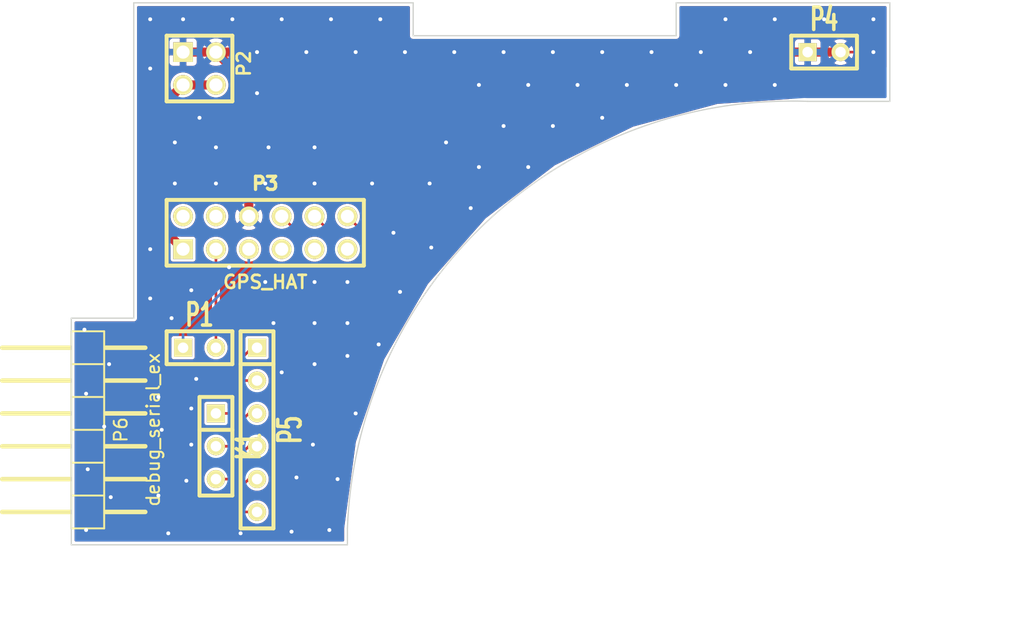
<source format=kicad_pcb>
(kicad_pcb (version 3) (host pcbnew "(22-Jun-2014 BZR 4027)-stable")

  (general
    (links 17)
    (no_connects 0)
    (area 172.392599 98.241556 255.649999 148.75)
    (thickness 1.6)
    (drawings 18)
    (tracks 286)
    (zones 0)
    (modules 9)
    (nets 14)
  )

  (page A3)
  (title_block 
    (title "rpi hat adapter")
    (rev 1)
    (company "Radio Helsinki")
  )

  (layers
    (15 F.Cu signal)
    (0 B.Cu signal)
    (16 B.Adhes user)
    (17 F.Adhes user)
    (18 B.Paste user)
    (19 F.Paste user)
    (20 B.SilkS user)
    (21 F.SilkS user)
    (22 B.Mask user)
    (23 F.Mask user)
    (24 Dwgs.User user)
    (25 Cmts.User user)
    (26 Eco1.User user)
    (27 Eco2.User user)
    (28 Edge.Cuts user)
  )

  (setup
    (last_trace_width 0.2032)
    (user_trace_width 0.2032)
    (user_trace_width 0.3988)
    (user_trace_width 0.701)
    (user_trace_width 1.0008)
    (user_trace_width 1.8009)
    (trace_clearance 0.1524)
    (zone_clearance 0.2032)
    (zone_45_only no)
    (trace_min 0.1524)
    (segment_width 0.2)
    (edge_width 0.1)
    (via_size 0.6502)
    (via_drill 0.3023)
    (via_min_size 0.5004)
    (via_min_drill 0.3023)
    (user_via 0.6502 0.3023)
    (user_via 0.7493 0.3988)
    (user_via 0.95 0.3988)
    (user_via 1.1989 0.4496)
    (user_via 1.999 0.5004)
    (uvia_size 0.508)
    (uvia_drill 0.127)
    (uvias_allowed no)
    (uvia_min_size 0.508)
    (uvia_min_drill 0.127)
    (pcb_text_width 0.3)
    (pcb_text_size 1.5 1.5)
    (mod_edge_width 0.35)
    (mod_text_size 1 1)
    (mod_text_width 0.15)
    (pad_size 1 2.5)
    (pad_drill 0)
    (pad_to_mask_clearance 0)
    (aux_axis_origin 0 0)
    (visible_elements 7FFFFFFF)
    (pcbplotparams
      (layerselection 269254657)
      (usegerberextensions true)
      (excludeedgelayer true)
      (linewidth 0.150000)
      (plotframeref false)
      (viasonmask false)
      (mode 1)
      (useauxorigin false)
      (hpglpennumber 1)
      (hpglpenspeed 20)
      (hpglpendiameter 15)
      (hpglpenoverlay 2)
      (psnegative false)
      (psa4output false)
      (plotreference true)
      (plotvalue true)
      (plotothertext true)
      (plotinvisibletext false)
      (padsonsilk false)
      (subtractmaskfromsilk false)
      (outputformat 1)
      (mirror false)
      (drillshape 0)
      (scaleselection 1)
      (outputdirectory /tmp/))
  )

  (net 0 "")
  (net 1 +3.3V)
  (net 2 /PPS)
  (net 3 /RxD)
  (net 4 /SCL)
  (net 5 /SDA)
  (net 6 /TxD)
  (net 7 GND)
  (net 8 N-0000010)
  (net 9 N-0000011)
  (net 10 N-0000012)
  (net 11 N-0000013)
  (net 12 N-000008)
  (net 13 N-000009)

  (net_class Default "Dies ist die voreingestellte Netzklasse."
    (clearance 0.1524)
    (trace_width 0.2032)
    (via_dia 0.6502)
    (via_drill 0.3023)
    (uvia_dia 0.508)
    (uvia_drill 0.127)
    (add_net "")
    (add_net +3.3V)
    (add_net /PPS)
    (add_net /RxD)
    (add_net /SCL)
    (add_net /SDA)
    (add_net /TxD)
    (add_net GND)
    (add_net N-0000010)
    (add_net N-0000011)
    (add_net N-0000012)
    (add_net N-0000013)
    (add_net N-000008)
    (add_net N-000009)
  )

  (module SIL-3 (layer F.Cu) (tedit 200000) (tstamp 552445B2)
    (at 189.23 133.35 270)
    (descr "Connecteur 3 pins")
    (tags "CONN DEV")
    (path /55244302)
    (fp_text reference K1 (at 0 -2.54 270) (layer F.SilkS)
      (effects (font (size 1.7907 1.07696) (thickness 0.3048)))
    )
    (fp_text value P9_24/26/28 (at 0 -2.54 270) (layer F.SilkS) hide
      (effects (font (size 1.524 1.016) (thickness 0.3048)))
    )
    (fp_line (start -3.81 1.27) (end -3.81 -1.27) (layer F.SilkS) (width 0.3048))
    (fp_line (start -3.81 -1.27) (end 3.81 -1.27) (layer F.SilkS) (width 0.3048))
    (fp_line (start 3.81 -1.27) (end 3.81 1.27) (layer F.SilkS) (width 0.3048))
    (fp_line (start 3.81 1.27) (end -3.81 1.27) (layer F.SilkS) (width 0.3048))
    (fp_line (start -1.27 -1.27) (end -1.27 1.27) (layer F.SilkS) (width 0.3048))
    (pad 1 thru_hole rect (at -2.54 0 270) (size 1.397 1.397) (drill 0.8128)
      (layers *.Cu *.Mask F.SilkS)
      (net 6 /TxD)
    )
    (pad 2 thru_hole circle (at 0 0 270) (size 1.397 1.397) (drill 0.8128)
      (layers *.Cu *.Mask F.SilkS)
      (net 3 /RxD)
    )
    (pad 3 thru_hole circle (at 2.54 0 270) (size 1.397 1.397) (drill 0.8128)
      (layers *.Cu *.Mask F.SilkS)
      (net 2 /PPS)
    )
  )

  (module SIL-2 (layer F.Cu) (tedit 200000) (tstamp 552445BC)
    (at 236.22 102.87)
    (descr "Connecteurs 2 pins")
    (tags "CONN DEV")
    (path /55244325)
    (fp_text reference P4 (at 0 -2.54) (layer F.SilkS)
      (effects (font (size 1.72974 1.08712) (thickness 0.3048)))
    )
    (fp_text value P8_1/2 (at 0 -2.54) (layer F.SilkS) hide
      (effects (font (size 1.524 1.016) (thickness 0.3048)))
    )
    (fp_line (start -2.54 1.27) (end -2.54 -1.27) (layer F.SilkS) (width 0.3048))
    (fp_line (start -2.54 -1.27) (end 2.54 -1.27) (layer F.SilkS) (width 0.3048))
    (fp_line (start 2.54 -1.27) (end 2.54 1.27) (layer F.SilkS) (width 0.3048))
    (fp_line (start 2.54 1.27) (end -2.54 1.27) (layer F.SilkS) (width 0.3048))
    (pad 1 thru_hole rect (at -1.27 0) (size 1.397 1.397) (drill 0.8128)
      (layers *.Cu *.Mask F.SilkS)
      (net 7 GND)
    )
    (pad 2 thru_hole circle (at 1.27 0) (size 1.397 1.397) (drill 0.8128)
      (layers *.Cu *.Mask F.SilkS)
      (net 7 GND)
    )
  )

  (module SIL-2 (layer F.Cu) (tedit 200000) (tstamp 552445C6)
    (at 187.96 125.73)
    (descr "Connecteurs 2 pins")
    (tags "CONN DEV")
    (path /5524450D)
    (fp_text reference P1 (at 0 -2.54) (layer F.SilkS)
      (effects (font (size 1.72974 1.08712) (thickness 0.3048)))
    )
    (fp_text value P9_19/20 (at 0 -2.54) (layer F.SilkS) hide
      (effects (font (size 1.524 1.016) (thickness 0.3048)))
    )
    (fp_line (start -2.54 1.27) (end -2.54 -1.27) (layer F.SilkS) (width 0.3048))
    (fp_line (start -2.54 -1.27) (end 2.54 -1.27) (layer F.SilkS) (width 0.3048))
    (fp_line (start 2.54 -1.27) (end 2.54 1.27) (layer F.SilkS) (width 0.3048))
    (fp_line (start 2.54 1.27) (end -2.54 1.27) (layer F.SilkS) (width 0.3048))
    (pad 1 thru_hole rect (at -1.27 0) (size 1.397 1.397) (drill 0.8128)
      (layers *.Cu *.Mask F.SilkS)
      (net 4 /SCL)
    )
    (pad 2 thru_hole circle (at 1.27 0) (size 1.397 1.397) (drill 0.8128)
      (layers *.Cu *.Mask F.SilkS)
      (net 5 /SDA)
    )
  )

  (module pin_array_6x2 (layer F.Cu) (tedit 3FB38A8B) (tstamp 552445DA)
    (at 193.04 116.84)
    (descr "Double rangee de contacts 2 x 6 pins")
    (tags CONN)
    (path /552442D5)
    (fp_text reference P3 (at 0 -3.81) (layer F.SilkS)
      (effects (font (size 1.016 1.016) (thickness 0.27432)))
    )
    (fp_text value GPS_HAT (at 0 3.81) (layer F.SilkS)
      (effects (font (size 1.016 1.016) (thickness 0.2032)))
    )
    (fp_line (start -7.62 -2.54) (end 7.62 -2.54) (layer F.SilkS) (width 0.3048))
    (fp_line (start 7.62 -2.54) (end 7.62 2.54) (layer F.SilkS) (width 0.3048))
    (fp_line (start 7.62 2.54) (end -7.62 2.54) (layer F.SilkS) (width 0.3048))
    (fp_line (start -7.62 2.54) (end -7.62 -2.54) (layer F.SilkS) (width 0.3048))
    (pad 1 thru_hole rect (at -6.35 1.27) (size 1.524 1.524) (drill 1.016)
      (layers *.Cu *.Mask F.SilkS)
      (net 1 +3.3V)
    )
    (pad 2 thru_hole circle (at -6.35 -1.27) (size 1.524 1.524) (drill 1.016)
      (layers *.Cu *.Mask F.SilkS)
    )
    (pad 3 thru_hole circle (at -3.81 1.27) (size 1.524 1.524) (drill 1.016)
      (layers *.Cu *.Mask F.SilkS)
      (net 5 /SDA)
    )
    (pad 4 thru_hole circle (at -3.81 -1.27) (size 1.524 1.524) (drill 1.016)
      (layers *.Cu *.Mask F.SilkS)
    )
    (pad 5 thru_hole circle (at -1.27 1.27) (size 1.524 1.524) (drill 1.016)
      (layers *.Cu *.Mask F.SilkS)
      (net 4 /SCL)
    )
    (pad 6 thru_hole circle (at -1.27 -1.27) (size 1.524 1.524) (drill 1.016)
      (layers *.Cu *.Mask F.SilkS)
      (net 7 GND)
    )
    (pad 7 thru_hole circle (at 1.27 1.27) (size 1.524 1.524) (drill 1.016)
      (layers *.Cu *.Mask F.SilkS)
    )
    (pad 8 thru_hole circle (at 1.27 -1.27) (size 1.524 1.524) (drill 1.016)
      (layers *.Cu *.Mask F.SilkS)
      (net 6 /TxD)
    )
    (pad 9 thru_hole circle (at 3.81 1.27) (size 1.524 1.524) (drill 1.016)
      (layers *.Cu *.Mask F.SilkS)
    )
    (pad 10 thru_hole circle (at 3.81 -1.27) (size 1.524 1.524) (drill 1.016)
      (layers *.Cu *.Mask F.SilkS)
      (net 3 /RxD)
    )
    (pad 11 thru_hole circle (at 6.35 1.27) (size 1.524 1.524) (drill 1.016)
      (layers *.Cu *.Mask F.SilkS)
    )
    (pad 12 thru_hole circle (at 6.35 -1.27) (size 1.524 1.524) (drill 1.016)
      (layers *.Cu *.Mask F.SilkS)
      (net 2 /PPS)
    )
    (model pin_array/pins_array_6x2.wrl
      (at (xyz 0 0 0))
      (scale (xyz 1 1 1))
      (rotate (xyz 0 0 0))
    )
  )

  (module PIN_ARRAY_2X2 (layer F.Cu) (tedit 3FAB87D4) (tstamp 552445E6)
    (at 187.96 104.14 270)
    (descr "Double rangee de contacts 2 x 2 pins")
    (tags CONN)
    (path /552442E4)
    (fp_text reference P2 (at -0.381 -3.429 270) (layer F.SilkS)
      (effects (font (size 1.016 1.016) (thickness 0.2032)))
    )
    (fp_text value P9_1/2/3/4 (at 0 3.048 270) (layer F.SilkS) hide
      (effects (font (size 1.016 1.016) (thickness 0.2032)))
    )
    (fp_line (start -2.54 -2.54) (end 2.54 -2.54) (layer F.SilkS) (width 0.3048))
    (fp_line (start 2.54 -2.54) (end 2.54 2.54) (layer F.SilkS) (width 0.3048))
    (fp_line (start 2.54 2.54) (end -2.54 2.54) (layer F.SilkS) (width 0.3048))
    (fp_line (start -2.54 2.54) (end -2.54 -2.54) (layer F.SilkS) (width 0.3048))
    (pad 1 thru_hole rect (at -1.27 1.27 270) (size 1.524 1.524) (drill 1.016)
      (layers *.Cu *.Mask F.SilkS)
      (net 7 GND)
    )
    (pad 2 thru_hole circle (at -1.27 -1.27 270) (size 1.524 1.524) (drill 1.016)
      (layers *.Cu *.Mask F.SilkS)
      (net 7 GND)
    )
    (pad 3 thru_hole circle (at 1.27 1.27 270) (size 1.524 1.524) (drill 1.016)
      (layers *.Cu *.Mask F.SilkS)
      (net 1 +3.3V)
    )
    (pad 4 thru_hole circle (at 1.27 -1.27 270) (size 1.524 1.524) (drill 1.016)
      (layers *.Cu *.Mask F.SilkS)
      (net 1 +3.3V)
    )
    (model pin_array/pins_array_2x2.wrl
      (at (xyz 0 0 0))
      (scale (xyz 1 1 1))
      (rotate (xyz 0 0 0))
    )
  )

  (module rhlogo_copper-front_10mm (layer F.Cu) (tedit 0) (tstamp 55252024)
    (at 199.39 106.68)
    (fp_text reference G*** (at 0 1.69418) (layer F.SilkS) hide
      (effects (font (size 0.22098 0.22098) (thickness 0.04318)))
    )
    (fp_text value rhlogo_copper-front_10mm (at 0 -1.69418) (layer F.SilkS) hide
      (effects (font (size 0.22098 0.22098) (thickness 0.04318)))
    )
    (fp_poly (pts (xy 4.99872 1.58242) (xy 4.8387 1.58242) (xy 4.8387 1.4224) (xy 4.8387 -1.41224)
      (xy -2.2479 -1.41224) (xy -2.2479 1.4224) (xy 4.8387 1.4224) (xy 4.8387 1.58242)
      (xy -2.40538 1.58242) (xy -2.40538 1.4224) (xy -2.40538 -1.41224) (xy -4.826 -1.41224)
      (xy -4.826 1.4224) (xy -2.40538 1.4224) (xy -2.40538 1.58242) (xy -4.99872 1.58242)
      (xy -4.99872 -1.58242) (xy 4.99872 -1.58242) (xy 4.99872 1.58242) (xy 4.99872 1.58242)) (layer F.Cu) (width 0.00254))
    (fp_poly (pts (xy -2.52222 1.1176) (xy -2.52476 1.14808) (xy -2.54254 1.18364) (xy -2.57048 1.20904)
      (xy -2.5781 1.21412) (xy -2.62128 1.22936) (xy -2.67462 1.23444) (xy -2.72288 1.22936)
      (xy -2.7432 1.22174) (xy -2.77368 1.2065) (xy -2.81178 1.1811) (xy -2.85496 1.15062)
      (xy -2.8575 1.14808) (xy -2.91338 1.11252) (xy -2.98704 1.06426) (xy -3.0861 1.00838)
      (xy -3.20548 0.94234) (xy -3.34518 0.86614) (xy -3.44678 0.81026) (xy -3.63474 0.71374)
      (xy -3.77952 0.77978) (xy -3.89128 0.83312) (xy -4.0005 0.88646) (xy -4.1021 0.9398)
      (xy -4.19608 0.98806) (xy -4.27482 1.03124) (xy -4.33832 1.06934) (xy -4.3815 1.09982)
      (xy -4.38912 1.10236) (xy -4.44754 1.15062) (xy -4.49072 1.1811) (xy -4.5212 1.20396)
      (xy -4.54406 1.21666) (xy -4.56184 1.22428) (xy -4.57962 1.22682) (xy -4.59486 1.22682)
      (xy -4.64312 1.21666) (xy -4.6736 1.1938) (xy -4.68884 1.1557) (xy -4.68376 1.10998)
      (xy -4.65836 1.05918) (xy -4.65328 1.0541) (xy -4.63042 1.02616) (xy -4.59486 1.0033)
      (xy -4.54406 0.9779) (xy -4.47802 0.9525) (xy -4.43484 0.9398) (xy -4.39928 0.9271)
      (xy -4.34848 0.90678) (xy -4.28752 0.88138) (xy -4.21894 0.8509) (xy -4.14528 0.82042)
      (xy -4.07162 0.7874) (xy -3.99796 0.75438) (xy -3.93192 0.72136) (xy -3.87604 0.69596)
      (xy -3.83286 0.6731) (xy -3.80238 0.65786) (xy -3.79476 0.65024) (xy -3.80492 0.64262)
      (xy -3.8354 0.62738) (xy -3.88112 0.60198) (xy -3.93954 0.5715) (xy -4.01066 0.53594)
      (xy -4.07416 0.50546) (xy -4.17576 0.45466) (xy -4.25958 0.41656) (xy -4.32816 0.38608)
      (xy -4.38912 0.36322) (xy -4.43992 0.34544) (xy -4.47548 0.33528) (xy -4.53898 0.3175)
      (xy -4.5847 0.30226) (xy -4.61518 0.28448) (xy -4.63804 0.2667) (xy -4.67106 0.22352)
      (xy -4.67868 0.18542) (xy -4.6609 0.14986) (xy -4.64058 0.12954) (xy -4.60248 0.10414)
      (xy -4.5593 0.09398) (xy -4.5085 0.1016) (xy -4.45008 0.12192) (xy -4.3815 0.16002)
      (xy -4.29768 0.2159) (xy -4.27482 0.23368) (xy -4.20878 0.2794) (xy -4.15036 0.3175)
      (xy -4.09194 0.35306) (xy -4.03098 0.38862) (xy -3.95986 0.42418) (xy -3.8735 0.46482)
      (xy -3.7973 0.50038) (xy -3.73126 0.53086) (xy -3.683 0.55118) (xy -3.64744 0.56388)
      (xy -3.62458 0.56896) (xy -3.60426 0.56896) (xy -3.5941 0.56642) (xy -3.5687 0.55626)
      (xy -3.52298 0.53848) (xy -3.4671 0.51308) (xy -3.39852 0.4826) (xy -3.3274 0.44958)
      (xy -3.25628 0.41656) (xy -3.1877 0.38354) (xy -3.12928 0.3556) (xy -3.08356 0.3302)
      (xy -3.06578 0.32004) (xy -3.01752 0.2921) (xy -2.97434 0.26162) (xy -2.9464 0.23876)
      (xy -2.8702 0.17526) (xy -2.79654 0.12954) (xy -2.7305 0.09906) (xy -2.68224 0.08636)
      (xy -2.64414 0.08382) (xy -2.62128 0.0889) (xy -2.60096 0.10414) (xy -2.58572 0.12446)
      (xy -2.55778 0.17272) (xy -2.55524 0.21844) (xy -2.57556 0.25654) (xy -2.62128 0.28956)
      (xy -2.68732 0.32004) (xy -2.75082 0.33782) (xy -2.80924 0.35306) (xy -2.87274 0.37084)
      (xy -2.91846 0.38608) (xy -2.95402 0.40132) (xy -3.00482 0.42418) (xy -3.06832 0.45212)
      (xy -3.13944 0.4826) (xy -3.2131 0.51816) (xy -3.28676 0.55118) (xy -3.35026 0.58166)
      (xy -3.40614 0.6096) (xy -3.44424 0.62738) (xy -3.4798 0.64516) (xy -3.20294 0.78994)
      (xy -3.1115 0.83566) (xy -3.03784 0.87376) (xy -2.97688 0.9017) (xy -2.92354 0.92456)
      (xy -2.87528 0.94234) (xy -2.82956 0.95758) (xy -2.77876 0.97028) (xy -2.6797 1.00076)
      (xy -2.6035 1.03632) (xy -2.5527 1.07188) (xy -2.52476 1.11252) (xy -2.52222 1.1176)
      (xy -2.52222 1.1176)) (layer F.Cu) (width 0.00254))
    (fp_poly (pts (xy -3.00736 -0.74168) (xy -3.01244 -0.63246) (xy -3.03276 -0.5207) (xy -3.06832 -0.4064)
      (xy -3.11404 -0.29464) (xy -3.12674 -0.27432) (xy -3.13182 -0.25908) (xy -3.13182 -0.63754)
      (xy -3.13436 -0.70612) (xy -3.14198 -0.78232) (xy -3.15214 -0.84328) (xy -3.16992 -0.889)
      (xy -3.19532 -0.93218) (xy -3.23342 -0.97282) (xy -3.2385 -0.9779) (xy -3.30708 -1.03632)
      (xy -3.3782 -1.07696) (xy -3.45948 -1.09728) (xy -3.55346 -1.10236) (xy -3.66014 -1.08966)
      (xy -3.68554 -1.08712) (xy -3.7592 -1.07188) (xy -3.81254 -1.05918) (xy -3.85064 -1.0414)
      (xy -3.88366 -1.02108) (xy -3.9116 -0.99314) (xy -3.91414 -0.99314) (xy -3.95986 -0.92964)
      (xy -3.99796 -0.84836) (xy -4.02844 -0.74422) (xy -4.04368 -0.66548) (xy -4.07162 -0.52324)
      (xy -4.04114 -0.50292) (xy -3.99034 -0.46482) (xy -3.9624 -0.4318) (xy -3.95732 -0.39624)
      (xy -3.95732 -0.3937) (xy -3.95478 -0.3556) (xy -3.94462 -0.34036) (xy -3.93446 -0.32258)
      (xy -3.93192 -0.3048) (xy -3.937 -0.27178) (xy -3.94208 -0.254) (xy -3.9497 -0.21844)
      (xy -3.95224 -0.19558) (xy -3.94462 -0.18288) (xy -3.93192 -0.17272) (xy -3.90398 -0.1524)
      (xy -3.92938 -0.11938) (xy -3.94462 -0.09652) (xy -3.9497 -0.0762) (xy -3.93954 -0.04826)
      (xy -3.937 -0.04318) (xy -3.91414 -0.00254) (xy -3.88366 0.02794) (xy -3.88112 0.03048)
      (xy -3.85064 0.06604) (xy -3.84302 0.09652) (xy -3.8354 0.1524) (xy -3.81254 0.21082)
      (xy -3.77952 0.25908) (xy -3.76936 0.27178) (xy -3.74142 0.2921) (xy -3.71602 0.30226)
      (xy -3.67538 0.3048) (xy -3.66522 0.3048) (xy -3.61442 0.30226) (xy -3.556 0.29718)
      (xy -3.51282 0.2921) (xy -3.429 0.27686) (xy -3.4036 0.22098) (xy -3.38836 0.18288)
      (xy -3.37058 0.12954) (xy -3.35534 0.07112) (xy -3.3528 0.06096) (xy -3.31978 -0.05842)
      (xy -3.28676 -0.16256) (xy -3.2512 -0.25654) (xy -3.2131 -0.3429) (xy -3.175 -0.42672)
      (xy -3.1496 -0.50038) (xy -3.1369 -0.56642) (xy -3.13182 -0.63754) (xy -3.13182 -0.25908)
      (xy -3.15722 -0.20828) (xy -3.19024 -0.12446) (xy -3.22072 -0.03048) (xy -3.24866 0.06604)
      (xy -3.27406 0.1651) (xy -3.27914 0.1905) (xy -3.2893 0.23368) (xy -3.30454 0.2667)
      (xy -3.32994 0.29718) (xy -3.35788 0.32512) (xy -3.40614 0.36576) (xy -3.45186 0.3937)
      (xy -3.46964 0.40132) (xy -3.53568 0.41148) (xy -3.61188 0.41402) (xy -3.68808 0.4064)
      (xy -3.72618 0.39624) (xy -3.76936 0.38354) (xy -3.80746 0.37084) (xy -3.82016 0.36576)
      (xy -3.85064 0.3429) (xy -3.88112 0.30226) (xy -3.90906 0.24892) (xy -3.92938 0.1905)
      (xy -3.92938 0.18542) (xy -3.94208 0.1397) (xy -3.95986 0.10922) (xy -3.9878 0.08382)
      (xy -4.00812 0.06858) (xy -4.02336 0.04826) (xy -4.0386 0.01016) (xy -4.05384 -0.03302)
      (xy -4.06654 -0.08382) (xy -4.0767 -0.12954) (xy -4.0767 -0.15494) (xy -4.08178 -0.1905)
      (xy -4.09448 -0.23114) (xy -4.1021 -0.25146) (xy -4.11734 -0.28956) (xy -4.12496 -0.32258)
      (xy -4.12496 -0.33528) (xy -4.12496 -0.38608) (xy -4.13766 -0.42418) (xy -4.15798 -0.45212)
      (xy -4.17576 -0.47752) (xy -4.18592 -0.49784) (xy -4.18338 -0.52324) (xy -4.1783 -0.56134)
      (xy -4.16814 -0.61722) (xy -4.16052 -0.67818) (xy -4.15798 -0.70358) (xy -4.15036 -0.75184)
      (xy -4.1402 -0.81026) (xy -4.1275 -0.87122) (xy -4.12496 -0.88138) (xy -4.10972 -0.93472)
      (xy -4.09702 -0.97282) (xy -4.07924 -1.0033) (xy -4.0513 -1.03378) (xy -4.02844 -1.05664)
      (xy -3.9624 -1.11506) (xy -3.89636 -1.15824) (xy -3.8227 -1.18618) (xy -3.73888 -1.2065)
      (xy -3.63728 -1.21412) (xy -3.57378 -1.21412) (xy -3.46964 -1.21158) (xy -3.38836 -1.20396)
      (xy -3.31978 -1.18618) (xy -3.2639 -1.16332) (xy -3.26136 -1.16078) (xy -3.22326 -1.13284)
      (xy -3.17754 -1.0922) (xy -3.13182 -1.04648) (xy -3.08864 -0.99822) (xy -3.05562 -0.95504)
      (xy -3.03784 -0.9271) (xy -3.01498 -0.84074) (xy -3.00736 -0.74168) (xy -3.00736 -0.74168)) (layer F.Cu) (width 0.00254))
    (fp_poly (pts (xy 2.83464 0.18034) (xy 2.82956 0.20574) (xy 2.8067 0.22606) (xy 2.80162 0.2286)
      (xy 2.76352 0.25146) (xy 2.76352 0.67056) (xy 2.76352 0.78486) (xy 2.76352 0.87376)
      (xy 2.76098 0.94742) (xy 2.76098 1.0033) (xy 2.75844 1.04394) (xy 2.7559 1.07696)
      (xy 2.75336 1.09982) (xy 2.74828 1.1176) (xy 2.74066 1.13538) (xy 2.73558 1.14554)
      (xy 2.71018 1.18618) (xy 2.68478 1.20142) (xy 2.6543 1.1938) (xy 2.62382 1.1684)
      (xy 2.60096 1.13538) (xy 2.57302 1.08712) (xy 2.54508 1.016) (xy 2.51206 0.9271)
      (xy 2.47396 0.8128) (xy 2.46126 0.7747) (xy 2.44348 0.71882) (xy 2.42062 0.65532)
      (xy 2.39522 0.58674) (xy 2.36982 0.51816) (xy 2.34442 0.45466) (xy 2.3241 0.40132)
      (xy 2.30632 0.36068) (xy 2.29362 0.33782) (xy 2.29108 0.33528) (xy 2.29108 0.34544)
      (xy 2.29108 0.37846) (xy 2.29108 0.42926) (xy 2.29108 0.4953) (xy 2.29362 0.57404)
      (xy 2.29362 0.66294) (xy 2.29362 0.68326) (xy 2.29616 0.79756) (xy 2.29616 0.889)
      (xy 2.30124 0.96012) (xy 2.30378 1.01346) (xy 2.30886 1.05156) (xy 2.31648 1.0795)
      (xy 2.32664 1.09474) (xy 2.3368 1.10236) (xy 2.35204 1.1049) (xy 2.35204 1.1049)
      (xy 2.37744 1.11252) (xy 2.4003 1.13284) (xy 2.413 1.15824) (xy 2.413 1.17856)
      (xy 2.39776 1.18364) (xy 2.3622 1.18618) (xy 2.31648 1.18872) (xy 2.2606 1.19126)
      (xy 2.20472 1.18872) (xy 2.15392 1.18872) (xy 2.11074 1.18364) (xy 2.0828 1.17856)
      (xy 2.07772 1.17602) (xy 2.06248 1.14554) (xy 2.0701 1.11506) (xy 2.10058 1.08204)
      (xy 2.11074 1.07442) (xy 2.16154 1.03886) (xy 2.159 0.71882) (xy 2.15646 0.60198)
      (xy 2.15646 0.50546) (xy 2.15138 0.42926) (xy 2.1463 0.37084) (xy 2.14122 0.32766)
      (xy 2.13106 0.29464) (xy 2.11836 0.27432) (xy 2.10312 0.26162) (xy 2.10058 0.26162)
      (xy 2.06756 0.23622) (xy 2.05232 0.20066) (xy 2.04978 0.18034) (xy 2.04978 0.14732)
      (xy 2.17932 0.1397) (xy 2.23774 0.13462) (xy 2.27838 0.13462) (xy 2.30378 0.13716)
      (xy 2.3241 0.14478) (xy 2.34442 0.15494) (xy 2.35204 0.16002) (xy 2.3749 0.1778)
      (xy 2.39268 0.20066) (xy 2.41046 0.23876) (xy 2.43332 0.28956) (xy 2.44348 0.31242)
      (xy 2.46888 0.37846) (xy 2.49428 0.45212) (xy 2.5146 0.5207) (xy 2.52222 0.5461)
      (xy 2.55016 0.63246) (xy 2.57302 0.69596) (xy 2.5908 0.7366) (xy 2.6035 0.75692)
      (xy 2.60858 0.75946) (xy 2.61366 0.74422) (xy 2.61874 0.7112) (xy 2.61874 0.66294)
      (xy 2.62128 0.60452) (xy 2.62128 0.53848) (xy 2.62128 0.47244) (xy 2.61874 0.41148)
      (xy 2.61366 0.3556) (xy 2.61112 0.3302) (xy 2.60604 0.28702) (xy 2.59842 0.26162)
      (xy 2.58826 0.24638) (xy 2.56794 0.23876) (xy 2.56286 0.23876) (xy 2.52984 0.22098)
      (xy 2.51968 0.19558) (xy 2.53492 0.1651) (xy 2.54762 0.1524) (xy 2.5654 0.13462)
      (xy 2.58826 0.127) (xy 2.62128 0.12192) (xy 2.66192 0.12192) (xy 2.73812 0.127)
      (xy 2.79146 0.1397) (xy 2.82448 0.16002) (xy 2.83464 0.18034) (xy 2.83464 0.18034)) (layer F.Cu) (width 0.00254))
    (fp_poly (pts (xy -1.14046 1.143) (xy -1.15316 1.16586) (xy -1.1811 1.1811) (xy -1.22428 1.18872)
      (xy -1.2446 1.18872) (xy -1.27762 1.18618) (xy -1.32334 1.18364) (xy -1.3589 1.1811)
      (xy -1.4097 1.17602) (xy -1.44018 1.16332) (xy -1.4478 1.14554) (xy -1.43764 1.12014)
      (xy -1.41986 1.10236) (xy -1.38684 1.08712) (xy -1.3843 1.08458) (xy -1.34366 1.07188)
      (xy -1.34366 0.9017) (xy -1.34366 0.83312) (xy -1.3462 0.78232) (xy -1.34874 0.75184)
      (xy -1.35382 0.73152) (xy -1.36144 0.7239) (xy -1.38176 0.71882) (xy -1.41986 0.71374)
      (xy -1.47066 0.7112) (xy -1.52908 0.7112) (xy -1.67894 0.7112) (xy -1.6764 0.89916)
      (xy -1.6764 1.08712) (xy -1.63576 1.08966) (xy -1.6002 1.10236) (xy -1.57734 1.12522)
      (xy -1.5748 1.1557) (xy -1.57734 1.16078) (xy -1.58496 1.1684) (xy -1.60528 1.17348)
      (xy -1.64084 1.17602) (xy -1.69672 1.17856) (xy -1.72212 1.17856) (xy -1.78054 1.17856)
      (xy -1.83134 1.17602) (xy -1.8669 1.17348) (xy -1.88468 1.17094) (xy -1.89738 1.15316)
      (xy -1.90246 1.12776) (xy -1.89484 1.10236) (xy -1.87198 1.08712) (xy -1.8288 1.0795)
      (xy -1.81864 1.0795) (xy -1.80086 1.07696) (xy -1.79324 1.06934) (xy -1.79324 1.04648)
      (xy -1.79578 1.016) (xy -1.79832 0.98552) (xy -1.80086 0.93726) (xy -1.80086 0.87122)
      (xy -1.8034 0.78994) (xy -1.8034 0.70104) (xy -1.8034 0.60452) (xy -1.8034 0.58674)
      (xy -1.8034 0.22098) (xy -1.85166 0.21844) (xy -1.88468 0.21082) (xy -1.89992 0.19558)
      (xy -1.89992 0.1905) (xy -1.90246 0.16764) (xy -1.88976 0.14986) (xy -1.86436 0.1397)
      (xy -1.81864 0.13462) (xy -1.75514 0.13462) (xy -1.75006 0.13462) (xy -1.62306 0.13462)
      (xy -1.60782 0.17272) (xy -1.59766 0.20066) (xy -1.60274 0.2159) (xy -1.60528 0.2159)
      (xy -1.6256 0.2286) (xy -1.64338 0.2413) (xy -1.65354 0.254) (xy -1.66116 0.26924)
      (xy -1.66624 0.29718) (xy -1.66878 0.33782) (xy -1.67132 0.39624) (xy -1.67132 0.42164)
      (xy -1.6764 0.58166) (xy -1.51384 0.5842) (xy -1.4478 0.58674) (xy -1.40208 0.58674)
      (xy -1.36906 0.58166) (xy -1.35128 0.56642) (xy -1.34112 0.53848) (xy -1.33858 0.4953)
      (xy -1.33858 0.43434) (xy -1.33858 0.39116) (xy -1.33858 0.24638) (xy -1.37414 0.23114)
      (xy -1.4097 0.21082) (xy -1.43002 0.18288) (xy -1.43256 0.15494) (xy -1.43256 0.1524)
      (xy -1.41732 0.14478) (xy -1.3843 0.13716) (xy -1.34112 0.13208) (xy -1.29032 0.12954)
      (xy -1.24206 0.127) (xy -1.20142 0.12954) (xy -1.17602 0.13208) (xy -1.1684 0.13462)
      (xy -1.15316 0.16256) (xy -1.15824 0.1905) (xy -1.17856 0.2159) (xy -1.18364 0.21844)
      (xy -1.21412 0.23114) (xy -1.21412 0.6604) (xy -1.21412 0.7747) (xy -1.21412 0.86868)
      (xy -1.21412 0.9398) (xy -1.21412 0.99568) (xy -1.21158 1.03378) (xy -1.20904 1.06172)
      (xy -1.2065 1.0795) (xy -1.20142 1.08712) (xy -1.19634 1.0922) (xy -1.1938 1.0922)
      (xy -1.16078 1.10236) (xy -1.143 1.1303) (xy -1.14046 1.143) (xy -1.14046 1.143)) (layer F.Cu) (width 0.00254))
    (fp_poly (pts (xy 0.53594 0.84582) (xy 0.5334 0.89154) (xy 0.52832 0.94742) (xy 0.52324 1.00838)
      (xy 0.51562 1.0668) (xy 0.508 1.1176) (xy 0.50292 1.1557) (xy 0.49784 1.17856)
      (xy 0.4953 1.17856) (xy 0.4826 1.1811) (xy 0.44704 1.18364) (xy 0.39624 1.18618)
      (xy 0.33274 1.18618) (xy 0.26162 1.18872) (xy 0.18288 1.18872) (xy 0.10414 1.18618)
      (xy 0.02794 1.18618) (xy -0.0381 1.18364) (xy -0.09398 1.1811) (xy -0.09906 1.1811)
      (xy -0.1524 1.17348) (xy -0.18288 1.15824) (xy -0.18796 1.13284) (xy -0.17526 1.10744)
      (xy -0.15494 1.08712) (xy -0.12446 1.0795) (xy -0.1016 1.0795) (xy -0.05842 1.07442)
      (xy -0.02794 1.05918) (xy -0.01524 1.04902) (xy -0.00508 1.03886) (xy 0 1.02616)
      (xy 0.00508 1.01092) (xy 0.00762 0.98806) (xy 0.01016 0.94996) (xy 0.01016 0.89916)
      (xy 0.01016 0.83058) (xy 0.01016 0.78232) (xy 0.01016 0.69596) (xy 0.01016 0.60706)
      (xy 0.00762 0.52578) (xy 0.00508 0.45466) (xy 0.00254 0.41148) (xy 0 0.35306)
      (xy -0.00254 0.31496) (xy -0.00762 0.28956) (xy -0.01524 0.27686) (xy -0.02794 0.2667)
      (xy -0.0381 0.26162) (xy -0.07112 0.25146) (xy -0.1016 0.25146) (xy -0.13208 0.25146)
      (xy -0.16764 0.2413) (xy -0.19812 0.22606) (xy -0.21844 0.20828) (xy -0.22098 0.20066)
      (xy -0.21336 0.17526) (xy -0.20574 0.15748) (xy -0.20066 0.14986) (xy -0.1905 0.14224)
      (xy -0.17272 0.1397) (xy -0.14478 0.13462) (xy -0.1016 0.13462) (xy -0.04064 0.13462)
      (xy 0.02794 0.13462) (xy 0.12192 0.13462) (xy 0.19558 0.13462) (xy 0.24892 0.13716)
      (xy 0.28956 0.14224) (xy 0.31496 0.14986) (xy 0.33274 0.16002) (xy 0.3429 0.17018)
      (xy 0.34544 0.1778) (xy 0.35306 0.21082) (xy 0.34036 0.23622) (xy 0.3048 0.25146)
      (xy 0.25654 0.25908) (xy 0.22606 0.26162) (xy 0.2032 0.26416) (xy 0.18288 0.27178)
      (xy 0.17018 0.28448) (xy 0.16002 0.3048) (xy 0.1524 0.33782) (xy 0.14986 0.38354)
      (xy 0.14732 0.44704) (xy 0.14732 0.52578) (xy 0.14986 0.62738) (xy 0.14986 0.67818)
      (xy 0.14986 0.78232) (xy 0.1524 0.86614) (xy 0.1524 0.92964) (xy 0.15494 0.9779)
      (xy 0.15748 1.01092) (xy 0.16002 1.03378) (xy 0.1651 1.04648) (xy 0.17018 1.05664)
      (xy 0.17526 1.06172) (xy 0.2032 1.07188) (xy 0.24384 1.07696) (xy 0.2921 1.0795)
      (xy 0.34036 1.0795) (xy 0.381 1.07188) (xy 0.4064 1.06426) (xy 0.4064 1.06172)
      (xy 0.4191 1.03886) (xy 0.42672 0.99314) (xy 0.43434 0.9271) (xy 0.43434 0.92456)
      (xy 0.43942 0.85344) (xy 0.45212 0.80518) (xy 0.46736 0.7747) (xy 0.48768 0.762)
      (xy 0.508 0.762) (xy 0.52578 0.76962) (xy 0.5334 0.79248) (xy 0.53594 0.81534)
      (xy 0.53594 0.84582) (xy 0.53594 0.84582)) (layer F.Cu) (width 0.00254))
    (fp_poly (pts (xy 1.28016 0.93726) (xy 1.27508 1.00584) (xy 1.25476 1.06934) (xy 1.22174 1.12268)
      (xy 1.17094 1.16078) (xy 1.16078 1.16586) (xy 1.12014 1.17856) (xy 1.06172 1.18618)
      (xy 0.99314 1.18872) (xy 0.92456 1.18872) (xy 0.8636 1.18364) (xy 0.81788 1.17348)
      (xy 0.81026 1.17094) (xy 0.77216 1.15062) (xy 0.73152 1.12268) (xy 0.72898 1.12268)
      (xy 0.70358 1.10236) (xy 0.6858 1.0922) (xy 0.68326 1.0922) (xy 0.6731 1.10236)
      (xy 0.6604 1.12776) (xy 0.65786 1.13538) (xy 0.63754 1.16586) (xy 0.61976 1.17602)
      (xy 0.61722 1.17602) (xy 0.60198 1.16078) (xy 0.59182 1.12776) (xy 0.5842 1.08204)
      (xy 0.58166 1.02616) (xy 0.5842 0.96774) (xy 0.58928 0.91186) (xy 0.58928 0.91186)
      (xy 0.59944 0.86868) (xy 0.60706 0.84582) (xy 0.61722 0.83566) (xy 0.635 0.83312)
      (xy 0.67564 0.84074) (xy 0.70104 0.86106) (xy 0.71628 0.90424) (xy 0.71628 0.9144)
      (xy 0.72898 0.96774) (xy 0.7493 1.00584) (xy 0.78486 1.0414) (xy 0.81534 1.06426)
      (xy 0.84328 1.08458) (xy 0.86868 1.09728) (xy 0.89916 1.10236) (xy 0.9398 1.1049)
      (xy 0.97282 1.1049) (xy 1.07442 1.1049) (xy 1.12268 1.05664) (xy 1.15062 1.02616)
      (xy 1.16332 1.0033) (xy 1.16586 0.9779) (xy 1.16332 0.94996) (xy 1.15062 0.9017)
      (xy 1.12776 0.86106) (xy 1.08966 0.82296) (xy 1.03124 0.7874) (xy 0.95504 0.75438)
      (xy 0.8763 0.7239) (xy 0.81026 0.6985) (xy 0.75946 0.67056) (xy 0.71882 0.63754)
      (xy 0.67818 0.58928) (xy 0.65278 0.55372) (xy 0.62992 0.51816) (xy 0.61722 0.49022)
      (xy 0.6096 0.45466) (xy 0.60452 0.40894) (xy 0.60452 0.38862) (xy 0.59944 0.28702)
      (xy 0.65786 0.22606) (xy 0.70104 0.18288) (xy 0.74168 0.16002) (xy 0.7747 0.14732)
      (xy 0.8763 0.13462) (xy 0.9779 0.14478) (xy 1.0287 0.16002) (xy 1.1049 0.18542)
      (xy 1.13284 0.16002) (xy 1.15824 0.14224) (xy 1.1811 0.13462) (xy 1.20396 0.1397)
      (xy 1.22936 0.15748) (xy 1.24968 0.1778) (xy 1.2573 0.19558) (xy 1.25476 0.19812)
      (xy 1.24968 0.21844) (xy 1.24714 0.254) (xy 1.24206 0.30226) (xy 1.23952 0.3302)
      (xy 1.23698 0.38354) (xy 1.2319 0.4191) (xy 1.22682 0.43942) (xy 1.2192 0.44704)
      (xy 1.2065 0.45212) (xy 1.20396 0.45212) (xy 1.17348 0.4445) (xy 1.14046 0.42164)
      (xy 1.11506 0.39116) (xy 1.1049 0.36068) (xy 1.1049 0.35814) (xy 1.09474 0.32766)
      (xy 1.06426 0.2921) (xy 1.06172 0.28702) (xy 1.02362 0.26162) (xy 0.97536 0.24384)
      (xy 0.9144 0.23368) (xy 0.8509 0.23114) (xy 0.81788 0.23368) (xy 0.79502 0.24384)
      (xy 0.77216 0.2667) (xy 0.75438 0.28448) (xy 0.7239 0.33274) (xy 0.7112 0.37338)
      (xy 0.71882 0.41402) (xy 0.74422 0.46228) (xy 0.76708 0.49022) (xy 0.78994 0.5207)
      (xy 0.8128 0.54102) (xy 0.8382 0.56134) (xy 0.87122 0.57912) (xy 0.91948 0.60198)
      (xy 0.98298 0.63246) (xy 0.98298 0.63246) (xy 1.06934 0.6731) (xy 1.13792 0.70866)
      (xy 1.18618 0.74168) (xy 1.19888 0.75184) (xy 1.24206 0.80518) (xy 1.27 0.86868)
      (xy 1.28016 0.93726) (xy 1.28016 0.93726)) (layer F.Cu) (width 0.00254))
    (fp_poly (pts (xy 1.97358 0.2032) (xy 1.97104 0.21336) (xy 1.9558 0.22352) (xy 1.9304 0.2286)
      (xy 1.88468 0.23368) (xy 1.83134 0.23876) (xy 1.78562 0.2413) (xy 1.75006 0.24638)
      (xy 1.73228 0.25146) (xy 1.73228 0.25146) (xy 1.72974 0.2667) (xy 1.7272 0.30226)
      (xy 1.7272 0.35306) (xy 1.7272 0.4191) (xy 1.7272 0.49276) (xy 1.7272 0.57404)
      (xy 1.72974 0.65532) (xy 1.72974 0.7366) (xy 1.73228 0.81026) (xy 1.73736 0.87376)
      (xy 1.73736 0.889) (xy 1.74498 1.03886) (xy 1.78562 1.05918) (xy 1.82372 1.07442)
      (xy 1.8669 1.08204) (xy 1.87198 1.08204) (xy 1.91008 1.08966) (xy 1.9304 1.10744)
      (xy 1.93802 1.1176) (xy 1.94818 1.14808) (xy 1.94818 1.1684) (xy 1.9431 1.17602)
      (xy 1.93294 1.1811) (xy 1.91262 1.18364) (xy 1.88214 1.18618) (xy 1.83642 1.18872)
      (xy 1.77292 1.18872) (xy 1.68656 1.18872) (xy 1.65354 1.18872) (xy 1.55448 1.18872)
      (xy 1.47574 1.18872) (xy 1.41986 1.18618) (xy 1.37922 1.18364) (xy 1.35382 1.17856)
      (xy 1.34366 1.17348) (xy 1.32842 1.15062) (xy 1.3335 1.12268) (xy 1.35382 1.09982)
      (xy 1.3716 1.0922) (xy 1.40208 1.08458) (xy 1.44272 1.0795) (xy 1.4605 1.0795)
      (xy 1.50114 1.07696) (xy 1.53162 1.06426) (xy 1.55702 1.0414) (xy 1.59512 1.0033)
      (xy 1.59512 0.62484) (xy 1.59512 0.24384) (xy 1.5494 0.24384) (xy 1.5113 0.24384)
      (xy 1.46304 0.2413) (xy 1.4097 0.23622) (xy 1.40716 0.23622) (xy 1.3589 0.23114)
      (xy 1.33096 0.22606) (xy 1.31826 0.22098) (xy 1.31318 0.20828) (xy 1.31318 0.19558)
      (xy 1.31318 0.1778) (xy 1.31826 0.16256) (xy 1.32842 0.1524) (xy 1.34874 0.14478)
      (xy 1.37922 0.1397) (xy 1.42494 0.13462) (xy 1.48844 0.13462) (xy 1.56972 0.13462)
      (xy 1.6383 0.13462) (xy 1.72212 0.13462) (xy 1.79578 0.13462) (xy 1.86182 0.13716)
      (xy 1.91008 0.1397) (xy 1.94056 0.14224) (xy 1.94818 0.14224) (xy 1.96088 0.16002)
      (xy 1.97104 0.18542) (xy 1.97358 0.2032) (xy 1.97358 0.2032)) (layer F.Cu) (width 0.00254))
    (fp_poly (pts (xy 3.76936 1.15062) (xy 3.7592 1.1684) (xy 3.73634 1.17856) (xy 3.69824 1.18618)
      (xy 3.63728 1.18872) (xy 3.58394 1.19126) (xy 3.51536 1.18872) (xy 3.46964 1.18618)
      (xy 3.4417 1.17856) (xy 3.429 1.16586) (xy 3.429 1.143) (xy 3.43662 1.11252)
      (xy 3.43916 1.1049) (xy 3.44424 1.0795) (xy 3.44678 1.05918) (xy 3.43916 1.03378)
      (xy 3.42138 0.99822) (xy 3.40868 0.97282) (xy 3.3782 0.92202) (xy 3.34264 0.87376)
      (xy 3.31216 0.83566) (xy 3.28168 0.80772) (xy 3.2639 0.79502) (xy 3.2512 0.79502)
      (xy 3.2385 0.80518) (xy 3.2258 0.83566) (xy 3.21818 0.88138) (xy 3.21818 0.9017)
      (xy 3.21564 0.9652) (xy 3.21564 1.00838) (xy 3.22072 1.03886) (xy 3.23088 1.05918)
      (xy 3.2512 1.07442) (xy 3.27914 1.0922) (xy 3.31724 1.1176) (xy 3.33502 1.13792)
      (xy 3.33756 1.15824) (xy 3.33502 1.1684) (xy 3.32994 1.17602) (xy 3.3147 1.17856)
      (xy 3.2893 1.18364) (xy 3.2512 1.18364) (xy 3.19278 1.18618) (xy 3.13436 1.18618)
      (xy 3.05054 1.18872) (xy 2.98958 1.18618) (xy 2.95148 1.18364) (xy 2.93624 1.17856)
      (xy 2.93624 1.17856) (xy 2.9464 1.143) (xy 2.9718 1.10744) (xy 3.00482 1.08458)
      (xy 3.01244 1.0795) (xy 3.05308 1.0668) (xy 3.0607 0.89154) (xy 3.06324 0.8128)
      (xy 3.06324 0.72136) (xy 3.06324 0.62484) (xy 3.0607 0.5334) (xy 3.0607 0.51562)
      (xy 3.05054 0.31496) (xy 2.99212 0.26162) (xy 2.9591 0.23368) (xy 2.94386 0.21336)
      (xy 2.93878 0.20066) (xy 2.9464 0.18542) (xy 2.95148 0.1778) (xy 2.96926 0.15748)
      (xy 2.99466 0.14478) (xy 3.03022 0.13716) (xy 3.08356 0.13462) (xy 3.15468 0.13462)
      (xy 3.16738 0.13716) (xy 3.28422 0.1397) (xy 3.28422 0.18288) (xy 3.28168 0.21336)
      (xy 3.26898 0.2286) (xy 3.24612 0.23622) (xy 3.20802 0.24638) (xy 3.2004 0.36068)
      (xy 3.19532 0.43688) (xy 3.19532 0.50546) (xy 3.19786 0.55372) (xy 3.20294 0.58674)
      (xy 3.21056 0.5969) (xy 3.22326 0.58928) (xy 3.24866 0.56388) (xy 3.2766 0.52578)
      (xy 3.31216 0.48006) (xy 3.34772 0.4318) (xy 3.38074 0.37846) (xy 3.40868 0.33274)
      (xy 3.41884 0.31242) (xy 3.44424 0.26416) (xy 3.4544 0.23114) (xy 3.45186 0.2159)
      (xy 3.4417 0.19304) (xy 3.43916 0.17526) (xy 3.4417 0.15748) (xy 3.45948 0.14732)
      (xy 3.48996 0.1397) (xy 3.52806 0.13716) (xy 3.5814 0.13462) (xy 3.63728 0.13462)
      (xy 3.64236 0.13462) (xy 3.73888 0.1397) (xy 3.74396 0.1778) (xy 3.74396 0.20066)
      (xy 3.73634 0.2159) (xy 3.71602 0.22606) (xy 3.683 0.23876) (xy 3.64236 0.25146)
      (xy 3.61188 0.26416) (xy 3.60172 0.27178) (xy 3.59156 0.28448) (xy 3.57124 0.31496)
      (xy 3.54584 0.36068) (xy 3.51536 0.41148) (xy 3.48488 0.46736) (xy 3.4544 0.5207)
      (xy 3.42646 0.5715) (xy 3.40614 0.61214) (xy 3.3909 0.63754) (xy 3.38836 0.64516)
      (xy 3.39598 0.6604) (xy 3.41122 0.69088) (xy 3.43408 0.73152) (xy 3.44678 0.7493)
      (xy 3.47726 0.80264) (xy 3.51028 0.85852) (xy 3.53568 0.90932) (xy 3.53822 0.9144)
      (xy 3.57378 0.9779) (xy 3.60172 1.02108) (xy 3.62966 1.04902) (xy 3.66014 1.06934)
      (xy 3.6957 1.0795) (xy 3.73634 1.0922) (xy 3.75666 1.1049) (xy 3.76682 1.12522)
      (xy 3.76682 1.12522) (xy 3.76936 1.15062) (xy 3.76936 1.15062)) (layer F.Cu) (width 0.00254))
    (fp_poly (pts (xy 4.44246 0.1778) (xy 4.44246 0.20828) (xy 4.42214 0.2286) (xy 4.38404 0.23876)
      (xy 4.32816 0.24384) (xy 4.31038 0.24384) (xy 4.21386 0.24384) (xy 4.21132 0.38862)
      (xy 4.21132 0.55626) (xy 4.21386 0.70104) (xy 4.21894 0.82042) (xy 4.22402 0.91694)
      (xy 4.23164 0.98806) (xy 4.2418 1.03378) (xy 4.25196 1.05664) (xy 4.2545 1.05664)
      (xy 4.27228 1.06426) (xy 4.30784 1.07188) (xy 4.35102 1.0795) (xy 4.3942 1.08966)
      (xy 4.4196 1.09728) (xy 4.4323 1.10744) (xy 4.4323 1.12014) (xy 4.4323 1.14046)
      (xy 4.42976 1.1557) (xy 4.4196 1.16586) (xy 4.39928 1.17602) (xy 4.3688 1.1811)
      (xy 4.32054 1.18364) (xy 4.25704 1.18364) (xy 4.17322 1.18618) (xy 4.14274 1.18618)
      (xy 4.06146 1.18618) (xy 3.9878 1.18618) (xy 3.92684 1.18618) (xy 3.87858 1.18364)
      (xy 3.85064 1.18364) (xy 3.84556 1.1811) (xy 3.82778 1.17348) (xy 3.82016 1.15824)
      (xy 3.8227 1.1303) (xy 3.82524 1.08712) (xy 3.93954 1.07442) (xy 4.05384 1.06426)
      (xy 4.0513 0.66548) (xy 4.04622 0.26924) (xy 4.01066 0.26416) (xy 3.97764 0.25908)
      (xy 3.93192 0.254) (xy 3.8862 0.24892) (xy 3.84048 0.2413) (xy 3.81508 0.23622)
      (xy 3.80238 0.22606) (xy 3.7973 0.21336) (xy 3.7973 0.19304) (xy 3.80746 0.17526)
      (xy 3.82778 0.1651) (xy 3.8608 0.15494) (xy 3.9116 0.14732) (xy 3.98272 0.14478)
      (xy 4.07162 0.1397) (xy 4.09194 0.1397) (xy 4.19608 0.13716) (xy 4.2799 0.13716)
      (xy 4.3434 0.1397) (xy 4.38912 0.14478) (xy 4.4196 0.1524) (xy 4.43738 0.1651)
      (xy 4.44246 0.1778) (xy 4.44246 0.1778)) (layer F.Cu) (width 0.00254))
    (fp_poly (pts (xy -0.28194 0.41656) (xy -0.28702 0.43434) (xy -0.2921 0.4445) (xy -0.29718 0.44704)
      (xy -0.3302 0.44958) (xy -0.35814 0.42926) (xy -0.37846 0.38862) (xy -0.38608 0.35306)
      (xy -0.3937 0.29718) (xy -0.40386 0.26416) (xy -0.4191 0.24384) (xy -0.44196 0.23114)
      (xy -0.48006 0.22606) (xy -0.48006 0.22606) (xy -0.52578 0.22352) (xy -0.5842 0.21844)
      (xy -0.64008 0.2159) (xy -0.7366 0.21336) (xy -0.75438 0.27432) (xy -0.762 0.31496)
      (xy -0.76962 0.37084) (xy -0.77216 0.42926) (xy -0.77216 0.44196) (xy -0.77216 0.49784)
      (xy -0.76708 0.5334) (xy -0.75692 0.55372) (xy -0.73406 0.56134) (xy -0.69596 0.56388)
      (xy -0.67564 0.56388) (xy -0.61722 0.56388) (xy -0.6096 0.50038) (xy -0.60198 0.45466)
      (xy -0.58928 0.42926) (xy -0.5715 0.4191) (xy -0.54356 0.4191) (xy -0.508 0.42164)
      (xy -0.508 0.62484) (xy -0.508 0.70104) (xy -0.51054 0.75692) (xy -0.51308 0.79248)
      (xy -0.51562 0.81534) (xy -0.5207 0.82804) (xy -0.52832 0.83058) (xy -0.5588 0.8255)
      (xy -0.58166 0.8001) (xy -0.5969 0.75438) (xy -0.5969 0.7366) (xy -0.60452 0.6731)
      (xy -0.65024 0.6731) (xy -0.69088 0.67564) (xy -0.71882 0.68072) (xy -0.74168 0.69342)
      (xy -0.75692 0.71628) (xy -0.76708 0.75438) (xy -0.77216 0.80772) (xy -0.77724 0.88392)
      (xy -0.77978 0.92202) (xy -0.78232 0.98552) (xy -0.78232 1.0287) (xy -0.78232 1.0541)
      (xy -0.77724 1.0668) (xy -0.76962 1.06934) (xy -0.75184 1.06934) (xy -0.71628 1.07188)
      (xy -0.66294 1.07188) (xy -0.60452 1.07188) (xy -0.5969 1.07188) (xy -0.44196 1.07442)
      (xy -0.42926 1.03886) (xy -0.42164 1.0033) (xy -0.41656 0.96012) (xy -0.41656 0.94234)
      (xy -0.40894 0.89154) (xy -0.38354 0.86106) (xy -0.34544 0.84582) (xy -0.33528 0.84582)
      (xy -0.30988 0.8509) (xy -0.29464 0.8636) (xy -0.28702 0.889) (xy -0.28702 0.92964)
      (xy -0.2921 0.99314) (xy -0.29464 1.00076) (xy -0.29972 1.04902) (xy -0.3048 1.08712)
      (xy -0.31496 1.1176) (xy -0.32766 1.14046) (xy -0.34798 1.1557) (xy -0.381 1.16332)
      (xy -0.42672 1.17094) (xy -0.49022 1.17348) (xy -0.56896 1.17348) (xy -0.6731 1.17602)
      (xy -0.67564 1.17602) (xy -0.77724 1.17602) (xy -0.85852 1.17602) (xy -0.91948 1.17602)
      (xy -0.96266 1.17348) (xy -0.99314 1.17094) (xy -1.01346 1.16586) (xy -1.02362 1.16078)
      (xy -1.0414 1.14046) (xy -1.03632 1.12014) (xy -1.01346 1.10744) (xy -0.98298 1.1049)
      (xy -0.9398 1.09728) (xy -0.90932 1.07442) (xy -0.9017 1.0668) (xy -0.89662 1.05664)
      (xy -0.89154 1.04394) (xy -0.88646 1.02362) (xy -0.88392 0.99314) (xy -0.88392 0.9525)
      (xy -0.88138 0.89662) (xy -0.88138 0.82042) (xy -0.88138 0.72644) (xy -0.88138 0.66802)
      (xy -0.88392 0.55372) (xy -0.88392 0.46228) (xy -0.88392 0.39116) (xy -0.889 0.33782)
      (xy -0.89408 0.29972) (xy -0.9017 0.27178) (xy -0.91186 0.25654) (xy -0.92964 0.24892)
      (xy -0.94996 0.24384) (xy -0.97536 0.24384) (xy -0.9906 0.24384) (xy -1.0541 0.24384)
      (xy -1.0541 0.2032) (xy -1.05156 0.17018) (xy -1.0414 0.14986) (xy -1.03886 0.14986)
      (xy -1.02362 0.14478) (xy -0.98552 0.14224) (xy -0.9271 0.13716) (xy -0.85598 0.13462)
      (xy -0.76962 0.13208) (xy -0.67818 0.12954) (xy -0.33274 0.12446) (xy -0.31496 0.17018)
      (xy -0.3048 0.2032) (xy -0.29464 0.25146) (xy -0.28956 0.30734) (xy -0.28702 0.32766)
      (xy -0.28448 0.381) (xy -0.28194 0.41656) (xy -0.28194 0.41656)) (layer F.Cu) (width 0.00254))
    (fp_poly (pts (xy 1.92278 -0.65786) (xy 1.9177 -0.56896) (xy 1.90246 -0.48768) (xy 1.87198 -0.41402)
      (xy 1.83388 -0.34798) (xy 1.79832 -0.2921) (xy 1.79832 -0.70104) (xy 1.79832 -0.7366)
      (xy 1.79324 -0.77216) (xy 1.78308 -0.81788) (xy 1.78054 -0.82804) (xy 1.76276 -0.89662)
      (xy 1.74498 -0.94742) (xy 1.72466 -0.98552) (xy 1.69672 -1.01854) (xy 1.65862 -1.05156)
      (xy 1.651 -1.05664) (xy 1.58242 -1.10744) (xy 1.49606 -1.09982) (xy 1.44272 -1.09474)
      (xy 1.40462 -1.08458) (xy 1.37414 -1.0668) (xy 1.35128 -1.03886) (xy 1.3335 -0.99568)
      (xy 1.31572 -0.93472) (xy 1.30302 -0.88646) (xy 1.28778 -0.82296) (xy 1.27762 -0.77216)
      (xy 1.27254 -0.73406) (xy 1.27254 -0.69596) (xy 1.27508 -0.65532) (xy 1.28016 -0.60706)
      (xy 1.29032 -0.51562) (xy 1.30302 -0.4445) (xy 1.3208 -0.38862) (xy 1.34366 -0.34798)
      (xy 1.37414 -0.31242) (xy 1.41224 -0.28448) (xy 1.44018 -0.2667) (xy 1.46812 -0.25908)
      (xy 1.50622 -0.25908) (xy 1.52654 -0.26162) (xy 1.57226 -0.26924) (xy 1.6129 -0.2794)
      (xy 1.63068 -0.28702) (xy 1.65608 -0.30734) (xy 1.68402 -0.3429) (xy 1.7145 -0.38862)
      (xy 1.74244 -0.43688) (xy 1.75768 -0.46736) (xy 1.76276 -0.48514) (xy 1.77038 -0.52324)
      (xy 1.78054 -0.57404) (xy 1.78562 -0.60452) (xy 1.79578 -0.6604) (xy 1.79832 -0.70104)
      (xy 1.79832 -0.2921) (xy 1.79324 -0.28194) (xy 1.75768 -0.23368) (xy 1.72466 -0.20066)
      (xy 1.69164 -0.17272) (xy 1.651 -0.1524) (xy 1.63576 -0.14478) (xy 1.55956 -0.11684)
      (xy 1.48844 -0.11176) (xy 1.41732 -0.127) (xy 1.39954 -0.13208) (xy 1.32334 -0.17526)
      (xy 1.25984 -0.23114) (xy 1.21158 -0.30226) (xy 1.17348 -0.3937) (xy 1.14808 -0.50546)
      (xy 1.13538 -0.63754) (xy 1.13284 -0.65786) (xy 1.1303 -0.7239) (xy 1.1303 -0.76962)
      (xy 1.13284 -0.80518) (xy 1.13792 -0.83566) (xy 1.14554 -0.86868) (xy 1.16078 -0.90932)
      (xy 1.16332 -0.9144) (xy 1.20142 -1.00076) (xy 1.2446 -1.07442) (xy 1.29032 -1.13792)
      (xy 1.3335 -1.18364) (xy 1.35636 -1.19888) (xy 1.4224 -1.22428) (xy 1.49606 -1.22936)
      (xy 1.57734 -1.2192) (xy 1.65608 -1.1938) (xy 1.72974 -1.15316) (xy 1.79324 -1.10236)
      (xy 1.8034 -1.0922) (xy 1.84404 -1.03886) (xy 1.87198 -0.98298) (xy 1.89484 -0.91694)
      (xy 1.91008 -0.83566) (xy 1.9177 -0.76454) (xy 1.92278 -0.65786) (xy 1.92278 -0.65786)) (layer F.Cu) (width 0.00254))
    (fp_poly (pts (xy -1.1557 -0.21082) (xy -1.15824 -0.18542) (xy -1.17094 -0.1651) (xy -1.18364 -0.1524)
      (xy -1.20396 -0.14478) (xy -1.23698 -0.1397) (xy -1.28778 -0.13716) (xy -1.30048 -0.13462)
      (xy -1.36652 -0.13462) (xy -1.4097 -0.1397) (xy -1.43002 -0.14478) (xy -1.44018 -0.16256)
      (xy -1.44526 -0.19812) (xy -1.44526 -0.254) (xy -1.44526 -0.26162) (xy -1.45034 -0.35306)
      (xy -1.46812 -0.42926) (xy -1.4986 -0.49276) (xy -1.52908 -0.5334) (xy -1.55448 -0.56388)
      (xy -1.57734 -0.58166) (xy -1.60274 -0.58674) (xy -1.64084 -0.58928) (xy -1.64592 -0.58928)
      (xy -1.71958 -0.58928) (xy -1.71958 -0.47244) (xy -1.71958 -0.41402) (xy -1.72212 -0.35814)
      (xy -1.72466 -0.31242) (xy -1.7272 -0.30226) (xy -1.72974 -0.2667) (xy -1.7272 -0.25146)
      (xy -1.71704 -0.24384) (xy -1.7018 -0.24384) (xy -1.67386 -0.23876) (xy -1.64084 -0.2286)
      (xy -1.60528 -0.21336) (xy -1.57988 -0.19812) (xy -1.57226 -0.18542) (xy -1.58242 -0.16002)
      (xy -1.6129 -0.13716) (xy -1.61544 -0.13462) (xy -1.64338 -0.12954) (xy -1.68656 -0.12446)
      (xy -1.74244 -0.12446) (xy -1.8034 -0.12446) (xy -1.86436 -0.12954) (xy -1.88976 -0.13208)
      (xy -1.94056 -0.14478) (xy -1.97104 -0.16002) (xy -1.97866 -0.17526) (xy -1.96342 -0.19304)
      (xy -1.92532 -0.20828) (xy -1.92278 -0.20828) (xy -1.88468 -0.22098) (xy -1.85928 -0.23368)
      (xy -1.85166 -0.23876) (xy -1.84912 -0.254) (xy -1.84658 -0.2921) (xy -1.84404 -0.34544)
      (xy -1.8415 -0.41402) (xy -1.83896 -0.49276) (xy -1.83896 -0.57658) (xy -1.83896 -0.66548)
      (xy -1.83642 -0.75184) (xy -1.83642 -0.83566) (xy -1.83896 -0.91186) (xy -1.83896 -0.97536)
      (xy -1.8415 -1.02616) (xy -1.84404 -1.05664) (xy -1.84658 -1.06426) (xy -1.86182 -1.07442)
      (xy -1.89484 -1.0795) (xy -1.91008 -1.0795) (xy -1.94564 -1.08204) (xy -1.96596 -1.0922)
      (xy -1.9812 -1.11252) (xy -1.98628 -1.12268) (xy -1.99644 -1.15316) (xy -1.99898 -1.17094)
      (xy -1.99644 -1.17602) (xy -1.97866 -1.1811) (xy -1.93802 -1.18872) (xy -1.88214 -1.1938)
      (xy -1.81356 -1.19888) (xy -1.73736 -1.20142) (xy -1.6637 -1.20142) (xy -1.55448 -1.19888)
      (xy -1.46812 -1.18872) (xy -1.397 -1.17348) (xy -1.34112 -1.14808) (xy -1.2954 -1.11252)
      (xy -1.25984 -1.06934) (xy -1.22682 -1.01346) (xy -1.20904 -0.9652) (xy -1.2065 -0.90932)
      (xy -1.20904 -0.87122) (xy -1.2192 -0.81026) (xy -1.23444 -0.75946) (xy -1.26238 -0.7112)
      (xy -1.30302 -0.6604) (xy -1.32842 -0.62738) (xy -1.34366 -0.60198) (xy -1.34366 -0.89408)
      (xy -1.3462 -0.92202) (xy -1.36144 -0.95504) (xy -1.36652 -0.9652) (xy -1.397 -1.01346)
      (xy -1.43256 -1.04394) (xy -1.48082 -1.06172) (xy -1.54178 -1.07188) (xy -1.59512 -1.07442)
      (xy -1.69926 -1.07442) (xy -1.70688 -0.9144) (xy -1.70942 -0.8382) (xy -1.70942 -0.78486)
      (xy -1.70688 -0.75438) (xy -1.7018 -0.74422) (xy -1.68402 -0.74168) (xy -1.64846 -0.73914)
      (xy -1.6002 -0.73914) (xy -1.55448 -0.73914) (xy -1.49352 -0.74168) (xy -1.45542 -0.74422)
      (xy -1.43002 -0.7493) (xy -1.41224 -0.75692) (xy -1.39954 -0.76962) (xy -1.39192 -0.77978)
      (xy -1.36652 -0.81788) (xy -1.34874 -0.85852) (xy -1.34874 -0.86106) (xy -1.34366 -0.89408)
      (xy -1.34366 -0.60198) (xy -1.3462 -0.59944) (xy -1.34874 -0.58928) (xy -1.3462 -0.5715)
      (xy -1.33858 -0.53594) (xy -1.32588 -0.49022) (xy -1.3208 -0.47498) (xy -1.30556 -0.42164)
      (xy -1.29286 -0.37084) (xy -1.2827 -0.33274) (xy -1.2827 -0.32512) (xy -1.27508 -0.29718)
      (xy -1.26238 -0.2794) (xy -1.23444 -0.26416) (xy -1.21412 -0.254) (xy -1.17348 -0.23368)
      (xy -1.1557 -0.21082) (xy -1.1557 -0.21082)) (layer F.Cu) (width 0.00254))
    (fp_poly (pts (xy -0.381 -0.1905) (xy -0.38354 -0.16002) (xy -0.3937 -0.14224) (xy -0.39624 -0.14224)
      (xy -0.42164 -0.13716) (xy -0.46482 -0.13208) (xy -0.51308 -0.12954) (xy -0.56388 -0.127)
      (xy -0.60706 -0.12954) (xy -0.61976 -0.12954) (xy -0.65532 -0.13716) (xy -0.68072 -0.1524)
      (xy -0.68326 -0.15494) (xy -0.6985 -0.18542) (xy -0.69596 -0.2159) (xy -0.68072 -0.23622)
      (xy -0.67564 -0.23876) (xy -0.65278 -0.25654) (xy -0.64516 -0.2921) (xy -0.65278 -0.33782)
      (xy -0.66294 -0.36576) (xy -0.68326 -0.42164) (xy -0.69088 -0.42164) (xy -0.69088 -0.58166)
      (xy -0.69342 -0.61976) (xy -0.6985 -0.66802) (xy -0.70866 -0.7239) (xy -0.71882 -0.77978)
      (xy -0.73152 -0.82804) (xy -0.7366 -0.84328) (xy -0.75946 -0.9144) (xy -0.77978 -0.86614)
      (xy -0.79502 -0.81788) (xy -0.81026 -0.75946) (xy -0.82296 -0.70104) (xy -0.83058 -0.6477)
      (xy -0.83312 -0.59944) (xy -0.83058 -0.56896) (xy -0.8255 -0.5588) (xy -0.80772 -0.55372)
      (xy -0.77724 -0.55118) (xy -0.73914 -0.55372) (xy -0.70866 -0.55626) (xy -0.69342 -0.56388)
      (xy -0.69342 -0.56388) (xy -0.69088 -0.58166) (xy -0.69088 -0.42164) (xy -0.7747 -0.42164)
      (xy -0.81788 -0.42164) (xy -0.84836 -0.4191) (xy -0.8636 -0.4064) (xy -0.87376 -0.381)
      (xy -0.88392 -0.33782) (xy -0.88646 -0.30988) (xy -0.89154 -0.27686) (xy -0.88646 -0.25908)
      (xy -0.87122 -0.25146) (xy -0.8509 -0.23368) (xy -0.8382 -0.2032) (xy -0.84074 -0.17272)
      (xy -0.84836 -0.16256) (xy -0.86106 -0.15494) (xy -0.88646 -0.14986) (xy -0.92964 -0.14732)
      (xy -0.98044 -0.14986) (xy -1.09728 -0.1524) (xy -1.10236 -0.18542) (xy -1.09982 -0.20828)
      (xy -1.08458 -0.2286) (xy -1.05664 -0.25146) (xy -1.03632 -0.2667) (xy -1.02108 -0.28194)
      (xy -1.00838 -0.30226) (xy -0.99822 -0.33274) (xy -0.98806 -0.37846) (xy -0.9779 -0.43942)
      (xy -0.97028 -0.49022) (xy -0.96266 -0.5334) (xy -0.9525 -0.59182) (xy -0.93726 -0.66294)
      (xy -0.92202 -0.74168) (xy -0.90678 -0.82296) (xy -0.89154 -0.89916) (xy -0.8763 -0.9652)
      (xy -0.8636 -1.01854) (xy -0.85852 -1.04648) (xy -0.84582 -1.08966) (xy -0.82804 -1.14046)
      (xy -0.82042 -1.16332) (xy -0.80518 -1.19888) (xy -0.78994 -1.2192) (xy -0.77216 -1.22682)
      (xy -0.75438 -1.22682) (xy -0.7239 -1.22428) (xy -0.70866 -1.20904) (xy -0.70358 -1.1938)
      (xy -0.6985 -1.1684) (xy -0.6858 -1.12522) (xy -0.6731 -1.07188) (xy -0.6604 -1.03124)
      (xy -0.64262 -0.96266) (xy -0.62738 -0.88646) (xy -0.61214 -0.81534) (xy -0.60706 -0.78994)
      (xy -0.5842 -0.67564) (xy -0.55626 -0.55626) (xy -0.5207 -0.42672) (xy -0.508 -0.38608)
      (xy -0.49276 -0.33528) (xy -0.47752 -0.30226) (xy -0.46482 -0.28194) (xy -0.44958 -0.26924)
      (xy -0.43434 -0.26162) (xy -0.4064 -0.24638) (xy -0.38862 -0.2286) (xy -0.38608 -0.22606)
      (xy -0.381 -0.1905) (xy -0.381 -0.1905)) (layer F.Cu) (width 0.00254))
    (fp_poly (pts (xy 0.40386 -0.72136) (xy 0.40386 -0.6223) (xy 0.39116 -0.52832) (xy 0.39116 -0.52324)
      (xy 0.381 -0.47498) (xy 0.36322 -0.4191) (xy 0.3429 -0.36068) (xy 0.32004 -0.30226)
      (xy 0.29718 -0.24892) (xy 0.27686 -0.21082) (xy 0.26162 -0.18796) (xy 0.26162 -0.18796)
      (xy 0.26162 -0.48514) (xy 0.254 -0.65786) (xy 0.24638 -0.77724) (xy 0.23368 -0.87122)
      (xy 0.21336 -0.94488) (xy 0.18796 -1.00076) (xy 0.15494 -1.03886) (xy 0.11176 -1.05918)
      (xy 0.06096 -1.0668) (xy 0.05588 -1.0668) (xy 0.0127 -1.06426) (xy -0.0127 -1.05664)
      (xy -0.03556 -1.03886) (xy -0.04318 -1.0287) (xy -0.0508 -1.01854) (xy -0.05334 -1.0033)
      (xy -0.05842 -0.98298) (xy -0.06096 -0.9525) (xy -0.06096 -0.90678) (xy -0.06096 -0.84836)
      (xy -0.06096 -0.76962) (xy -0.06096 -0.67564) (xy -0.06096 -0.56642) (xy -0.06096 -0.47752)
      (xy -0.05842 -0.40894) (xy -0.05588 -0.35814) (xy -0.05334 -0.32004) (xy -0.04826 -0.2921)
      (xy -0.04064 -0.27432) (xy -0.03302 -0.26162) (xy -0.01524 -0.254) (xy 0.01524 -0.254)
      (xy 0.05842 -0.25908) (xy 0.09906 -0.26924) (xy 0.13208 -0.28194) (xy 0.13716 -0.28448)
      (xy 0.16002 -0.30734) (xy 0.18542 -0.3429) (xy 0.21082 -0.38608) (xy 0.2159 -0.39624)
      (xy 0.26162 -0.48514) (xy 0.26162 -0.18796) (xy 0.25908 -0.18796) (xy 0.21844 -0.1651)
      (xy 0.1651 -0.14732) (xy 0.10414 -0.13208) (xy 0.04826 -0.127) (xy 0.00254 -0.12954)
      (xy 0 -0.12954) (xy -0.01778 -0.13208) (xy -0.05588 -0.13462) (xy -0.10668 -0.1397)
      (xy -0.16764 -0.14224) (xy -0.1778 -0.14478) (xy -0.33528 -0.1524) (xy -0.34036 -0.18542)
      (xy -0.34036 -0.21082) (xy -0.32766 -0.21844) (xy -0.30734 -0.22098) (xy -0.2667 -0.22606)
      (xy -0.2286 -0.23622) (xy -0.22606 -0.23876) (xy -0.18542 -0.254) (xy -0.18034 -0.44958)
      (xy -0.18034 -0.55626) (xy -0.18034 -0.65786) (xy -0.18034 -0.75438) (xy -0.18542 -0.84328)
      (xy -0.18796 -0.91694) (xy -0.19304 -0.9779) (xy -0.20066 -1.02108) (xy -0.20828 -1.04394)
      (xy -0.20828 -1.04394) (xy -0.23114 -1.0541) (xy -0.2667 -1.0668) (xy -0.27432 -1.06934)
      (xy -0.30988 -1.0795) (xy -0.33782 -1.08966) (xy -0.3429 -1.0922) (xy -0.36068 -1.11252)
      (xy -0.36322 -1.143) (xy -0.35052 -1.17094) (xy -0.3429 -1.1811) (xy -0.33274 -1.18618)
      (xy -0.3175 -1.19126) (xy -0.28956 -1.1938) (xy -0.25146 -1.1938) (xy -0.19558 -1.1938)
      (xy -0.11938 -1.1938) (xy -0.08128 -1.19126) (xy 0.00508 -1.19126) (xy 0.0762 -1.18872)
      (xy 0.127 -1.18364) (xy 0.16764 -1.17856) (xy 0.20066 -1.1684) (xy 0.22606 -1.15316)
      (xy 0.25146 -1.13538) (xy 0.2794 -1.10998) (xy 0.28194 -1.10998) (xy 0.32004 -1.06172)
      (xy 0.35052 -0.99314) (xy 0.37592 -0.91186) (xy 0.3937 -0.82042) (xy 0.40386 -0.72136)
      (xy 0.40386 -0.72136)) (layer F.Cu) (width 0.00254))
    (fp_poly (pts (xy 1.09728 -0.20574) (xy 1.09474 -0.1905) (xy 1.08458 -0.17272) (xy 1.0795 -0.1651)
      (xy 1.07188 -0.16002) (xy 1.05918 -0.15494) (xy 1.03886 -0.14986) (xy 1.00584 -0.14732)
      (xy 0.96266 -0.14732) (xy 0.89916 -0.14732) (xy 0.81788 -0.14732) (xy 0.75438 -0.14732)
      (xy 0.6604 -0.14732) (xy 0.5842 -0.14732) (xy 0.52832 -0.14732) (xy 0.48768 -0.14986)
      (xy 0.46228 -0.1524) (xy 0.4445 -0.15748) (xy 0.4318 -0.16256) (xy 0.42418 -0.16764)
      (xy 0.4064 -0.19558) (xy 0.4064 -0.21336) (xy 0.42672 -0.23114) (xy 0.46736 -0.24384)
      (xy 0.52832 -0.254) (xy 0.55372 -0.25654) (xy 0.60198 -0.26162) (xy 0.64516 -0.26924)
      (xy 0.6731 -0.27432) (xy 0.67564 -0.27432) (xy 0.6858 -0.28448) (xy 0.69342 -0.30226)
      (xy 0.6985 -0.33274) (xy 0.70358 -0.37846) (xy 0.70612 -0.43942) (xy 0.70612 -0.51816)
      (xy 0.70612 -0.61722) (xy 0.70358 -0.7366) (xy 0.70104 -0.78232) (xy 0.69596 -1.1176)
      (xy 0.5969 -1.1176) (xy 0.5334 -1.12014) (xy 0.47752 -1.12522) (xy 0.43434 -1.13284)
      (xy 0.40894 -1.14554) (xy 0.40386 -1.15316) (xy 0.40386 -1.1684) (xy 0.40894 -1.1811)
      (xy 0.41656 -1.18872) (xy 0.43434 -1.1938) (xy 0.46482 -1.19888) (xy 0.508 -1.20142)
      (xy 0.56642 -1.20142) (xy 0.6477 -1.20396) (xy 0.72898 -1.20396) (xy 0.8128 -1.20142)
      (xy 0.89408 -1.20142) (xy 0.96266 -1.20142) (xy 1.016 -1.19888) (xy 1.05156 -1.19634)
      (xy 1.06426 -1.1938) (xy 1.08458 -1.17856) (xy 1.0922 -1.15316) (xy 1.08458 -1.12776)
      (xy 1.07696 -1.12014) (xy 1.05664 -1.11506) (xy 1.02108 -1.11252) (xy 0.97536 -1.10998)
      (xy 0.97028 -1.10998) (xy 0.8763 -1.10998) (xy 0.8636 -1.05664) (xy 0.85598 -1.01854)
      (xy 0.85344 -0.96266) (xy 0.8509 -0.89154) (xy 0.84836 -0.81026) (xy 0.84836 -0.72136)
      (xy 0.84836 -0.62992) (xy 0.85344 -0.54102) (xy 0.85598 -0.45974) (xy 0.85852 -0.43434)
      (xy 0.86614 -0.36322) (xy 0.87376 -0.31242) (xy 0.88646 -0.27686) (xy 0.90678 -0.25654)
      (xy 0.93472 -0.24638) (xy 0.97536 -0.24384) (xy 0.98806 -0.24384) (xy 1.04394 -0.23876)
      (xy 1.0795 -0.22352) (xy 1.09728 -0.20574) (xy 1.09728 -0.20574)) (layer F.Cu) (width 0.00254))
    (fp_poly (pts (xy -3.2131 -0.76454) (xy -3.23342 -0.6223) (xy -3.24358 -0.56388) (xy -3.2512 -0.51308)
      (xy -3.2639 -0.4699) (xy -3.28168 -0.4191) (xy -3.30708 -0.36068) (xy -3.33502 -0.29972)
      (xy -3.36042 -0.2413) (xy -3.38582 -0.18796) (xy -3.40106 -0.14478) (xy -3.41122 -0.11938)
      (xy -3.41376 -0.11176) (xy -3.4163 -0.09652) (xy -3.42646 -0.0635) (xy -3.4417 -0.01524)
      (xy -3.45948 0.0381) (xy -3.46202 0.04826) (xy -3.48742 0.11938) (xy -3.5052 0.17018)
      (xy -3.52298 0.20066) (xy -3.53822 0.2159) (xy -3.556 0.2159) (xy -3.57378 0.20574)
      (xy -3.57632 0.2032) (xy -3.5814 0.19812) (xy -3.58394 0.18542) (xy -3.5814 0.1651)
      (xy -3.57378 0.13462) (xy -3.55854 0.09144) (xy -3.53822 0.03048) (xy -3.50774 -0.04572)
      (xy -3.5052 -0.05842) (xy -3.45186 -0.20828) (xy -3.40868 -0.33528) (xy -3.37312 -0.4445)
      (xy -3.35026 -0.53848) (xy -3.33502 -0.61468) (xy -3.32994 -0.68072) (xy -3.33248 -0.73406)
      (xy -3.34518 -0.77978) (xy -3.3655 -0.81788) (xy -3.39598 -0.8509) (xy -3.42392 -0.87376)
      (xy -3.4544 -0.89408) (xy -3.48234 -0.90424) (xy -3.51536 -0.91186) (xy -3.55854 -0.91694)
      (xy -3.58394 -0.91694) (xy -3.63728 -0.91948) (xy -3.67284 -0.91948) (xy -3.69824 -0.91186)
      (xy -3.7211 -0.89916) (xy -3.75158 -0.88138) (xy -3.79476 -0.84582) (xy -3.8227 -0.8128)
      (xy -3.84048 -0.7747) (xy -3.84302 -0.7239) (xy -3.83794 -0.6604) (xy -3.83032 -0.61722)
      (xy -3.82016 -0.56896) (xy -3.80492 -0.54102) (xy -3.7973 -0.5334) (xy -3.76174 -0.52578)
      (xy -3.71348 -0.51308) (xy -3.66522 -0.50292) (xy -3.62204 -0.4953) (xy -3.59156 -0.49022)
      (xy -3.58394 -0.49022) (xy -3.56108 -0.50292) (xy -3.5433 -0.53086) (xy -3.53314 -0.55626)
      (xy -3.53314 -0.57912) (xy -3.54076 -0.60452) (xy -3.556 -0.64516) (xy -3.55854 -0.6477)
      (xy -3.57632 -0.68834) (xy -3.5941 -0.71628) (xy -3.60426 -0.72898) (xy -3.62204 -0.72644)
      (xy -3.65506 -0.71628) (xy -3.683 -0.70358) (xy -3.72618 -0.6858) (xy -3.75158 -0.67818)
      (xy -3.76682 -0.68072) (xy -3.76936 -0.69596) (xy -3.76936 -0.70866) (xy -3.7592 -0.75184)
      (xy -3.72618 -0.78486) (xy -3.67538 -0.81026) (xy -3.61188 -0.82042) (xy -3.5814 -0.82296)
      (xy -3.53822 -0.82042) (xy -3.51028 -0.81534) (xy -3.48996 -0.80518) (xy -3.4671 -0.78232)
      (xy -3.45948 -0.77216) (xy -3.42392 -0.71374) (xy -3.40614 -0.64516) (xy -3.40614 -0.56134)
      (xy -3.42646 -0.46228) (xy -3.4544 -0.3683) (xy -3.46964 -0.34036) (xy -3.50012 -0.30988)
      (xy -3.54584 -0.27686) (xy -3.55854 -0.2667) (xy -3.60172 -0.23622) (xy -3.62966 -0.21336)
      (xy -3.64744 -0.19304) (xy -3.6576 -0.1651) (xy -3.66522 -0.13716) (xy -3.68046 -0.08636)
      (xy -3.6957 -0.03556) (xy -3.70332 -0.0127) (xy -3.71348 0.03302) (xy -3.7211 0.08636)
      (xy -3.7211 0.09906) (xy -3.72364 0.13208) (xy -3.72872 0.15494) (xy -3.73126 0.15748)
      (xy -3.73888 0.14732) (xy -3.74904 0.11684) (xy -3.76174 0.0762) (xy -3.76428 0.06096)
      (xy -3.77952 -0.03302) (xy -3.77952 -0.1143) (xy -3.76174 -0.18796) (xy -3.72618 -0.25908)
      (xy -3.6957 -0.3175) (xy -3.67792 -0.3683) (xy -3.67538 -0.4064) (xy -3.68554 -0.42418)
      (xy -3.70586 -0.43688) (xy -3.74142 -0.44958) (xy -3.76936 -0.45974) (xy -3.83286 -0.49276)
      (xy -3.87604 -0.53086) (xy -3.89636 -0.55372) (xy -3.90906 -0.57404) (xy -3.91414 -0.59944)
      (xy -3.91668 -0.635) (xy -3.91668 -0.67818) (xy -3.91414 -0.74676) (xy -3.90398 -0.80264)
      (xy -3.88874 -0.84582) (xy -3.87096 -0.88646) (xy -3.85064 -0.91186) (xy -3.8227 -0.93472)
      (xy -3.78968 -0.9525) (xy -3.71348 -0.98298) (xy -3.62966 -1.0033) (xy -3.5433 -1.01346)
      (xy -3.48742 -1.01092) (xy -3.42646 -0.99314) (xy -3.3655 -0.95758) (xy -3.30708 -0.90932)
      (xy -3.26136 -0.85344) (xy -3.24866 -0.83058) (xy -3.2131 -0.76454) (xy -3.2131 -0.76454)) (layer F.Cu) (width 0.00254))
  )

  (module oshw-logo_copper-front_3mm (layer F.Cu) (tedit 0) (tstamp 55246411)
    (at 206.502 106.68)
    (fp_text reference G*** (at 0 1.59004) (layer F.SilkS) hide
      (effects (font (size 0.13462 0.13462) (thickness 0.0254)))
    )
    (fp_text value oshw-logo_copper-front_3mm (at 0 -1.59004) (layer F.SilkS) hide
      (effects (font (size 0.13462 0.13462) (thickness 0.0254)))
    )
    (fp_poly (pts (xy -0.90932 1.3462) (xy -0.89154 1.33858) (xy -0.85852 1.31572) (xy -0.80772 1.2827)
      (xy -0.7493 1.2446) (xy -0.68834 1.20396) (xy -0.64008 1.17094) (xy -0.60452 1.14808)
      (xy -0.59182 1.14046) (xy -0.5842 1.143) (xy -0.55626 1.15824) (xy -0.51562 1.17856)
      (xy -0.49022 1.19126) (xy -0.45212 1.2065) (xy -0.43434 1.21158) (xy -0.4318 1.2065)
      (xy -0.41656 1.17602) (xy -0.39624 1.12776) (xy -0.3683 1.06172) (xy -0.33528 0.98552)
      (xy -0.29972 0.90424) (xy -0.2667 0.82042) (xy -0.23368 0.74168) (xy -0.2032 0.66802)
      (xy -0.18034 0.6096) (xy -0.1651 0.56896) (xy -0.15748 0.55118) (xy -0.16002 0.54864)
      (xy -0.1778 0.53086) (xy -0.21082 0.50546) (xy -0.28194 0.44704) (xy -0.35306 0.36068)
      (xy -0.39624 0.26162) (xy -0.40894 0.14986) (xy -0.39878 0.04826) (xy -0.35814 -0.04826)
      (xy -0.28956 -0.13716) (xy -0.20574 -0.2032) (xy -0.10922 -0.24384) (xy 0 -0.25654)
      (xy 0.10414 -0.24638) (xy 0.2032 -0.20574) (xy 0.2921 -0.1397) (xy 0.3302 -0.09652)
      (xy 0.381 -0.00508) (xy 0.41148 0.0889) (xy 0.41402 0.11176) (xy 0.40894 0.21844)
      (xy 0.37846 0.32004) (xy 0.32258 0.40894) (xy 0.24638 0.4826) (xy 0.23622 0.49022)
      (xy 0.20066 0.51816) (xy 0.17526 0.53594) (xy 0.15748 0.55118) (xy 0.2921 0.87376)
      (xy 0.31242 0.92456) (xy 0.35052 1.01346) (xy 0.381 1.08966) (xy 0.40894 1.15062)
      (xy 0.42672 1.19126) (xy 0.43434 1.2065) (xy 0.43434 1.2065) (xy 0.44704 1.20904)
      (xy 0.4699 1.20142) (xy 0.51562 1.17856) (xy 0.5461 1.16332) (xy 0.57912 1.14808)
      (xy 0.59436 1.14046) (xy 0.6096 1.14808) (xy 0.64262 1.1684) (xy 0.68834 1.20142)
      (xy 0.74676 1.23952) (xy 0.80264 1.27762) (xy 0.85344 1.31064) (xy 0.889 1.33604)
      (xy 0.90678 1.34366) (xy 0.90932 1.34366) (xy 0.9271 1.33604) (xy 0.95504 1.31064)
      (xy 0.99822 1.27) (xy 1.06172 1.20904) (xy 1.07188 1.19888) (xy 1.12268 1.14808)
      (xy 1.16332 1.10236) (xy 1.19126 1.07188) (xy 1.20142 1.05918) (xy 1.20142 1.05918)
      (xy 1.19126 1.0414) (xy 1.1684 1.0033) (xy 1.13538 0.9525) (xy 1.09474 0.89154)
      (xy 0.98806 0.7366) (xy 1.04648 0.59182) (xy 1.06426 0.5461) (xy 1.08712 0.49022)
      (xy 1.1049 0.45212) (xy 1.11252 0.43434) (xy 1.1303 0.42926) (xy 1.1684 0.4191)
      (xy 1.22682 0.40894) (xy 1.29794 0.39624) (xy 1.36398 0.38354) (xy 1.4224 0.37084)
      (xy 1.46558 0.36322) (xy 1.4859 0.36068) (xy 1.49098 0.3556) (xy 1.49352 0.34798)
      (xy 1.49606 0.32766) (xy 1.4986 0.28956) (xy 1.4986 0.23368) (xy 1.4986 0.14986)
      (xy 1.4986 0.14224) (xy 1.4986 0.0635) (xy 1.49606 0) (xy 1.49352 -0.0381)
      (xy 1.49098 -0.05588) (xy 1.49098 -0.05588) (xy 1.4732 -0.06096) (xy 1.43002 -0.06858)
      (xy 1.3716 -0.08128) (xy 1.30048 -0.09398) (xy 1.2954 -0.09398) (xy 1.22428 -0.10922)
      (xy 1.16586 -0.12192) (xy 1.12268 -0.12954) (xy 1.1049 -0.13716) (xy 1.10236 -0.14224)
      (xy 1.08712 -0.17018) (xy 1.0668 -0.21336) (xy 1.04394 -0.2667) (xy 1.02108 -0.32258)
      (xy 1.00076 -0.37338) (xy 0.98806 -0.40894) (xy 0.98298 -0.42672) (xy 0.98298 -0.42672)
      (xy 0.99314 -0.4445) (xy 1.01854 -0.48006) (xy 1.0541 -0.53086) (xy 1.09474 -0.59182)
      (xy 1.09728 -0.5969) (xy 1.13792 -0.65786) (xy 1.17094 -0.70866) (xy 1.1938 -0.74422)
      (xy 1.20142 -0.75946) (xy 1.20142 -0.762) (xy 1.18872 -0.77978) (xy 1.15824 -0.8128)
      (xy 1.11252 -0.85852) (xy 1.06172 -0.91186) (xy 1.04394 -0.9271) (xy 0.98552 -0.98552)
      (xy 0.94488 -1.02108) (xy 0.91948 -1.0414) (xy 0.90932 -1.04648) (xy 0.90678 -1.04648)
      (xy 0.889 -1.03632) (xy 0.8509 -1.01092) (xy 0.8001 -0.97536) (xy 0.73914 -0.93472)
      (xy 0.7366 -0.93218) (xy 0.67564 -0.89154) (xy 0.62484 -0.85598) (xy 0.58928 -0.83312)
      (xy 0.57404 -0.8255) (xy 0.5715 -0.8255) (xy 0.54864 -0.83058) (xy 0.50546 -0.84582)
      (xy 0.45212 -0.86614) (xy 0.39624 -0.889) (xy 0.34544 -0.90932) (xy 0.30988 -0.9271)
      (xy 0.2921 -0.93726) (xy 0.28956 -0.93726) (xy 0.28448 -0.96012) (xy 0.27432 -1.00584)
      (xy 0.26162 -1.0668) (xy 0.24638 -1.14046) (xy 0.24384 -1.15062) (xy 0.23114 -1.22428)
      (xy 0.22098 -1.2827) (xy 0.21082 -1.32334) (xy 0.20828 -1.34112) (xy 0.19812 -1.34112)
      (xy 0.16256 -1.34366) (xy 0.10922 -1.3462) (xy 0.04318 -1.3462) (xy -0.02286 -1.3462)
      (xy -0.0889 -1.3462) (xy -0.14478 -1.34366) (xy -0.18542 -1.34112) (xy -0.2032 -1.33604)
      (xy -0.2032 -1.33604) (xy -0.20828 -1.31318) (xy -0.21844 -1.27) (xy -0.23114 -1.2065)
      (xy -0.24638 -1.13284) (xy -0.24892 -1.12014) (xy -0.26162 -1.04902) (xy -0.27432 -0.9906)
      (xy -0.28194 -0.94996) (xy -0.28702 -0.93472) (xy -0.2921 -0.93218) (xy -0.32258 -0.91694)
      (xy -0.37084 -0.89916) (xy -0.42926 -0.87376) (xy -0.56642 -0.81788) (xy -0.73406 -0.93472)
      (xy -0.7493 -0.94488) (xy -0.81026 -0.98552) (xy -0.86106 -1.01854) (xy -0.89662 -1.0414)
      (xy -0.90932 -1.04902) (xy -0.91186 -1.04902) (xy -0.9271 -1.03378) (xy -0.96012 -1.0033)
      (xy -1.00584 -0.95758) (xy -1.05918 -0.90678) (xy -1.09982 -0.86614) (xy -1.14554 -0.82042)
      (xy -1.17348 -0.7874) (xy -1.19126 -0.76708) (xy -1.19634 -0.75438) (xy -1.1938 -0.74676)
      (xy -1.18364 -0.72898) (xy -1.15824 -0.69342) (xy -1.12522 -0.64008) (xy -1.08458 -0.58166)
      (xy -1.04902 -0.53086) (xy -1.01346 -0.47498) (xy -0.9906 -0.43434) (xy -0.98044 -0.41656)
      (xy -0.98298 -0.4064) (xy -0.99568 -0.37338) (xy -1.016 -0.32512) (xy -1.0414 -0.26416)
      (xy -1.09982 -0.13208) (xy -1.18618 -0.1143) (xy -1.23952 -0.10414) (xy -1.31318 -0.09144)
      (xy -1.3843 -0.0762) (xy -1.49606 -0.05588) (xy -1.4986 0.34798) (xy -1.48082 0.3556)
      (xy -1.46558 0.36068) (xy -1.42494 0.37084) (xy -1.36652 0.381) (xy -1.29794 0.3937)
      (xy -1.23698 0.4064) (xy -1.17856 0.41656) (xy -1.13538 0.42418) (xy -1.1176 0.42926)
      (xy -1.11252 0.43434) (xy -1.09728 0.46482) (xy -1.07696 0.51054) (xy -1.0541 0.56388)
      (xy -1.0287 0.6223) (xy -1.00838 0.6731) (xy -0.99314 0.71374) (xy -0.98806 0.73406)
      (xy -0.99568 0.7493) (xy -1.01854 0.78486) (xy -1.05156 0.83566) (xy -1.0922 0.89408)
      (xy -1.13284 0.9525) (xy -1.16586 1.0033) (xy -1.19126 1.03886) (xy -1.19888 1.05664)
      (xy -1.1938 1.0668) (xy -1.17094 1.09474) (xy -1.12776 1.14046) (xy -1.06172 1.2065)
      (xy -1.04902 1.21666) (xy -0.99822 1.26746) (xy -0.9525 1.3081) (xy -0.92202 1.33604)
      (xy -0.90932 1.3462)) (layer F.Cu) (width 0.00254))
  )

  (module SIL-6 (layer F.Cu) (tedit 200000) (tstamp 55246AA4)
    (at 192.405 132.08 270)
    (descr "Connecteur 6 pins")
    (tags "CONN DEV")
    (path /55246AB3)
    (fp_text reference P5 (at 0 -2.54 270) (layer F.SilkS)
      (effects (font (size 1.72974 1.08712) (thickness 0.3048)))
    )
    (fp_text value debug_serial (at 0 -2.54 270) (layer F.SilkS) hide
      (effects (font (size 1.524 1.016) (thickness 0.3048)))
    )
    (fp_line (start -7.62 1.27) (end -7.62 -1.27) (layer F.SilkS) (width 0.3048))
    (fp_line (start -7.62 -1.27) (end 7.62 -1.27) (layer F.SilkS) (width 0.3048))
    (fp_line (start 7.62 -1.27) (end 7.62 1.27) (layer F.SilkS) (width 0.3048))
    (fp_line (start 7.62 1.27) (end -7.62 1.27) (layer F.SilkS) (width 0.3048))
    (fp_line (start -5.08 1.27) (end -5.08 -1.27) (layer F.SilkS) (width 0.3048))
    (pad 1 thru_hole rect (at -6.35 0 270) (size 1.397 1.397) (drill 0.8128)
      (layers *.Cu *.Mask F.SilkS)
      (net 12 N-000008)
    )
    (pad 2 thru_hole circle (at -3.81 0 270) (size 1.397 1.397) (drill 0.8128)
      (layers *.Cu *.Mask F.SilkS)
      (net 11 N-0000013)
    )
    (pad 3 thru_hole circle (at -1.27 0 270) (size 1.397 1.397) (drill 0.8128)
      (layers *.Cu *.Mask F.SilkS)
      (net 10 N-0000012)
    )
    (pad 4 thru_hole circle (at 1.27 0 270) (size 1.397 1.397) (drill 0.8128)
      (layers *.Cu *.Mask F.SilkS)
      (net 9 N-0000011)
    )
    (pad 5 thru_hole circle (at 3.81 0 270) (size 1.397 1.397) (drill 0.8128)
      (layers *.Cu *.Mask F.SilkS)
      (net 8 N-0000010)
    )
    (pad 6 thru_hole circle (at 6.35 0 270) (size 1.397 1.397) (drill 0.8128)
      (layers *.Cu *.Mask F.SilkS)
      (net 13 N-000009)
    )
  )

  (module smd-pinarray-6x1 (layer F.Cu) (tedit 5525C73C) (tstamp 55268A60)
    (at 182.88 132.08 90)
    (path /5525C169)
    (fp_text reference P6 (at 0 -1 90) (layer F.SilkS)
      (effects (font (size 1 1) (thickness 0.15)))
    )
    (fp_text value debug_serial_ex (at 0 1.5 90) (layer F.SilkS)
      (effects (font (size 1 1) (thickness 0.15)))
    )
    (fp_line (start -6.35 0.889) (end -6.35 -2.159) (layer F.SilkS) (width 0.35))
    (fp_line (start -3.81 0.889) (end -3.81 -2.159) (layer F.SilkS) (width 0.35))
    (fp_line (start -1.27 0.889) (end -1.27 -2.159) (layer F.SilkS) (width 0.35))
    (fp_line (start 3.81 0.889) (end 3.81 -2.159) (layer F.SilkS) (width 0.35))
    (fp_line (start 1.27 0.889) (end 1.27 -2.159) (layer F.SilkS) (width 0.35))
    (fp_line (start -6.35 -4.953) (end -6.35 -10.16) (layer F.SilkS) (width 0.35))
    (fp_line (start -3.81 -4.953) (end -3.81 -10.16) (layer F.SilkS) (width 0.35))
    (fp_line (start -1.27 -4.953) (end -1.27 -10.16) (layer F.SilkS) (width 0.35))
    (fp_line (start 1.27 -4.953) (end 1.27 -10.16) (layer F.SilkS) (width 0.35))
    (fp_line (start 3.81 -4.953) (end 3.81 -10.16) (layer F.SilkS) (width 0.35))
    (fp_line (start 6.35 -4.953) (end 6.35 -10.16) (layer F.SilkS) (width 0.35))
    (fp_line (start 6.35 0.889) (end 6.35 -2.159) (layer F.SilkS) (width 0.35))
    (fp_line (start 5.08 -2.286) (end 5.08 -4.826) (layer F.SilkS) (width 0.15))
    (fp_line (start 2.54 -2.286) (end 2.54 -4.826) (layer F.SilkS) (width 0.15))
    (fp_line (start 0 -2.286) (end 0 -4.826) (layer F.SilkS) (width 0.15))
    (fp_line (start -2.54 -2.286) (end -2.54 -4.826) (layer F.SilkS) (width 0.15))
    (fp_line (start -5.08 -2.286) (end -5.08 -4.826) (layer F.SilkS) (width 0.15))
    (fp_line (start -7.62 -2.286) (end 7.62 -2.286) (layer F.SilkS) (width 0.15))
    (fp_line (start 7.62 -2.286) (end 7.62 -4.826) (layer F.SilkS) (width 0.15))
    (fp_line (start 7.62 -4.826) (end -7.62 -4.826) (layer F.SilkS) (width 0.15))
    (fp_line (start -7.62 -4.826) (end -7.62 -2.286) (layer F.SilkS) (width 0.15))
    (pad 6 smd rect (at -6.35 0 90) (size 1 2.5)
      (layers F.Cu F.Paste F.Mask)
      (net 13 N-000009)
    )
    (pad 5 smd rect (at -3.81 0 90) (size 1 2.5)
      (layers F.Cu F.Paste F.Mask)
      (net 8 N-0000010)
    )
    (pad 4 smd rect (at -1.27 0 90) (size 1 2.5)
      (layers F.Cu F.Paste F.Mask)
      (net 9 N-0000011)
    )
    (pad 3 smd rect (at 1.27 0 90) (size 1 2.5)
      (layers F.Cu F.Paste F.Mask)
      (net 10 N-0000012)
    )
    (pad 2 smd rect (at 3.81 0 90) (size 1 2.5)
      (layers F.Cu F.Paste F.Mask)
      (net 11 N-0000013)
    )
    (pad 1 smd rect (at 6.35 0.1 90) (size 1 2.5)
      (layers F.Cu F.Paste F.Mask)
      (net 12 N-000008)
    )
  )

  (dimension 63.5 (width 0.3) (layer Cmts.User)
    (gr_text "63,500 mm" (at 209.55 147.399999) (layer Cmts.User)
      (effects (font (size 1.5 1.5) (thickness 0.3)))
    )
    (feature1 (pts (xy 177.8 142.24) (xy 177.8 148.749999)))
    (feature2 (pts (xy 241.3 142.24) (xy 241.3 148.749999)))
    (crossbar (pts (xy 241.3 146.049999) (xy 177.8 146.049999)))
    (arrow1a (pts (xy 177.8 146.049999) (xy 178.926503 145.463579)))
    (arrow1b (pts (xy 177.8 146.049999) (xy 178.926503 146.636419)))
    (arrow2a (pts (xy 241.3 146.049999) (xy 240.173497 145.463579)))
    (arrow2b (pts (xy 241.3 146.049999) (xy 240.173497 146.636419)))
  )
  (gr_line (start 182.88 123.444) (end 182.88 99.06) (angle 90) (layer Edge.Cuts) (width 0.1))
  (gr_line (start 199.39 140.97) (end 178.054 140.97) (angle 90) (layer Edge.Cuts) (width 0.1))
  (gr_line (start 178.054 123.444) (end 178.054 140.97) (angle 90) (layer Edge.Cuts) (width 0.1))
  (gr_line (start 182.88 123.444) (end 178.054 123.444) (angle 90) (layer Edge.Cuts) (width 0.1))
  (dimension 41.91 (width 0.3) (layer Cmts.User)
    (gr_text "41,910 mm" (at 248.999999 120.015 270) (layer Cmts.User)
      (effects (font (size 1.5 1.5) (thickness 0.3)))
    )
    (feature1 (pts (xy 242.57 140.97) (xy 250.349999 140.97)))
    (feature2 (pts (xy 242.57 99.06) (xy 250.349999 99.06)))
    (crossbar (pts (xy 247.649999 99.06) (xy 247.649999 140.97)))
    (arrow1a (pts (xy 247.649999 140.97) (xy 247.063579 139.843497)))
    (arrow1b (pts (xy 247.649999 140.97) (xy 248.236419 139.843497)))
    (arrow2a (pts (xy 247.649999 99.06) (xy 247.063579 100.186503)))
    (arrow2b (pts (xy 247.649999 99.06) (xy 248.236419 100.186503)))
  )
  (gr_line (start 199.39 139.7) (end 199.39 140.97) (angle 90) (layer Edge.Cuts) (width 0.1))
  (gr_line (start 204.47 99.06) (end 182.88 99.06) (angle 90) (layer Edge.Cuts) (width 0.1))
  (gr_line (start 204.47 101.6) (end 204.47 99.06) (angle 90) (layer Edge.Cuts) (width 0.1))
  (gr_line (start 224.79 101.6) (end 204.47 101.6) (angle 90) (layer Edge.Cuts) (width 0.1))
  (gr_line (start 224.79 99.06) (end 224.79 101.6) (angle 90) (layer Edge.Cuts) (width 0.1))
  (gr_line (start 241.3 99.06) (end 224.79 99.06) (angle 90) (layer Edge.Cuts) (width 0.1))
  (gr_text 2015/04 (at 237.49 105.41) (layer F.Cu)
    (effects (font (size 1 1) (thickness 0.25)))
  )
  (gr_text rhntp1 (at 201.93 110.236) (layer F.Cu)
    (effects (font (size 1.5 1.5) (thickness 0.3)))
  )
  (dimension 33.02 (width 0.3) (layer Cmts.User)
    (gr_text "33,020 mm" (at 245.189999 123.19 270) (layer Cmts.User)
      (effects (font (size 1.5 1.5) (thickness 0.3)))
    )
    (feature1 (pts (xy 242.57 139.7) (xy 246.539999 139.7)))
    (feature2 (pts (xy 242.57 106.68) (xy 246.539999 106.68)))
    (crossbar (pts (xy 243.839999 106.68) (xy 243.839999 139.7)))
    (arrow1a (pts (xy 243.839999 139.7) (xy 243.253579 138.573497)))
    (arrow1b (pts (xy 243.839999 139.7) (xy 244.426419 138.573497)))
    (arrow2a (pts (xy 243.839999 106.68) (xy 243.253579 107.806503)))
    (arrow2b (pts (xy 243.839999 106.68) (xy 244.426419 107.806503)))
  )
  (gr_line (start 234.95 106.68) (end 241.3 106.68) (angle 90) (layer Edge.Cuts) (width 0.1))
  (gr_arc (start 233.68 140.97) (end 199.39 139.7) (angle 90) (layer Edge.Cuts) (width 0.1))
  (gr_line (start 241.3 99.06) (end 241.3 106.68) (angle 90) (layer Edge.Cuts) (width 0.1))

  (segment (start 186.69 118.11) (end 184.531 115.951) (width 0.701) (layer F.Cu) (net 1))
  (segment (start 184.531 107.569) (end 186.69 105.41) (width 0.701) (layer F.Cu) (net 1) (tstamp 55244912))
  (segment (start 184.531 115.951) (end 184.531 107.569) (width 0.701) (layer F.Cu) (net 1) (tstamp 55244911))
  (segment (start 186.69 105.41) (end 189.23 105.41) (width 0.701) (layer F.Cu) (net 1))
  (segment (start 193.04 134.62) (end 191.77 134.62) (width 0.2032) (layer F.Cu) (net 2))
  (segment (start 190.5 135.89) (end 189.23 135.89) (width 0.2032) (layer F.Cu) (net 2) (tstamp 55268C75))
  (segment (start 191.77 134.62) (end 190.5 135.89) (width 0.2032) (layer F.Cu) (net 2) (tstamp 55268C73))
  (segment (start 200.66 116.84) (end 199.39 115.57) (width 0.2032) (layer F.Cu) (net 2) (tstamp 55246B27))
  (segment (start 200.66 127) (end 200.66 116.84) (width 0.2032) (layer F.Cu) (net 2) (tstamp 55246B25))
  (segment (start 193.04 134.62) (end 200.66 127) (width 0.2032) (layer F.Cu) (net 2) (tstamp 55246B23))
  (segment (start 193.548 132.08) (end 191.77 132.08) (width 0.2032) (layer F.Cu) (net 3))
  (segment (start 190.5 133.35) (end 189.23 133.35) (width 0.2032) (layer F.Cu) (net 3) (tstamp 55268C6F))
  (segment (start 191.77 132.08) (end 190.5 133.35) (width 0.2032) (layer F.Cu) (net 3) (tstamp 55268C6D))
  (segment (start 196.85 115.57) (end 198.12 116.84) (width 0.2032) (layer F.Cu) (net 3))
  (segment (start 198.12 127.508) (end 193.548 132.08) (width 0.2032) (layer F.Cu) (net 3) (tstamp 55246B14))
  (segment (start 198.12 116.84) (end 198.12 127.508) (width 0.2032) (layer F.Cu) (net 3) (tstamp 55246B12))
  (segment (start 186.69 125.73) (end 186.69 124.46) (width 0.2032) (layer B.Cu) (net 4))
  (segment (start 191.77 119.38) (end 191.77 118.11) (width 0.2032) (layer B.Cu) (net 4) (tstamp 55244924))
  (segment (start 186.69 124.46) (end 191.77 119.38) (width 0.2032) (layer B.Cu) (net 4) (tstamp 55244922))
  (segment (start 189.23 118.11) (end 189.23 125.73) (width 0.2032) (layer F.Cu) (net 5))
  (segment (start 194.183 129.54) (end 191.643 129.54) (width 0.2032) (layer F.Cu) (net 6))
  (segment (start 190.373 130.81) (end 189.23 130.81) (width 0.2032) (layer F.Cu) (net 6) (tstamp 55268C69))
  (segment (start 191.643 129.54) (end 190.373 130.81) (width 0.2032) (layer F.Cu) (net 6) (tstamp 55268C67))
  (segment (start 195.58 116.84) (end 194.31 115.57) (width 0.2032) (layer F.Cu) (net 6) (tstamp 55246B0E))
  (segment (start 194.183 129.54) (end 195.58 128.143) (width 0.2032) (layer F.Cu) (net 6) (tstamp 55246B0A))
  (segment (start 195.58 128.143) (end 195.58 116.84) (width 0.2032) (layer F.Cu) (net 6) (tstamp 55246B0C))
  (segment (start 179.324 135.128) (end 179.959 134.493) (width 0.2032) (layer F.Cu) (net 7))
  (via (at 187.325 130.429) (size 0.6502) (layers F.Cu B.Cu) (net 7))
  (segment (start 185.674 130.429) (end 187.325 130.429) (width 0.2032) (layer F.Cu) (net 7) (tstamp 5525C9C2))
  (segment (start 184.785 129.54) (end 185.674 130.429) (width 0.2032) (layer F.Cu) (net 7) (tstamp 5525C9C1))
  (via (at 184.785 129.54) (size 0.6502) (layers F.Cu B.Cu) (net 7))
  (segment (start 185.039 129.794) (end 184.785 129.54) (width 0.2032) (layer B.Cu) (net 7) (tstamp 5525C9BF))
  (segment (start 185.039 132.08) (end 185.039 129.794) (width 0.2032) (layer B.Cu) (net 7) (tstamp 5525C9BE))
  (via (at 185.039 132.08) (size 0.6502) (layers F.Cu B.Cu) (net 7))
  (segment (start 186.182 133.223) (end 185.039 132.08) (width 0.2032) (layer F.Cu) (net 7) (tstamp 5525C9BB))
  (segment (start 187.325 133.223) (end 186.182 133.223) (width 0.2032) (layer F.Cu) (net 7) (tstamp 5525C9BA))
  (via (at 187.325 133.223) (size 0.6502) (layers F.Cu B.Cu) (net 7))
  (segment (start 186.944 133.604) (end 187.325 133.223) (width 0.2032) (layer B.Cu) (net 7) (tstamp 5525C9B8))
  (segment (start 186.944 136.017) (end 186.944 133.604) (width 0.2032) (layer B.Cu) (net 7) (tstamp 5525C9B7))
  (via (at 186.944 136.017) (size 0.6502) (layers F.Cu B.Cu) (net 7))
  (segment (start 185.42 134.493) (end 186.944 136.017) (width 0.2032) (layer F.Cu) (net 7) (tstamp 5525C9B4))
  (segment (start 179.959 134.493) (end 185.42 134.493) (width 0.2032) (layer F.Cu) (net 7) (tstamp 5525C9B3))
  (segment (start 195.453 135.763) (end 194.945 135.763) (width 0.2032) (layer B.Cu) (net 7))
  (via (at 195.453 135.763) (size 0.6502) (layers F.Cu B.Cu) (net 7))
  (via (at 184.785 137.16) (size 0.6502) (layers F.Cu B.Cu) (net 7))
  (segment (start 193.548 137.16) (end 184.785 137.16) (width 0.2032) (layer B.Cu) (net 7) (tstamp 5525C9AD))
  (segment (start 194.945 135.763) (end 193.548 137.16) (width 0.2032) (layer B.Cu) (net 7) (tstamp 5525C9AC))
  (segment (start 180.975 127) (end 180.975 127.508) (width 0.2032) (layer F.Cu) (net 7))
  (segment (start 191.262 139.954) (end 195.072 139.954) (width 0.2032) (layer B.Cu) (net 7) (tstamp 5525C9A9))
  (segment (start 191.135 140.081) (end 191.262 139.954) (width 0.2032) (layer B.Cu) (net 7) (tstamp 5525C9A8))
  (via (at 191.135 140.081) (size 0.6502) (layers F.Cu B.Cu) (net 7))
  (segment (start 185.547 140.081) (end 191.135 140.081) (width 0.2032) (layer F.Cu) (net 7) (tstamp 5525C9A5))
  (via (at 185.547 140.081) (size 0.6502) (layers F.Cu B.Cu) (net 7))
  (segment (start 179.451 140.081) (end 185.547 140.081) (width 0.2032) (layer B.Cu) (net 7) (tstamp 5525C9A3))
  (segment (start 179.197 139.827) (end 179.451 140.081) (width 0.2032) (layer B.Cu) (net 7) (tstamp 5525C9A2))
  (via (at 179.197 139.827) (size 0.6502) (layers F.Cu B.Cu) (net 7))
  (segment (start 179.197 139.192) (end 179.197 139.827) (width 0.2032) (layer F.Cu) (net 7) (tstamp 5525C9A0))
  (segment (start 181.102 137.287) (end 179.197 139.192) (width 0.2032) (layer F.Cu) (net 7) (tstamp 5525C99F))
  (via (at 181.102 137.287) (size 0.6502) (layers F.Cu B.Cu) (net 7))
  (segment (start 181.102 136.906) (end 181.102 137.287) (width 0.2032) (layer B.Cu) (net 7) (tstamp 5525C99D))
  (segment (start 179.324 135.128) (end 181.102 136.906) (width 0.2032) (layer B.Cu) (net 7) (tstamp 5525C99C))
  (via (at 179.324 135.128) (size 0.6502) (layers F.Cu B.Cu) (net 7))
  (segment (start 179.324 133.096) (end 179.324 135.128) (width 0.2032) (layer F.Cu) (net 7) (tstamp 5525C999))
  (segment (start 180.594 131.826) (end 179.324 133.096) (width 0.2032) (layer F.Cu) (net 7) (tstamp 5525C998))
  (via (at 180.594 131.826) (size 0.6502) (layers F.Cu B.Cu) (net 7))
  (segment (start 180.594 130.683) (end 180.594 131.826) (width 0.2032) (layer B.Cu) (net 7) (tstamp 5525C995))
  (segment (start 179.197 129.286) (end 180.594 130.683) (width 0.2032) (layer B.Cu) (net 7) (tstamp 5525C994))
  (via (at 179.197 129.286) (size 0.6502) (layers F.Cu B.Cu) (net 7))
  (segment (start 180.975 127.508) (end 179.197 129.286) (width 0.2032) (layer F.Cu) (net 7) (tstamp 5525C992))
  (segment (start 179.07 124.333) (end 184.912 124.333) (width 0.2032) (layer F.Cu) (net 7))
  (segment (start 184.912 124.333) (end 185.801 123.444) (width 0.2032) (layer F.Cu) (net 7) (tstamp 5525C97B))
  (segment (start 194.31 127.635) (end 194.056 127.635) (width 0.2032) (layer B.Cu) (net 7))
  (via (at 193.04 120.65) (size 0.6502) (layers F.Cu B.Cu) (net 7))
  (segment (start 193.04 120.65) (end 193.675 121.285) (width 0.2032) (layer B.Cu) (net 7) (tstamp 55246D5F))
  (segment (start 193.675 121.285) (end 193.675 123.825) (width 0.2032) (layer B.Cu) (net 7) (tstamp 55246D60))
  (via (at 193.675 123.825) (size 0.6502) (layers F.Cu B.Cu) (net 7))
  (segment (start 193.675 123.825) (end 194.31 124.46) (width 0.2032) (layer F.Cu) (net 7) (tstamp 55246D62))
  (segment (start 194.31 124.46) (end 194.31 127.635) (width 0.2032) (layer F.Cu) (net 7) (tstamp 55246D63))
  (via (at 194.31 127.635) (size 0.6502) (layers F.Cu B.Cu) (net 7))
  (segment (start 191.389 120.65) (end 193.04 120.65) (width 0.2032) (layer F.Cu) (net 7) (tstamp 55246F96))
  (via (at 190.246 119.507) (size 0.6502) (layers F.Cu B.Cu) (net 7))
  (segment (start 190.246 119.507) (end 191.389 120.65) (width 0.2032) (layer F.Cu) (net 7))
  (via (at 185.801 123.444) (size 0.6502) (layers F.Cu B.Cu) (net 7))
  (via (at 179.07 124.333) (size 0.6502) (layers F.Cu B.Cu) (net 7))
  (segment (start 179.07 125.095) (end 179.07 124.333) (width 0.2032) (layer B.Cu) (net 7) (tstamp 5525C96E))
  (segment (start 180.975 127) (end 179.07 125.095) (width 0.2032) (layer B.Cu) (net 7) (tstamp 5525C96D))
  (via (at 180.975 127) (size 0.6502) (layers F.Cu B.Cu) (net 7))
  (segment (start 184.531 127) (end 180.975 127) (width 0.2032) (layer F.Cu) (net 7) (tstamp 5525C967))
  (segment (start 185.674 128.143) (end 184.531 127) (width 0.2032) (layer F.Cu) (net 7) (tstamp 5525C966))
  (segment (start 187.706 128.143) (end 185.674 128.143) (width 0.2032) (layer F.Cu) (net 7) (tstamp 5525C965))
  (via (at 187.706 128.143) (size 0.6502) (layers F.Cu B.Cu) (net 7))
  (segment (start 190.373 128.143) (end 187.706 128.143) (width 0.2032) (layer B.Cu) (net 7) (tstamp 5525C962))
  (segment (start 191.516 127) (end 190.373 128.143) (width 0.2032) (layer B.Cu) (net 7) (tstamp 5525C960))
  (segment (start 193.421 127) (end 191.516 127) (width 0.2032) (layer B.Cu) (net 7) (tstamp 5525C95F))
  (segment (start 194.056 127.635) (end 193.421 127) (width 0.2032) (layer B.Cu) (net 7) (tstamp 5525C95E))
  (segment (start 190.246 119.507) (end 189.103 119.507) (width 0.2032) (layer B.Cu) (net 7))
  (segment (start 189.103 119.507) (end 187.325 121.285) (width 0.2032) (layer B.Cu) (net 7) (tstamp 55268C37))
  (segment (start 198.628 135.89) (end 198.628 139.192) (width 0.2032) (layer F.Cu) (net 7))
  (via (at 203.454 121.412) (size 0.6502) (layers F.Cu B.Cu) (net 7))
  (segment (start 203.454 121.412) (end 201.803 123.063) (width 0.2032) (layer F.Cu) (net 7) (tstamp 55246CE1))
  (segment (start 201.803 123.063) (end 201.803 125.476) (width 0.2032) (layer F.Cu) (net 7) (tstamp 55246CE2))
  (via (at 201.803 125.476) (size 0.6502) (layers F.Cu B.Cu) (net 7))
  (segment (start 201.803 125.476) (end 201.803 126.873) (width 0.2032) (layer B.Cu) (net 7) (tstamp 55246CE5))
  (segment (start 201.803 126.873) (end 200.025 128.651) (width 0.2032) (layer B.Cu) (net 7) (tstamp 55246CE6))
  (segment (start 200.025 128.651) (end 200.025 130.81) (width 0.2032) (layer B.Cu) (net 7) (tstamp 55246CE7))
  (via (at 200.025 130.81) (size 0.6502) (layers F.Cu B.Cu) (net 7))
  (segment (start 200.025 130.81) (end 197.612 133.223) (width 0.2032) (layer F.Cu) (net 7) (tstamp 55246CEC))
  (segment (start 197.612 133.223) (end 196.723 133.223) (width 0.2032) (layer F.Cu) (net 7) (tstamp 55246CED))
  (via (at 196.723 133.223) (size 0.6502) (layers F.Cu B.Cu) (net 7))
  (segment (start 196.723 133.223) (end 198.628 135.128) (width 0.2032) (layer B.Cu) (net 7) (tstamp 55246CF0))
  (segment (start 198.628 135.128) (end 198.628 135.89) (width 0.2032) (layer B.Cu) (net 7) (tstamp 55246CF1))
  (via (at 198.628 135.89) (size 0.6502) (layers F.Cu B.Cu) (net 7))
  (segment (start 197.866 139.954) (end 195.072 139.954) (width 0.2032) (layer B.Cu) (net 7) (tstamp 55246FC6))
  (segment (start 197.993 139.827) (end 197.866 139.954) (width 0.2032) (layer B.Cu) (net 7) (tstamp 55246FC5))
  (via (at 197.993 139.827) (size 0.6502) (layers F.Cu B.Cu) (net 7))
  (segment (start 198.628 139.192) (end 197.993 139.827) (width 0.2032) (layer F.Cu) (net 7) (tstamp 55246FC3))
  (via (at 195.072 139.954) (size 0.6502) (layers F.Cu B.Cu) (net 7))
  (segment (start 195.453 138.557) (end 195.453 137.16) (width 0.2032) (layer F.Cu) (net 7) (tstamp 55246CFA))
  (segment (start 195.453 137.16) (end 195.453 135.763) (width 0.2032) (layer F.Cu) (net 7) (tstamp 55246D38))
  (segment (start 195.453 139.573) (end 195.453 135.763) (width 0.2032) (layer F.Cu) (net 7) (tstamp 55246FC9))
  (segment (start 195.072 139.954) (end 195.453 139.573) (width 0.2032) (layer F.Cu) (net 7) (tstamp 55246FC8))
  (segment (start 190.5 116.84) (end 190.5 119.253) (width 0.2032) (layer B.Cu) (net 7) (tstamp 55246D74))
  (segment (start 190.5 119.253) (end 190.246 119.507) (width 0.2032) (layer B.Cu) (net 7) (tstamp 55246D76))
  (segment (start 191.77 115.57) (end 190.5 116.84) (width 0.2032) (layer B.Cu) (net 7))
  (segment (start 205.867 117.983) (end 204.724 116.84) (width 0.2032) (layer F.Cu) (net 7))
  (via (at 202.946 116.84) (size 0.6502) (layers F.Cu B.Cu) (net 7))
  (segment (start 204.724 116.84) (end 202.946 116.84) (width 0.2032) (layer F.Cu) (net 7) (tstamp 55246D7A))
  (segment (start 199.39 120.65) (end 196.85 120.65) (width 0.2032) (layer B.Cu) (net 7))
  (via (at 196.85 127) (size 0.6502) (layers F.Cu B.Cu) (net 7))
  (segment (start 196.85 123.825) (end 196.85 127) (width 0.2032) (layer B.Cu) (net 7) (tstamp 55246D2D))
  (via (at 196.85 123.825) (size 0.6502) (layers F.Cu B.Cu) (net 7))
  (segment (start 196.85 120.65) (end 196.85 123.825) (width 0.2032) (layer F.Cu) (net 7) (tstamp 55246D2A))
  (via (at 196.85 120.65) (size 0.6502) (layers F.Cu B.Cu) (net 7))
  (segment (start 203.454 121.412) (end 200.152 121.412) (width 0.2032) (layer B.Cu) (net 7))
  (via (at 199.39 126.365) (size 0.6502) (layers F.Cu B.Cu) (net 7))
  (segment (start 199.39 123.825) (end 199.39 126.365) (width 0.2032) (layer B.Cu) (net 7) (tstamp 55246D20))
  (via (at 199.39 123.825) (size 0.6502) (layers F.Cu B.Cu) (net 7))
  (segment (start 199.39 120.65) (end 199.39 123.825) (width 0.2032) (layer F.Cu) (net 7) (tstamp 55246D1D))
  (via (at 199.39 120.65) (size 0.6502) (layers F.Cu B.Cu) (net 7))
  (segment (start 200.152 121.412) (end 199.39 120.65) (width 0.2032) (layer B.Cu) (net 7) (tstamp 55246D1A))
  (segment (start 208.915 114.935) (end 205.867 117.983) (width 0.2032) (layer F.Cu) (net 7))
  (segment (start 196.85 113.03) (end 201.295 113.03) (width 0.2032) (layer F.Cu) (net 7) (tstamp 552463FC))
  (via (at 201.295 113.03) (size 0.6502) (layers F.Cu B.Cu) (net 7))
  (segment (start 201.295 113.03) (end 205.74 113.03) (width 0.2032) (layer B.Cu) (net 7) (tstamp 552463FF))
  (via (at 205.74 113.03) (size 0.6502) (layers F.Cu B.Cu) (net 7))
  (segment (start 205.74 113.03) (end 207.645 114.935) (width 0.2032) (layer F.Cu) (net 7) (tstamp 55246402))
  (segment (start 207.645 114.935) (end 208.915 114.935) (width 0.2032) (layer F.Cu) (net 7) (tstamp 55246403))
  (via (at 208.915 114.935) (size 0.6502) (layers F.Cu B.Cu) (net 7))
  (segment (start 203.454 120.396) (end 203.454 121.412) (width 0.2032) (layer B.Cu) (net 7) (tstamp 55246CDE))
  (segment (start 205.867 117.983) (end 203.454 120.396) (width 0.2032) (layer B.Cu) (net 7) (tstamp 55246CDD))
  (via (at 205.867 117.983) (size 0.6502) (layers F.Cu B.Cu) (net 7))
  (via (at 201.93 100.33) (size 0.6502) (layers F.Cu B.Cu) (net 7))
  (segment (start 237.49 102.87) (end 240.03 102.87) (width 0.2032) (layer F.Cu) (net 7))
  (via (at 228.6 100.33) (size 0.6502) (layers F.Cu B.Cu) (net 7))
  (segment (start 232.41 100.33) (end 228.6 100.33) (width 0.2032) (layer F.Cu) (net 7) (tstamp 5524636D))
  (via (at 232.41 100.33) (size 0.6502) (layers F.Cu B.Cu) (net 7))
  (segment (start 236.22 100.33) (end 232.41 100.33) (width 0.2032) (layer B.Cu) (net 7) (tstamp 5524636A))
  (via (at 236.22 100.33) (size 0.6502) (layers F.Cu B.Cu) (net 7))
  (segment (start 240.03 100.33) (end 236.22 100.33) (width 0.2032) (layer F.Cu) (net 7) (tstamp 55246363))
  (via (at 240.03 100.33) (size 0.6502) (layers F.Cu B.Cu) (net 7))
  (segment (start 240.03 102.87) (end 240.03 100.33) (width 0.2032) (layer B.Cu) (net 7) (tstamp 55246360))
  (via (at 240.03 102.87) (size 0.6502) (layers F.Cu B.Cu) (net 7))
  (segment (start 203.835 102.87) (end 203.835 102.235) (width 0.2032) (layer F.Cu) (net 7))
  (segment (start 203.835 102.235) (end 201.93 100.33) (width 0.2032) (layer F.Cu) (net 7) (tstamp 552469AA))
  (segment (start 196.85 113.03) (end 196.85 110.236) (width 0.2032) (layer F.Cu) (net 7))
  (via (at 189.23 110.236) (size 0.6502) (layers F.Cu B.Cu) (net 7))
  (segment (start 193.294 110.236) (end 189.23 110.236) (width 0.2032) (layer F.Cu) (net 7) (tstamp 552464C8))
  (via (at 193.294 110.236) (size 0.6502) (layers F.Cu B.Cu) (net 7))
  (segment (start 196.85 110.236) (end 193.294 110.236) (width 0.2032) (layer B.Cu) (net 7) (tstamp 552464C5))
  (via (at 196.85 110.236) (size 0.6502) (layers F.Cu B.Cu) (net 7))
  (segment (start 209.55 111.76) (end 208.915 111.76) (width 0.2032) (layer B.Cu) (net 7))
  (via (at 207.01 109.855) (size 0.6502) (layers F.Cu B.Cu) (net 7))
  (segment (start 208.915 111.76) (end 207.01 109.855) (width 0.2032) (layer B.Cu) (net 7) (tstamp 55246409))
  (segment (start 189.23 102.87) (end 192.405 106.045) (width 0.2032) (layer B.Cu) (net 7))
  (via (at 196.85 113.03) (size 0.6502) (layers F.Cu B.Cu) (net 7))
  (segment (start 193.04 113.03) (end 196.85 113.03) (width 0.2032) (layer B.Cu) (net 7) (tstamp 552463F9))
  (via (at 193.04 113.03) (size 0.6502) (layers F.Cu B.Cu) (net 7))
  (segment (start 189.23 113.03) (end 193.04 113.03) (width 0.2032) (layer F.Cu) (net 7) (tstamp 552463F6))
  (via (at 189.23 113.03) (size 0.6502) (layers F.Cu B.Cu) (net 7))
  (segment (start 186.055 113.03) (end 189.23 113.03) (width 0.2032) (layer B.Cu) (net 7) (tstamp 552463F3))
  (via (at 186.055 113.03) (size 0.6502) (layers F.Cu B.Cu) (net 7))
  (segment (start 186.055 109.855) (end 186.055 113.03) (width 0.2032) (layer F.Cu) (net 7) (tstamp 552463F0))
  (via (at 186.055 109.855) (size 0.6502) (layers F.Cu B.Cu) (net 7))
  (segment (start 187.96 107.95) (end 186.055 109.855) (width 0.2032) (layer B.Cu) (net 7) (tstamp 552463ED))
  (via (at 187.96 107.95) (size 0.6502) (layers F.Cu B.Cu) (net 7))
  (segment (start 190.5 107.95) (end 187.96 107.95) (width 0.2032) (layer F.Cu) (net 7) (tstamp 552463EA))
  (segment (start 192.405 106.045) (end 190.5 107.95) (width 0.2032) (layer F.Cu) (net 7) (tstamp 552463E9))
  (via (at 192.405 106.045) (size 0.6502) (layers F.Cu B.Cu) (net 7))
  (segment (start 209.55 105.41) (end 209.55 106.68) (width 0.2032) (layer F.Cu) (net 7))
  (via (at 219.075 107.95) (size 0.6502) (layers F.Cu B.Cu) (net 7))
  (segment (start 215.9 107.95) (end 219.075 107.95) (width 0.2032) (layer F.Cu) (net 7) (tstamp 552463E3))
  (segment (start 215.265 108.585) (end 215.9 107.95) (width 0.2032) (layer F.Cu) (net 7) (tstamp 552463E2))
  (via (at 215.265 108.585) (size 0.6502) (layers F.Cu B.Cu) (net 7))
  (segment (start 211.455 108.585) (end 215.265 108.585) (width 0.2032) (layer B.Cu) (net 7) (tstamp 552463DF))
  (via (at 211.455 108.585) (size 0.6502) (layers F.Cu B.Cu) (net 7))
  (segment (start 209.55 106.68) (end 211.455 108.585) (width 0.2032) (layer F.Cu) (net 7) (tstamp 552463DC))
  (segment (start 230.505 102.87) (end 230.505 103.505) (width 0.2032) (layer B.Cu) (net 7))
  (via (at 192.405 102.87) (size 0.6502) (layers F.Cu B.Cu) (net 7))
  (segment (start 192.405 102.87) (end 196.215 102.87) (width 0.2032) (layer B.Cu) (net 7) (tstamp 5524639F))
  (via (at 196.215 102.87) (size 0.6502) (layers F.Cu B.Cu) (net 7))
  (segment (start 196.215 102.87) (end 200.025 102.87) (width 0.2032) (layer F.Cu) (net 7) (tstamp 552463A2))
  (via (at 200.025 102.87) (size 0.6502) (layers F.Cu B.Cu) (net 7))
  (segment (start 200.025 102.87) (end 203.835 102.87) (width 0.2032) (layer B.Cu) (net 7) (tstamp 552463A5))
  (via (at 203.835 102.87) (size 0.6502) (layers F.Cu B.Cu) (net 7))
  (segment (start 203.835 102.87) (end 207.645 102.87) (width 0.2032) (layer F.Cu) (net 7) (tstamp 552463A8))
  (via (at 207.645 102.87) (size 0.6502) (layers F.Cu B.Cu) (net 7))
  (segment (start 207.645 102.87) (end 211.455 102.87) (width 0.2032) (layer B.Cu) (net 7) (tstamp 552463AB))
  (via (at 211.455 102.87) (size 0.6502) (layers F.Cu B.Cu) (net 7))
  (segment (start 211.455 102.87) (end 215.265 102.87) (width 0.2032) (layer F.Cu) (net 7) (tstamp 552463AE))
  (via (at 215.265 102.87) (size 0.6502) (layers F.Cu B.Cu) (net 7))
  (segment (start 215.265 102.87) (end 219.075 102.87) (width 0.2032) (layer B.Cu) (net 7) (tstamp 552463B1))
  (via (at 219.075 102.87) (size 0.6502) (layers F.Cu B.Cu) (net 7))
  (segment (start 219.075 102.87) (end 222.885 102.87) (width 0.2032) (layer F.Cu) (net 7) (tstamp 552463B4))
  (via (at 222.885 102.87) (size 0.6502) (layers F.Cu B.Cu) (net 7))
  (segment (start 222.885 102.87) (end 226.695 102.87) (width 0.2032) (layer B.Cu) (net 7) (tstamp 552463B7))
  (via (at 226.695 102.87) (size 0.6502) (layers F.Cu B.Cu) (net 7))
  (segment (start 226.695 102.87) (end 230.505 102.87) (width 0.2032) (layer F.Cu) (net 7) (tstamp 552463BA))
  (via (at 230.505 102.87) (size 0.6502) (layers F.Cu B.Cu) (net 7))
  (segment (start 189.23 102.87) (end 192.405 102.87) (width 0.2032) (layer F.Cu) (net 7))
  (via (at 213.36 111.76) (size 0.6502) (layers F.Cu B.Cu) (net 7))
  (segment (start 209.55 111.76) (end 213.36 111.76) (width 0.2032) (layer B.Cu) (net 7) (tstamp 552463D7))
  (via (at 209.55 111.76) (size 0.6502) (layers F.Cu B.Cu) (net 7))
  (segment (start 209.55 105.41) (end 209.55 111.76) (width 0.2032) (layer F.Cu) (net 7) (tstamp 552463D4))
  (via (at 209.55 105.41) (size 0.6502) (layers F.Cu B.Cu) (net 7))
  (segment (start 213.36 105.41) (end 209.55 105.41) (width 0.2032) (layer B.Cu) (net 7) (tstamp 552463D1))
  (via (at 213.36 105.41) (size 0.6502) (layers F.Cu B.Cu) (net 7))
  (segment (start 217.17 105.41) (end 213.36 105.41) (width 0.2032) (layer F.Cu) (net 7) (tstamp 552463CE))
  (via (at 217.17 105.41) (size 0.6502) (layers F.Cu B.Cu) (net 7))
  (segment (start 220.98 105.41) (end 217.17 105.41) (width 0.2032) (layer B.Cu) (net 7) (tstamp 552463CB))
  (via (at 220.98 105.41) (size 0.6502) (layers F.Cu B.Cu) (net 7))
  (segment (start 224.79 105.41) (end 220.98 105.41) (width 0.2032) (layer F.Cu) (net 7) (tstamp 552463C8))
  (via (at 224.79 105.41) (size 0.6502) (layers F.Cu B.Cu) (net 7))
  (segment (start 228.6 105.41) (end 224.79 105.41) (width 0.2032) (layer B.Cu) (net 7) (tstamp 552463C5))
  (via (at 228.6 105.41) (size 0.6502) (layers F.Cu B.Cu) (net 7))
  (segment (start 232.41 105.41) (end 228.6 105.41) (width 0.2032) (layer F.Cu) (net 7) (tstamp 552463C2))
  (via (at 232.41 105.41) (size 0.6502) (layers F.Cu B.Cu) (net 7))
  (segment (start 230.505 103.505) (end 232.41 105.41) (width 0.2032) (layer B.Cu) (net 7) (tstamp 552463C0))
  (via (at 184.15 104.14) (size 0.6502) (layers F.Cu B.Cu) (net 7))
  (segment (start 201.93 100.33) (end 198.12 100.33) (width 0.2032) (layer F.Cu) (net 7) (tstamp 55246385))
  (via (at 198.12 100.33) (size 0.6502) (layers F.Cu B.Cu) (net 7))
  (segment (start 198.12 100.33) (end 194.31 100.33) (width 0.2032) (layer B.Cu) (net 7) (tstamp 55246388))
  (via (at 194.31 100.33) (size 0.6502) (layers F.Cu B.Cu) (net 7))
  (segment (start 194.31 100.33) (end 190.5 100.33) (width 0.2032) (layer F.Cu) (net 7) (tstamp 5524638B))
  (via (at 190.5 100.33) (size 0.6502) (layers F.Cu B.Cu) (net 7))
  (segment (start 190.5 100.33) (end 186.69 100.33) (width 0.2032) (layer B.Cu) (net 7) (tstamp 5524638E))
  (via (at 186.69 100.33) (size 0.6502) (layers F.Cu B.Cu) (net 7))
  (segment (start 186.69 100.33) (end 184.15 100.33) (width 0.2032) (layer F.Cu) (net 7) (tstamp 55246391))
  (via (at 184.15 100.33) (size 0.6502) (layers F.Cu B.Cu) (net 7))
  (segment (start 184.15 100.33) (end 184.15 104.14) (width 0.2032) (layer B.Cu) (net 7) (tstamp 55246394))
  (segment (start 191.77 115.57) (end 191.77 105.41) (width 0.701) (layer F.Cu) (net 7))
  (segment (start 191.77 105.41) (end 189.23 102.87) (width 0.701) (layer F.Cu) (net 7) (tstamp 55244916))
  (segment (start 234.95 102.87) (end 189.23 102.87) (width 0.701) (layer F.Cu) (net 7))
  (segment (start 234.95 102.87) (end 237.49 102.87) (width 0.701) (layer F.Cu) (net 7))
  (segment (start 186.69 102.87) (end 189.23 102.87) (width 0.701) (layer F.Cu) (net 7))
  (via (at 184.15 121.92) (size 0.6502) (layers F.Cu B.Cu) (net 7))
  (segment (start 184.15 121.92) (end 184.785 121.285) (width 0.2032) (layer B.Cu) (net 7) (tstamp 55246D6C))
  (segment (start 184.785 121.285) (end 187.325 121.285) (width 0.2032) (layer B.Cu) (net 7) (tstamp 55246D6D))
  (via (at 184.15 118.11) (size 0.6502) (layers F.Cu B.Cu) (net 7))
  (via (at 187.325 121.285) (size 0.6502) (layers F.Cu B.Cu) (net 7))
  (segment (start 187.325 121.285) (end 184.15 118.11) (width 0.2032) (layer F.Cu) (net 7) (tstamp 55246D6F))
  (segment (start 192.405 135.89) (end 191.77 135.89) (width 0.2032) (layer F.Cu) (net 8))
  (segment (start 185.166 135.89) (end 182.88 135.89) (width 0.2032) (layer F.Cu) (net 8) (tstamp 55268C83))
  (segment (start 186.436 137.16) (end 185.166 135.89) (width 0.2032) (layer F.Cu) (net 8) (tstamp 55268C81))
  (segment (start 190.5 137.16) (end 186.436 137.16) (width 0.2032) (layer F.Cu) (net 8) (tstamp 55268C7F))
  (segment (start 191.77 135.89) (end 190.5 137.16) (width 0.2032) (layer F.Cu) (net 8) (tstamp 55268C7E))
  (segment (start 192.405 133.35) (end 191.77 133.35) (width 0.2032) (layer F.Cu) (net 9))
  (segment (start 185.166 133.35) (end 182.88 133.35) (width 0.2032) (layer F.Cu) (net 9) (tstamp 55268C8C))
  (segment (start 186.436 134.62) (end 185.166 133.35) (width 0.2032) (layer F.Cu) (net 9) (tstamp 55268C8A))
  (segment (start 190.5 134.62) (end 186.436 134.62) (width 0.2032) (layer F.Cu) (net 9) (tstamp 55268C88))
  (segment (start 191.77 133.35) (end 190.5 134.62) (width 0.2032) (layer F.Cu) (net 9) (tstamp 55268C87))
  (segment (start 192.405 130.81) (end 191.897 130.81) (width 0.2032) (layer F.Cu) (net 10))
  (segment (start 185.166 130.81) (end 182.88 130.81) (width 0.2032) (layer F.Cu) (net 10) (tstamp 55268C99))
  (segment (start 186.436 132.08) (end 185.166 130.81) (width 0.2032) (layer F.Cu) (net 10) (tstamp 55268C97))
  (segment (start 190.5 132.08) (end 186.436 132.08) (width 0.2032) (layer F.Cu) (net 10) (tstamp 55268C95))
  (segment (start 191.77 130.81) (end 190.5 132.08) (width 0.2032) (layer F.Cu) (net 10) (tstamp 55268C94))
  (segment (start 192.405 128.27) (end 191.135 128.27) (width 0.2032) (layer F.Cu) (net 11))
  (segment (start 185.801 129.032) (end 185.039 128.27) (width 0.2032) (layer F.Cu) (net 11) (tstamp 5525C94E))
  (segment (start 190.373 129.032) (end 185.801 129.032) (width 0.2032) (layer F.Cu) (net 11) (tstamp 5525C94C))
  (segment (start 191.135 128.27) (end 190.373 129.032) (width 0.2032) (layer F.Cu) (net 11) (tstamp 5525C945))
  (segment (start 185.039 128.27) (end 182.88 128.27) (width 0.2032) (layer F.Cu) (net 11) (tstamp 5525C955))
  (segment (start 192.405 125.73) (end 192.024 125.73) (width 0.2032) (layer F.Cu) (net 12))
  (segment (start 184.15 125.73) (end 182.98 125.73) (width 0.2032) (layer F.Cu) (net 12) (tstamp 55268CAB))
  (segment (start 185.674 127.254) (end 184.15 125.73) (width 0.2032) (layer F.Cu) (net 12) (tstamp 55268CA9))
  (segment (start 190.5 127.254) (end 185.674 127.254) (width 0.2032) (layer F.Cu) (net 12) (tstamp 55268CA7))
  (segment (start 192.024 125.73) (end 190.5 127.254) (width 0.2032) (layer F.Cu) (net 12) (tstamp 55268CA6))
  (segment (start 192.405 138.43) (end 182.88 138.43) (width 0.2032) (layer F.Cu) (net 13))

  (zone (net 7) (net_name GND) (layer B.Cu) (tstamp 55245AA4) (hatch edge 0.508)
    (connect_pads thru_hole_only (clearance 0.2032))
    (min_thickness 0.2032)
    (fill (arc_segments 32) (thermal_gap 0.3) (thermal_bridge_width 0.5))
    (polygon
      (pts
        (xy 241.3 99.06) (xy 241.3 106.68) (xy 234.95 106.68) (xy 233.553 106.6546) (xy 231.9782 106.7054)
        (xy 230.8606 106.7562) (xy 229.2858 106.934) (xy 227.3808 107.2388) (xy 226.06 107.5182) (xy 224.6122 107.8738)
        (xy 223.4438 108.2294) (xy 222.3008 108.6104) (xy 220.6244 109.2454) (xy 219.1258 109.9058) (xy 217.7288 110.5662)
        (xy 216.535 111.252) (xy 215.2396 112.0394) (xy 214.3506 112.649) (xy 213.5632 113.1824) (xy 212.6234 113.8936)
        (xy 211.6074 114.681) (xy 211.0994 115.1382) (xy 210.2612 115.9002) (xy 209.0928 117.0432) (xy 208.2292 117.9576)
        (xy 207.2894 119.0244) (xy 206.4512 120.0912) (xy 205.74 121.0564) (xy 204.8256 122.4026) (xy 204.2414 123.3424)
        (xy 203.708 124.2568) (xy 203.1492 125.3236) (xy 202.6666 126.3142) (xy 202.2094 127.3302) (xy 201.7522 128.397)
        (xy 201.4474 129.2098) (xy 201.1172 130.2004) (xy 200.66 131.6482) (xy 200.3298 132.8928) (xy 200.0758 134.0866)
        (xy 199.8472 135.255) (xy 199.644 136.7028) (xy 199.517 137.8712) (xy 199.4154 139.0142) (xy 199.39 140.97)
        (xy 178.054 140.97) (xy 178.054 123.444) (xy 182.88 123.444) (xy 182.88 99.06) (xy 204.47 99.06)
        (xy 204.47 101.6) (xy 224.79 101.6) (xy 224.79 99.06)
      )
    )
    (filled_polygon
      (pts
        (xy 240.9452 106.3252) (xy 238.590668 106.3252) (xy 238.590668 102.767601) (xy 238.549817 102.555764) (xy 238.468597 102.355896)
        (xy 238.463437 102.346189) (xy 238.297802 102.272067) (xy 238.087933 102.481936) (xy 238.087933 102.062198) (xy 238.013811 101.896563)
        (xy 237.814759 101.81336) (xy 237.603339 101.770404) (xy 237.387601 101.769332) (xy 237.175764 101.810183) (xy 236.975896 101.891403)
        (xy 236.966189 101.896563) (xy 236.892067 102.062198) (xy 237.49 102.660131) (xy 238.087933 102.062198) (xy 238.087933 102.481936)
        (xy 237.699869 102.87) (xy 238.297802 103.467933) (xy 238.463437 103.393811) (xy 238.54664 103.194759) (xy 238.589596 102.983339)
        (xy 238.590668 102.767601) (xy 238.590668 106.3252) (xy 238.087933 106.3252) (xy 238.087933 103.677802) (xy 237.49 103.079869)
        (xy 237.280131 103.289738) (xy 237.280131 102.87) (xy 236.682198 102.272067) (xy 236.516563 102.346189) (xy 236.43336 102.545241)
        (xy 236.390404 102.756661) (xy 236.389332 102.972399) (xy 236.430183 103.184236) (xy 236.511403 103.384104) (xy 236.516563 103.393811)
        (xy 236.682198 103.467933) (xy 237.280131 102.87) (xy 237.280131 103.289738) (xy 236.892067 103.677802) (xy 236.966189 103.843437)
        (xy 237.165241 103.92664) (xy 237.376661 103.969596) (xy 237.592399 103.970668) (xy 237.804236 103.929817) (xy 238.004104 103.848597)
        (xy 238.013811 103.843437) (xy 238.087933 103.677802) (xy 238.087933 106.3252) (xy 236.050382 106.3252) (xy 236.050382 103.531926)
        (xy 236.050382 102.208074) (xy 236.049832 102.129318) (xy 236.033996 102.052169) (xy 236.003476 101.979565) (xy 235.959435 101.914272)
        (xy 235.903551 101.858777) (xy 235.837952 101.815193) (xy 235.765137 101.78518) (xy 235.687879 101.769883) (xy 235.1988 101.7699)
        (xy 235.0984 101.8703) (xy 235.0984 102.7216) (xy 235.9497 102.7216) (xy 236.0501 102.6212) (xy 236.050382 102.208074)
        (xy 236.050382 103.531926) (xy 236.0501 103.1188) (xy 235.9497 103.0184) (xy 235.0984 103.0184) (xy 235.0984 103.8697)
        (xy 235.1988 103.9701) (xy 235.687879 103.970117) (xy 235.765137 103.95482) (xy 235.837952 103.924807) (xy 235.903551 103.881223)
        (xy 235.959435 103.825728) (xy 236.003476 103.760435) (xy 236.033996 103.687831) (xy 236.049832 103.610682) (xy 236.050382 103.531926)
        (xy 236.050382 106.3252) (xy 234.95857 106.3252) (xy 234.8016 106.319993) (xy 234.8016 103.8697) (xy 234.8016 103.0184)
        (xy 234.8016 102.7216) (xy 234.8016 101.8703) (xy 234.7012 101.7699) (xy 234.212121 101.769883) (xy 234.134863 101.78518)
        (xy 234.062048 101.815193) (xy 233.996449 101.858777) (xy 233.940565 101.914272) (xy 233.896524 101.979565) (xy 233.866004 102.052169)
        (xy 233.850168 102.129318) (xy 233.849618 102.208074) (xy 233.8499 102.6212) (xy 233.9503 102.7216) (xy 234.8016 102.7216)
        (xy 234.8016 103.0184) (xy 233.9503 103.0184) (xy 233.8499 103.1188) (xy 233.849618 103.531926) (xy 233.850168 103.610682)
        (xy 233.866004 103.687831) (xy 233.896524 103.760435) (xy 233.940565 103.825728) (xy 233.996449 103.881223) (xy 234.062048 103.924807)
        (xy 234.134863 103.95482) (xy 234.212121 103.970117) (xy 234.7012 103.9701) (xy 234.8016 103.8697) (xy 234.8016 106.319993)
        (xy 234.762198 106.318686) (xy 234.760406 106.318249) (xy 234.691227 106.315229) (xy 234.686282 106.315531) (xy 228.030644 106.769267)
        (xy 228.009269 106.768334) (xy 227.940821 106.778809) (xy 227.936029 106.780066) (xy 221.495275 108.517914) (xy 221.474129 108.52115)
        (xy 221.40902 108.54472) (xy 221.404563 108.546884) (xy 215.424023 111.50265) (xy 215.403906 111.509933) (xy 215.344615 111.545701)
        (xy 215.340663 111.548689) (xy 210.048124 115.609796) (xy 210.029815 115.620841) (xy 209.9786 115.667444) (xy 209.975304 115.671142)
        (xy 205.572369 120.682896) (xy 205.556551 120.69729) (xy 205.515364 120.752953) (xy 205.512849 120.757221) (xy 202.167227 126.52872)
        (xy 202.154501 126.545919) (xy 202.12491 126.608522) (xy 202.123272 126.613198) (xy 200.456845 131.48043) (xy 200.456845 118.005395)
        (xy 200.456845 115.465395) (xy 200.416209 115.260169) (xy 200.336485 115.066745) (xy 200.22071 114.892489) (xy 200.073294 114.74404)
        (xy 199.899851 114.627051) (xy 199.706987 114.545979) (xy 199.50205 114.503911) (xy 199.292845 114.502451) (xy 199.087341 114.541653)
        (xy 198.893365 114.620024) (xy 198.718305 114.73458) (xy 198.56883 114.880957) (xy 198.450633 115.053579) (xy 198.368217 115.245871)
        (xy 198.32472 115.45051) (xy 198.321799 115.659699) (xy 198.359565 115.865472) (xy 198.43658 116.059991) (xy 198.549911 116.235846)
        (xy 198.695241 116.386339) (xy 198.867033 116.505738) (xy 199.058746 116.589495) (xy 199.263076 116.63442) (xy 199.47224 116.638802)
        (xy 199.678272 116.602473) (xy 199.873323 116.526817) (xy 200.049965 116.414717) (xy 200.201469 116.270441) (xy 200.322065 116.099486)
        (xy 200.407158 115.908363) (xy 200.453508 115.704352) (xy 200.456845 115.465395) (xy 200.456845 118.005395) (xy 200.416209 117.800169)
        (xy 200.336485 117.606745) (xy 200.22071 117.432489) (xy 200.073294 117.28404) (xy 199.899851 117.167051) (xy 199.706987 117.085979)
        (xy 199.50205 117.043911) (xy 199.292845 117.042451) (xy 199.087341 117.081653) (xy 198.893365 117.160024) (xy 198.718305 117.27458)
        (xy 198.56883 117.420957) (xy 198.450633 117.593579) (xy 198.368217 117.785871) (xy 198.32472 117.99051) (xy 198.321799 118.199699)
        (xy 198.359565 118.405472) (xy 198.43658 118.599991) (xy 198.549911 118.775846) (xy 198.695241 118.926339) (xy 198.867033 119.045738)
        (xy 199.058746 119.129495) (xy 199.263076 119.17442) (xy 199.47224 119.178802) (xy 199.678272 119.142473) (xy 199.873323 119.066817)
        (xy 200.049965 118.954717) (xy 200.201469 118.810441) (xy 200.322065 118.639486) (xy 200.407158 118.448363) (xy 200.453508 118.244352)
        (xy 200.456845 118.005395) (xy 200.456845 131.48043) (xy 199.962386 132.924626) (xy 199.953248 132.94396) (xy 199.936379 133.011118)
        (xy 199.935681 133.016023) (xy 199.038399 139.652462) (xy 199.037616 139.673816) (xy 199.035235 139.695046) (xy 199.0352 139.7)
        (xy 199.0352 140.6152) (xy 197.916845 140.6152) (xy 197.916845 118.005395) (xy 197.916845 115.465395) (xy 197.876209 115.260169)
        (xy 197.796485 115.066745) (xy 197.68071 114.892489) (xy 197.533294 114.74404) (xy 197.359851 114.627051) (xy 197.166987 114.545979)
        (xy 196.96205 114.503911) (xy 196.752845 114.502451) (xy 196.547341 114.541653) (xy 196.353365 114.620024) (xy 196.178305 114.73458)
        (xy 196.02883 114.880957) (xy 195.910633 115.053579) (xy 195.828217 115.245871) (xy 195.78472 115.45051) (xy 195.781799 115.659699)
        (xy 195.819565 115.865472) (xy 195.89658 116.059991) (xy 196.009911 116.235846) (xy 196.155241 116.386339) (xy 196.327033 116.505738)
        (xy 196.518746 116.589495) (xy 196.723076 116.63442) (xy 196.93224 116.638802) (xy 197.138272 116.602473) (xy 197.333323 116.526817)
        (xy 197.509965 116.414717) (xy 197.661469 116.270441) (xy 197.782065 116.099486) (xy 197.867158 115.908363) (xy 197.913508 115.704352)
        (xy 197.916845 115.465395) (xy 197.916845 118.005395) (xy 197.876209 117.800169) (xy 197.796485 117.606745) (xy 197.68071 117.432489)
        (xy 197.533294 117.28404) (xy 197.359851 117.167051) (xy 197.166987 117.085979) (xy 196.96205 117.043911) (xy 196.752845 117.042451)
        (xy 196.547341 117.081653) (xy 196.353365 117.160024) (xy 196.178305 117.27458) (xy 196.02883 117.420957) (xy 195.910633 117.593579)
        (xy 195.828217 117.785871) (xy 195.78472 117.99051) (xy 195.781799 118.199699) (xy 195.819565 118.405472) (xy 195.89658 118.599991)
        (xy 196.009911 118.775846) (xy 196.155241 118.926339) (xy 196.327033 119.045738) (xy 196.518746 119.129495) (xy 196.723076 119.17442)
        (xy 196.93224 119.178802) (xy 197.138272 119.142473) (xy 197.333323 119.066817) (xy 197.509965 118.954717) (xy 197.661469 118.810441)
        (xy 197.782065 118.639486) (xy 197.867158 118.448363) (xy 197.913508 118.244352) (xy 197.916845 118.005395) (xy 197.916845 140.6152)
        (xy 195.376845 140.6152) (xy 195.376845 118.005395) (xy 195.376845 115.465395) (xy 195.336209 115.260169) (xy 195.256485 115.066745)
        (xy 195.14071 114.892489) (xy 194.993294 114.74404) (xy 194.819851 114.627051) (xy 194.626987 114.545979) (xy 194.42205 114.503911)
        (xy 194.212845 114.502451) (xy 194.007341 114.541653) (xy 193.813365 114.620024) (xy 193.638305 114.73458) (xy 193.48883 114.880957)
        (xy 193.370633 115.053579) (xy 193.288217 115.245871) (xy 193.24472 115.45051) (xy 193.241799 115.659699) (xy 193.279565 115.865472)
        (xy 193.35658 116.059991) (xy 193.469911 116.235846) (xy 193.615241 116.386339) (xy 193.787033 116.505738) (xy 193.978746 116.589495)
        (xy 194.183076 116.63442) (xy 194.39224 116.638802) (xy 194.598272 116.602473) (xy 194.793323 116.526817) (xy 194.969965 116.414717)
        (xy 195.121469 116.270441) (xy 195.242065 116.099486) (xy 195.327158 115.908363) (xy 195.373508 115.704352) (xy 195.376845 115.465395)
        (xy 195.376845 118.005395) (xy 195.336209 117.800169) (xy 195.256485 117.606745) (xy 195.14071 117.432489) (xy 194.993294 117.28404)
        (xy 194.819851 117.167051) (xy 194.626987 117.085979) (xy 194.42205 117.043911) (xy 194.212845 117.042451) (xy 194.007341 117.081653)
        (xy 193.813365 117.160024) (xy 193.638305 117.27458) (xy 193.48883 117.420957) (xy 193.370633 117.593579) (xy 193.288217 117.785871)
        (xy 193.24472 117.99051) (xy 193.241799 118.199699) (xy 193.279565 118.405472) (xy 193.35658 118.599991) (xy 193.469911 118.775846)
        (xy 193.615241 118.926339) (xy 193.787033 119.045738) (xy 193.978746 119.129495) (xy 194.183076 119.17442) (xy 194.39224 119.178802)
        (xy 194.598272 119.142473) (xy 194.793323 119.066817) (xy 194.969965 118.954717) (xy 195.121469 118.810441) (xy 195.242065 118.639486)
        (xy 195.327158 118.448363) (xy 195.373508 118.244352) (xy 195.376845 118.005395) (xy 195.376845 140.6152) (xy 193.408513 140.6152)
        (xy 193.408513 126.400742) (xy 193.408312 125.001613) (xy 193.396702 124.942977) (xy 193.373924 124.887713) (xy 193.340845 124.837926)
        (xy 193.298726 124.795512) (xy 193.249171 124.762087) (xy 193.194068 124.738923) (xy 193.135514 124.726904) (xy 193.075742 124.726487)
        (xy 192.934972 124.726507) (xy 192.934972 115.470296) (xy 192.893419 115.245917) (xy 192.809076 115.033882) (xy 192.795504 115.008361)
        (xy 192.623391 114.926478) (xy 192.413522 115.136347) (xy 192.413522 114.716609) (xy 192.331639 114.544496) (xy 192.121755 114.454936)
        (xy 191.898472 114.407849) (xy 191.670296 114.405028) (xy 191.445917 114.446581) (xy 191.233882 114.530924) (xy 191.208361 114.544496)
        (xy 191.126478 114.716609) (xy 191.77 115.360131) (xy 192.413522 114.716609) (xy 192.413522 115.136347) (xy 191.979869 115.57)
        (xy 192.623391 116.213522) (xy 192.795504 116.131639) (xy 192.885064 115.921755) (xy 192.932151 115.698472) (xy 192.934972 115.470296)
        (xy 192.934972 124.726507) (xy 192.836845 124.726521) (xy 192.836845 118.005395) (xy 192.796209 117.800169) (xy 192.716485 117.606745)
        (xy 192.60071 117.432489) (xy 192.453294 117.28404) (xy 192.413522 117.257213) (xy 192.413522 116.423391) (xy 191.77 115.779869)
        (xy 191.560131 115.989738) (xy 191.560131 115.57) (xy 190.916609 114.926478) (xy 190.744496 115.008361) (xy 190.654936 115.218245)
        (xy 190.607849 115.441528) (xy 190.605028 115.669704) (xy 190.646581 115.894083) (xy 190.730924 116.106118) (xy 190.744496 116.131639)
        (xy 190.916609 116.213522) (xy 191.560131 115.57) (xy 191.560131 115.989738) (xy 191.126478 116.423391) (xy 191.208361 116.595504)
        (xy 191.418245 116.685064) (xy 191.641528 116.732151) (xy 191.869704 116.734972) (xy 192.094083 116.693419) (xy 192.306118 116.609076)
        (xy 192.331639 116.595504) (xy 192.413522 116.423391) (xy 192.413522 117.257213) (xy 192.279851 117.167051) (xy 192.086987 117.085979)
        (xy 191.88205 117.043911) (xy 191.672845 117.042451) (xy 191.467341 117.081653) (xy 191.273365 117.160024) (xy 191.098305 117.27458)
        (xy 190.94883 117.420957) (xy 190.830633 117.593579) (xy 190.748217 117.785871) (xy 190.70472 117.99051) (xy 190.701799 118.199699)
        (xy 190.739565 118.405472) (xy 190.81658 118.599991) (xy 190.929911 118.775846) (xy 191.075241 118.926339) (xy 191.247033 119.045738)
        (xy 191.3636 119.096664) (xy 191.3636 119.211663) (xy 190.394972 120.180291) (xy 190.394972 102.770296) (xy 190.353419 102.545917)
        (xy 190.269076 102.333882) (xy 190.255504 102.308361) (xy 190.083391 102.226478) (xy 189.873522 102.436347) (xy 189.873522 102.016609)
        (xy 189.791639 101.844496) (xy 189.581755 101.754936) (xy 189.358472 101.707849) (xy 189.130296 101.705028) (xy 188.905917 101.746581)
        (xy 188.693882 101.830924) (xy 188.668361 101.844496) (xy 188.586478 102.016609) (xy 189.23 102.660131) (xy 189.873522 102.016609)
        (xy 189.873522 102.436347) (xy 189.439869 102.87) (xy 190.083391 103.513522) (xy 190.255504 103.431639) (xy 190.345064 103.221755)
        (xy 190.392151 102.998472) (xy 190.394972 102.770296) (xy 190.394972 120.180291) (xy 190.296845 120.278418) (xy 190.296845 118.005395)
        (xy 190.296845 115.465395) (xy 190.296845 105.305395) (xy 190.256209 105.100169) (xy 190.176485 104.906745) (xy 190.06071 104.732489)
        (xy 189.913294 104.58404) (xy 189.873522 104.557213) (xy 189.873522 103.723391) (xy 189.23 103.079869) (xy 189.020131 103.289738)
        (xy 189.020131 102.87) (xy 188.376609 102.226478) (xy 188.204496 102.308361) (xy 188.114936 102.518245) (xy 188.067849 102.741528)
        (xy 188.065028 102.969704) (xy 188.106581 103.194083) (xy 188.190924 103.406118) (xy 188.204496 103.431639) (xy 188.376609 103.513522)
        (xy 189.020131 102.87) (xy 189.020131 103.289738) (xy 188.586478 103.723391) (xy 188.668361 103.895504) (xy 188.878245 103.985064)
        (xy 189.101528 104.032151) (xy 189.329704 104.034972) (xy 189.554083 103.993419) (xy 189.766118 103.909076) (xy 189.791639 103.895504)
        (xy 189.873522 103.723391) (xy 189.873522 104.557213) (xy 189.739851 104.467051) (xy 189.546987 104.385979) (xy 189.34205 104.343911)
        (xy 189.132845 104.342451) (xy 188.927341 104.381653) (xy 188.733365 104.460024) (xy 188.558305 104.57458) (xy 188.40883 104.720957)
        (xy 188.290633 104.893579) (xy 188.208217 105.085871) (xy 188.16472 105.29051) (xy 188.161799 105.499699) (xy 188.199565 105.705472)
        (xy 188.27658 105.899991) (xy 188.389911 106.075846) (xy 188.535241 106.226339) (xy 188.707033 106.345738) (xy 188.898746 106.429495)
        (xy 189.103076 106.47442) (xy 189.31224 106.478802) (xy 189.518272 106.442473) (xy 189.713323 106.366817) (xy 189.889965 106.254717)
        (xy 190.041469 106.110441) (xy 190.162065 105.939486) (xy 190.247158 105.748363) (xy 190.293508 105.544352) (xy 190.296845 105.305395)
        (xy 190.296845 115.465395) (xy 190.256209 115.260169) (xy 190.176485 115.066745) (xy 190.06071 114.892489) (xy 189.913294 114.74404)
        (xy 189.739851 114.627051) (xy 189.546987 114.545979) (xy 189.34205 114.503911) (xy 189.132845 114.502451) (xy 188.927341 114.541653)
        (xy 188.733365 114.620024) (xy 188.558305 114.73458) (xy 188.40883 114.880957) (xy 188.290633 115.053579) (xy 188.208217 115.245871)
        (xy 188.16472 115.45051) (xy 188.161799 115.659699) (xy 188.199565 115.865472) (xy 188.27658 116.059991) (xy 188.389911 116.235846)
        (xy 188.535241 116.386339) (xy 188.707033 116.505738) (xy 188.898746 116.589495) (xy 189.103076 116.63442) (xy 189.31224 116.638802)
        (xy 189.518272 116.602473) (xy 189.713323 116.526817) (xy 189.889965 116.414717) (xy 190.041469 116.270441) (xy 190.162065 116.099486)
        (xy 190.247158 115.908363) (xy 190.293508 115.704352) (xy 190.296845 115.465395) (xy 190.296845 118.005395) (xy 190.256209 117.800169)
        (xy 190.176485 117.606745) (xy 190.06071 117.432489) (xy 189.913294 117.28404) (xy 189.739851 117.167051) (xy 189.546987 117.085979)
        (xy 189.34205 117.043911) (xy 189.132845 117.042451) (xy 188.927341 117.081653) (xy 188.733365 117.160024) (xy 188.558305 117.27458)
        (xy 188.40883 117.420957) (xy 188.290633 117.593579) (xy 188.208217 117.785871) (xy 188.16472 117.99051) (xy 188.161799 118.199699)
        (xy 188.199565 118.405472) (xy 188.27658 118.599991) (xy 188.389911 118.775846) (xy 188.535241 118.926339) (xy 188.707033 119.045738)
        (xy 188.898746 119.129495) (xy 189.103076 119.17442) (xy 189.31224 119.178802) (xy 189.518272 119.142473) (xy 189.713323 119.066817)
        (xy 189.889965 118.954717) (xy 190.041469 118.810441) (xy 190.162065 118.639486) (xy 190.247158 118.448363) (xy 190.293508 118.244352)
        (xy 190.296845 118.005395) (xy 190.296845 120.278418) (xy 187.853617 122.721646) (xy 187.853617 103.671379) (xy 187.853617 102.068621)
        (xy 187.83832 101.991363) (xy 187.808307 101.918548) (xy 187.764723 101.852949) (xy 187.709228 101.797065) (xy 187.643935 101.753024)
        (xy 187.571331 101.722504) (xy 187.494182 101.706668) (xy 187.415426 101.706118) (xy 186.9388 101.7064) (xy 186.8384 101.8068)
        (xy 186.8384 102.7216) (xy 187.7532 102.7216) (xy 187.8536 102.6212) (xy 187.853617 102.068621) (xy 187.853617 103.671379)
        (xy 187.8536 103.1188) (xy 187.7532 103.0184) (xy 186.8384 103.0184) (xy 186.8384 103.9332) (xy 186.9388 104.0336)
        (xy 187.415426 104.033882) (xy 187.494182 104.033332) (xy 187.571331 104.017496) (xy 187.643935 103.986976) (xy 187.709228 103.942935)
        (xy 187.764723 103.887051) (xy 187.808307 103.821452) (xy 187.83832 103.748637) (xy 187.853617 103.671379) (xy 187.853617 122.721646)
        (xy 187.757013 122.81825) (xy 187.757013 118.844242) (xy 187.756845 117.568671) (xy 187.756845 115.465395) (xy 187.756845 105.305395)
        (xy 187.716209 105.100169) (xy 187.636485 104.906745) (xy 187.52071 104.732489) (xy 187.373294 104.58404) (xy 187.199851 104.467051)
        (xy 187.006987 104.385979) (xy 186.80205 104.343911) (xy 186.592845 104.342451) (xy 186.5416 104.352226) (xy 186.5416 103.9332)
        (xy 186.5416 103.0184) (xy 186.5416 102.7216) (xy 186.5416 101.8068) (xy 186.4412 101.7064) (xy 185.964574 101.706118)
        (xy 185.885818 101.706668) (xy 185.808669 101.722504) (xy 185.736065 101.753024) (xy 185.670772 101.797065) (xy 185.615277 101.852949)
        (xy 185.571693 101.918548) (xy 185.54168 101.991363) (xy 185.526383 102.068621) (xy 185.5264 102.6212) (xy 185.6268 102.7216)
        (xy 186.5416 102.7216) (xy 186.5416 103.0184) (xy 185.6268 103.0184) (xy 185.5264 103.1188) (xy 185.526383 103.671379)
        (xy 185.54168 103.748637) (xy 185.571693 103.821452) (xy 185.615277 103.887051) (xy 185.670772 103.942935) (xy 185.736065 103.986976)
        (xy 185.808669 104.017496) (xy 185.885818 104.033332) (xy 185.964574 104.033882) (xy 186.4412 104.0336) (xy 186.5416 103.9332)
        (xy 186.5416 104.352226) (xy 186.387341 104.381653) (xy 186.193365 104.460024) (xy 186.018305 104.57458) (xy 185.86883 104.720957)
        (xy 185.750633 104.893579) (xy 185.668217 105.085871) (xy 185.62472 105.29051) (xy 185.621799 105.499699) (xy 185.659565 105.705472)
        (xy 185.73658 105.899991) (xy 185.849911 106.075846) (xy 185.995241 106.226339) (xy 186.167033 106.345738) (xy 186.358746 106.429495)
        (xy 186.563076 106.47442) (xy 186.77224 106.478802) (xy 186.978272 106.442473) (xy 187.173323 106.366817) (xy 187.349965 106.254717)
        (xy 187.501469 106.110441) (xy 187.622065 105.939486) (xy 187.707158 105.748363) (xy 187.753508 105.544352) (xy 187.756845 105.305395)
        (xy 187.756845 115.465395) (xy 187.716209 115.260169) (xy 187.636485 115.066745) (xy 187.52071 114.892489) (xy 187.373294 114.74404)
        (xy 187.199851 114.627051) (xy 187.006987 114.545979) (xy 186.80205 114.503911) (xy 186.592845 114.502451) (xy 186.387341 114.541653)
        (xy 186.193365 114.620024) (xy 186.018305 114.73458) (xy 185.86883 114.880957) (xy 185.750633 115.053579) (xy 185.668217 115.245871)
        (xy 185.62472 115.45051) (xy 185.621799 115.659699) (xy 185.659565 115.865472) (xy 185.73658 116.059991) (xy 185.849911 116.235846)
        (xy 185.995241 116.386339) (xy 186.167033 116.505738) (xy 186.358746 116.589495) (xy 186.563076 116.63442) (xy 186.77224 116.638802)
        (xy 186.978272 116.602473) (xy 187.173323 116.526817) (xy 187.349965 116.414717) (xy 187.501469 116.270441) (xy 187.622065 116.099486)
        (xy 187.707158 115.908363) (xy 187.753508 115.704352) (xy 187.756845 115.465395) (xy 187.756845 117.568671) (xy 187.756812 117.318113)
        (xy 187.745202 117.259477) (xy 187.722424 117.204213) (xy 187.689345 117.154426) (xy 187.647226 117.112012) (xy 187.597671 117.078587)
        (xy 187.542568 117.055423) (xy 187.484014 117.043404) (xy 187.424242 117.042987) (xy 185.898113 117.043188) (xy 185.839477 117.054798)
        (xy 185.784213 117.077576) (xy 185.734426 117.110655) (xy 185.692012 117.152774) (xy 185.658587 117.202329) (xy 185.635423 117.257432)
        (xy 185.623404 117.315986) (xy 185.622987 117.375758) (xy 185.623188 118.901887) (xy 185.634798 118.960523) (xy 185.657576 119.015787)
        (xy 185.690655 119.065574) (xy 185.732774 119.107988) (xy 185.782329 119.141413) (xy 185.837432 119.164577) (xy 185.895986 119.176596)
        (xy 185.955758 119.177013) (xy 187.481887 119.176812) (xy 187.540523 119.165202) (xy 187.595787 119.142424) (xy 187.645574 119.109345)
        (xy 187.687988 119.067226) (xy 187.721413 119.017671) (xy 187.744577 118.962568) (xy 187.756596 118.904014) (xy 187.757013 118.844242)
        (xy 187.757013 122.81825) (xy 186.402632 124.172632) (xy 186.378831 124.201606) (xy 186.354674 124.230397) (xy 186.353642 124.232272)
        (xy 186.352288 124.233922) (xy 186.334555 124.266991) (xy 186.316463 124.299902) (xy 186.315817 124.301938) (xy 186.314807 124.303822)
        (xy 186.303828 124.339732) (xy 186.292481 124.375505) (xy 186.292242 124.377628) (xy 186.291618 124.379672) (xy 186.287819 124.417063)
        (xy 186.28364 124.454326) (xy 186.28361 124.458496) (xy 186.283602 124.458581) (xy 186.283609 124.458659) (xy 186.2836 124.46)
        (xy 186.2836 124.726641) (xy 185.961613 124.726688) (xy 185.902977 124.738298) (xy 185.847713 124.761076) (xy 185.797926 124.794155)
        (xy 185.755512 124.836274) (xy 185.722087 124.885829) (xy 185.698923 124.940932) (xy 185.686904 124.999486) (xy 185.686487 125.059258)
        (xy 185.686688 126.458387) (xy 185.698298 126.517023) (xy 185.721076 126.572287) (xy 185.754155 126.622074) (xy 185.796274 126.664488)
        (xy 185.845829 126.697913) (xy 185.900932 126.721077) (xy 185.959486 126.733096) (xy 186.019258 126.733513) (xy 187.418387 126.733312)
        (xy 187.477023 126.721702) (xy 187.532287 126.698924) (xy 187.582074 126.665845) (xy 187.624488 126.623726) (xy 187.657913 126.574171)
        (xy 187.681077 126.519068) (xy 187.693096 126.460514) (xy 187.693513 126.400742) (xy 187.693312 125.001613) (xy 187.681702 124.942977)
        (xy 187.658924 124.887713) (xy 187.625845 124.837926) (xy 187.583726 124.795512) (xy 187.534171 124.762087) (xy 187.479068 124.738923)
        (xy 187.420514 124.726904) (xy 187.360742 124.726487) (xy 187.0964 124.726524) (xy 187.0964 124.628336) (xy 192.057368 119.667369)
        (xy 192.081184 119.638373) (xy 192.105326 119.609603) (xy 192.106357 119.607727) (xy 192.107711 119.606079) (xy 192.125425 119.573042)
        (xy 192.143537 119.540098) (xy 192.144183 119.538059) (xy 192.145192 119.536179) (xy 192.156152 119.500327) (xy 192.167519 119.464495)
        (xy 192.167757 119.462368) (xy 192.168381 119.460329) (xy 192.17217 119.423021) (xy 192.17636 119.385674) (xy 192.176389 119.381494)
        (xy 192.176397 119.38142) (xy 192.17639 119.38135) (xy 192.1764 119.38) (xy 192.1764 119.096653) (xy 192.253323 119.066817)
        (xy 192.429965 118.954717) (xy 192.581469 118.810441) (xy 192.702065 118.639486) (xy 192.787158 118.448363) (xy 192.833508 118.244352)
        (xy 192.836845 118.005395) (xy 192.836845 124.726521) (xy 191.676613 124.726688) (xy 191.617977 124.738298) (xy 191.562713 124.761076)
        (xy 191.512926 124.794155) (xy 191.470512 124.836274) (xy 191.437087 124.885829) (xy 191.413923 124.940932) (xy 191.401904 124.999486)
        (xy 191.401487 125.059258) (xy 191.401688 126.458387) (xy 191.413298 126.517023) (xy 191.436076 126.572287) (xy 191.469155 126.622074)
        (xy 191.511274 126.664488) (xy 191.560829 126.697913) (xy 191.615932 126.721077) (xy 191.674486 126.733096) (xy 191.734258 126.733513)
        (xy 193.133387 126.733312) (xy 193.192023 126.721702) (xy 193.247287 126.698924) (xy 193.297074 126.665845) (xy 193.339488 126.623726)
        (xy 193.372913 126.574171) (xy 193.396077 126.519068) (xy 193.408096 126.460514) (xy 193.408513 126.400742) (xy 193.408513 140.6152)
        (xy 193.408342 140.6152) (xy 193.408342 138.331621) (xy 193.408342 135.791621) (xy 193.408342 133.251621) (xy 193.408342 130.711621)
        (xy 193.408342 128.171621) (xy 193.370125 127.978611) (xy 193.295147 127.7967) (xy 193.186263 127.632817) (xy 193.047622 127.493204)
        (xy 192.884502 127.383179) (xy 192.703119 127.306932) (xy 192.510381 127.267369) (xy 192.313628 127.265995) (xy 192.120356 127.302864)
        (xy 191.937926 127.37657) (xy 191.773287 127.484307) (xy 191.632709 127.621971) (xy 191.521548 127.784318) (xy 191.444037 127.965165)
        (xy 191.403129 128.157622) (xy 191.400382 128.35436) (xy 191.4359 128.547885) (xy 191.508331 128.730825) (xy 191.614916 128.896213)
        (xy 191.751595 129.037748) (xy 191.913162 129.15004) (xy 192.093463 129.228811) (xy 192.285631 129.271062) (xy 192.482345 129.275183)
        (xy 192.676113 129.241016) (xy 192.859554 129.169864) (xy 193.025682 129.064436) (xy 193.168168 128.928749) (xy 193.281585 128.767969)
        (xy 193.361613 128.588223) (xy 193.405204 128.396355) (xy 193.408342 128.171621) (xy 193.408342 130.711621) (xy 193.370125 130.518611)
        (xy 193.295147 130.3367) (xy 193.186263 130.172817) (xy 193.047622 130.033204) (xy 192.884502 129.923179) (xy 192.703119 129.846932)
        (xy 192.510381 129.807369) (xy 192.313628 129.805995) (xy 192.120356 129.842864) (xy 191.937926 129.91657) (xy 191.773287 130.024307)
        (xy 191.632709 130.161971) (xy 191.521548 130.324318) (xy 191.444037 130.505165) (xy 191.403129 130.697622) (xy 191.400382 130.89436)
        (xy 191.4359 131.087885) (xy 191.508331 131.270825) (xy 191.614916 131.436213) (xy 191.751595 131.577748) (xy 191.913162 131.69004)
        (xy 192.093463 131.768811) (xy 192.285631 131.811062) (xy 192.482345 131.815183) (xy 192.676113 131.781016) (xy 192.859554 131.709864)
        (xy 193.025682 131.604436) (xy 193.168168 131.468749) (xy 193.281585 131.307969) (xy 193.361613 131.128223) (xy 193.405204 130.936355)
        (xy 193.408342 130.711621) (xy 193.408342 133.251621) (xy 193.370125 133.058611) (xy 193.295147 132.8767) (xy 193.186263 132.712817)
        (xy 193.047622 132.573204) (xy 192.884502 132.463179) (xy 192.703119 132.386932) (xy 192.510381 132.347369) (xy 192.313628 132.345995)
        (xy 192.120356 132.382864) (xy 191.937926 132.45657) (xy 191.773287 132.564307) (xy 191.632709 132.701971) (xy 191.521548 132.864318)
        (xy 191.444037 133.045165) (xy 191.403129 133.237622) (xy 191.400382 133.43436) (xy 191.4359 133.627885) (xy 191.508331 133.810825)
        (xy 191.614916 133.976213) (xy 191.751595 134.117748) (xy 191.913162 134.23004) (xy 192.093463 134.308811) (xy 192.285631 134.351062)
        (xy 192.482345 134.355183) (xy 192.676113 134.321016) (xy 192.859554 134.249864) (xy 193.025682 134.144436) (xy 193.168168 134.008749)
        (xy 193.281585 133.847969) (xy 193.361613 133.668223) (xy 193.405204 133.476355) (xy 193.408342 133.251621) (xy 193.408342 135.791621)
        (xy 193.370125 135.598611) (xy 193.295147 135.4167) (xy 193.186263 135.252817) (xy 193.047622 135.113204) (xy 192.884502 135.003179)
        (xy 192.703119 134.926932) (xy 192.510381 134.887369) (xy 192.313628 134.885995) (xy 192.120356 134.922864) (xy 191.937926 134.99657)
        (xy 191.773287 135.104307) (xy 191.632709 135.241971) (xy 191.521548 135.404318) (xy 191.444037 135.585165) (xy 191.403129 135.777622)
        (xy 191.400382 135.97436) (xy 191.4359 136.167885) (xy 191.508331 136.350825) (xy 191.614916 136.516213) (xy 191.751595 136.657748)
        (xy 191.913162 136.77004) (xy 192.093463 136.848811) (xy 192.285631 136.891062) (xy 192.482345 136.895183) (xy 192.676113 136.861016)
        (xy 192.859554 136.789864) (xy 193.025682 136.684436) (xy 193.168168 136.548749) (xy 193.281585 136.387969) (xy 193.361613 136.208223)
        (xy 193.405204 136.016355) (xy 193.408342 135.791621) (xy 193.408342 138.331621) (xy 193.370125 138.138611) (xy 193.295147 137.9567)
        (xy 193.186263 137.792817) (xy 193.047622 137.653204) (xy 192.884502 137.543179) (xy 192.703119 137.466932) (xy 192.510381 137.427369)
        (xy 192.313628 137.425995) (xy 192.120356 137.462864) (xy 191.937926 137.53657) (xy 191.773287 137.644307) (xy 191.632709 137.781971)
        (xy 191.521548 137.944318) (xy 191.444037 138.125165) (xy 191.403129 138.317622) (xy 191.400382 138.51436) (xy 191.4359 138.707885)
        (xy 191.508331 138.890825) (xy 191.614916 139.056213) (xy 191.751595 139.197748) (xy 191.913162 139.31004) (xy 192.093463 139.388811)
        (xy 192.285631 139.431062) (xy 192.482345 139.435183) (xy 192.676113 139.401016) (xy 192.859554 139.329864) (xy 193.025682 139.224436)
        (xy 193.168168 139.088749) (xy 193.281585 138.927969) (xy 193.361613 138.748223) (xy 193.405204 138.556355) (xy 193.408342 138.331621)
        (xy 193.408342 140.6152) (xy 190.233513 140.6152) (xy 190.233513 131.480742) (xy 190.233342 130.290438) (xy 190.233342 125.631621)
        (xy 190.195125 125.438611) (xy 190.120147 125.2567) (xy 190.011263 125.092817) (xy 189.872622 124.953204) (xy 189.709502 124.843179)
        (xy 189.528119 124.766932) (xy 189.335381 124.727369) (xy 189.138628 124.725995) (xy 188.945356 124.762864) (xy 188.762926 124.83657)
        (xy 188.598287 124.944307) (xy 188.457709 125.081971) (xy 188.346548 125.244318) (xy 188.269037 125.425165) (xy 188.228129 125.617622)
        (xy 188.225382 125.81436) (xy 188.2609 126.007885) (xy 188.333331 126.190825) (xy 188.439916 126.356213) (xy 188.576595 126.497748)
        (xy 188.738162 126.61004) (xy 188.918463 126.688811) (xy 189.110631 126.731062) (xy 189.307345 126.735183) (xy 189.501113 126.701016)
        (xy 189.684554 126.629864) (xy 189.850682 126.524436) (xy 189.993168 126.388749) (xy 190.106585 126.227969) (xy 190.186613 126.048223)
        (xy 190.230204 125.856355) (xy 190.233342 125.631621) (xy 190.233342 130.290438) (xy 190.233312 130.081613) (xy 190.221702 130.022977)
        (xy 190.198924 129.967713) (xy 190.165845 129.917926) (xy 190.123726 129.875512) (xy 190.074171 129.842087) (xy 190.019068 129.818923)
        (xy 189.960514 129.806904) (xy 189.900742 129.806487) (xy 188.501613 129.806688) (xy 188.442977 129.818298) (xy 188.387713 129.841076)
        (xy 188.337926 129.874155) (xy 188.295512 129.916274) (xy 188.262087 129.965829) (xy 188.238923 130.020932) (xy 188.226904 130.079486)
        (xy 188.226487 130.139258) (xy 188.226688 131.538387) (xy 188.238298 131.597023) (xy 188.261076 131.652287) (xy 188.294155 131.702074)
        (xy 188.336274 131.744488) (xy 188.385829 131.777913) (xy 188.440932 131.801077) (xy 188.499486 131.813096) (xy 188.559258 131.813513)
        (xy 189.958387 131.813312) (xy 190.017023 131.801702) (xy 190.072287 131.778924) (xy 190.122074 131.745845) (xy 190.164488 131.703726)
        (xy 190.197913 131.654171) (xy 190.221077 131.599068) (xy 190.233096 131.540514) (xy 190.233513 131.480742) (xy 190.233513 140.6152)
        (xy 190.233342 140.6152) (xy 190.233342 135.791621) (xy 190.233342 133.251621) (xy 190.195125 133.058611) (xy 190.120147 132.8767)
        (xy 190.011263 132.712817) (xy 189.872622 132.573204) (xy 189.709502 132.463179) (xy 189.528119 132.386932) (xy 189.335381 132.347369)
        (xy 189.138628 132.345995) (xy 188.945356 132.382864) (xy 188.762926 132.45657) (xy 188.598287 132.564307) (xy 188.457709 132.701971)
        (xy 188.346548 132.864318) (xy 188.269037 133.045165) (xy 188.228129 133.237622) (xy 188.225382 133.43436) (xy 188.2609 133.627885)
        (xy 188.333331 133.810825) (xy 188.439916 133.976213) (xy 188.576595 134.117748) (xy 188.738162 134.23004) (xy 188.918463 134.308811)
        (xy 189.110631 134.351062) (xy 189.307345 134.355183) (xy 189.501113 134.321016) (xy 189.684554 134.249864) (xy 189.850682 134.144436)
        (xy 189.993168 134.008749) (xy 190.106585 133.847969) (xy 190.186613 133.668223) (xy 190.230204 133.476355) (xy 190.233342 133.251621)
        (xy 190.233342 135.791621) (xy 190.195125 135.598611) (xy 190.120147 135.4167) (xy 190.011263 135.252817) (xy 189.872622 135.113204)
        (xy 189.709502 135.003179) (xy 189.528119 134.926932) (xy 189.335381 134.887369) (xy 189.138628 134.885995) (xy 188.945356 134.922864)
        (xy 188.762926 134.99657) (xy 188.598287 135.104307) (xy 188.457709 135.241971) (xy 188.346548 135.404318) (xy 188.269037 135.585165)
        (xy 188.228129 135.777622) (xy 188.225382 135.97436) (xy 188.2609 136.167885) (xy 188.333331 136.350825) (xy 188.439916 136.516213)
        (xy 188.576595 136.657748) (xy 188.738162 136.77004) (xy 188.918463 136.848811) (xy 189.110631 136.891062) (xy 189.307345 136.895183)
        (xy 189.501113 136.861016) (xy 189.684554 136.789864) (xy 189.850682 136.684436) (xy 189.993168 136.548749) (xy 190.106585 136.387969)
        (xy 190.186613 136.208223) (xy 190.230204 136.016355) (xy 190.233342 135.791621) (xy 190.233342 140.6152) (xy 178.4088 140.6152)
        (xy 178.4088 123.7988) (xy 182.88 123.7988) (xy 182.913223 123.795542) (xy 182.946483 123.792516) (xy 182.947678 123.792164)
        (xy 182.948914 123.792043) (xy 182.980852 123.7824) (xy 183.01291 123.772965) (xy 183.014012 123.772388) (xy 183.015204 123.772029)
        (xy 183.044676 123.756357) (xy 183.074275 123.740884) (xy 183.075246 123.740103) (xy 183.076343 123.73952) (xy 183.102184 123.718444)
        (xy 183.128241 123.697495) (xy 183.129041 123.69654) (xy 183.130004 123.695756) (xy 183.151316 123.669994) (xy 183.17275 123.64445)
        (xy 183.173346 123.643364) (xy 183.174143 123.642402) (xy 183.190062 123.612958) (xy 183.206109 123.583771) (xy 183.206484 123.582586)
        (xy 183.207077 123.581491) (xy 183.216941 123.549623) (xy 183.227047 123.517767) (xy 183.227186 123.516527) (xy 183.227553 123.515342)
        (xy 183.231039 123.482171) (xy 183.234765 123.448954) (xy 183.234781 123.446563) (xy 183.234791 123.446477) (xy 183.234783 123.44639)
        (xy 183.2348 123.444) (xy 183.2348 99.4148) (xy 204.1152 99.4148) (xy 204.1152 101.6) (xy 204.118457 101.633223)
        (xy 204.121484 101.666483) (xy 204.121835 101.667678) (xy 204.121957 101.668914) (xy 204.131599 101.700852) (xy 204.141035 101.73291)
        (xy 204.141611 101.734012) (xy 204.141971 101.735204) (xy 204.157642 101.764676) (xy 204.173116 101.794275) (xy 204.173896 101.795246)
        (xy 204.17448 101.796343) (xy 204.195555 101.822184) (xy 204.216505 101.848241) (xy 204.217459 101.849041) (xy 204.218244 101.850004)
        (xy 204.244005 101.871316) (xy 204.26955 101.89275) (xy 204.270635 101.893346) (xy 204.271598 101.894143) (xy 204.301041 101.910062)
        (xy 204.330229 101.926109) (xy 204.331413 101.926484) (xy 204.332509 101.927077) (xy 204.364376 101.936941) (xy 204.396233 101.947047)
        (xy 204.397472 101.947186) (xy 204.398658 101.947553) (xy 204.431828 101.951039) (xy 204.465046 101.954765) (xy 204.467436 101.954781)
        (xy 204.467523 101.954791) (xy 204.467609 101.954783) (xy 204.47 101.9548) (xy 224.79 101.9548) (xy 224.823223 101.951542)
        (xy 224.856483 101.948516) (xy 224.857678 101.948164) (xy 224.858914 101.948043) (xy 224.890852 101.9384) (xy 224.92291 101.928965)
        (xy 224.924012 101.928388) (xy 224.925204 101.928029) (xy 224.954676 101.912357) (xy 224.984275 101.896884) (xy 224.985246 101.896103)
        (xy 224.986343 101.89552) (xy 225.012184 101.874444) (xy 225.038241 101.853495) (xy 225.039041 101.85254) (xy 225.040004 101.851756)
        (xy 225.061316 101.825994) (xy 225.08275 101.80045) (xy 225.083346 101.799364) (xy 225.084143 101.798402) (xy 225.100062 101.768958)
        (xy 225.116109 101.739771) (xy 225.116484 101.738586) (xy 225.117077 101.737491) (xy 225.126941 101.705623) (xy 225.137047 101.673767)
        (xy 225.137186 101.672527) (xy 225.137553 101.671342) (xy 225.141039 101.638171) (xy 225.144765 101.604954) (xy 225.144781 101.602563)
        (xy 225.144791 101.602477) (xy 225.144783 101.60239) (xy 225.1448 101.6) (xy 225.1448 99.4148) (xy 240.9452 99.4148)
        (xy 240.9452 106.3252)
      )
    )
  )
  (zone (net 7) (net_name GND) (layer F.Cu) (tstamp 55246A1A) (hatch edge 0.508)
    (connect_pads thru_hole_only (clearance 0.2032))
    (min_thickness 0.2032)
    (fill (arc_segments 32) (thermal_gap 0.3) (thermal_bridge_width 0.5))
    (polygon
      (pts
        (xy 241.3 106.68) (xy 234.95 106.68) (xy 233.553 106.6546) (xy 231.9782 106.7054) (xy 230.8606 106.7562)
        (xy 229.2858 106.934) (xy 227.3808 107.2388) (xy 226.06 107.5182) (xy 224.6122 107.8738) (xy 223.4438 108.2294)
        (xy 222.3008 108.6104) (xy 220.6244 109.2454) (xy 219.1258 109.9058) (xy 217.7288 110.5662) (xy 216.535 111.252)
        (xy 215.2396 112.0394) (xy 214.3506 112.649) (xy 213.5632 113.1824) (xy 212.6234 113.8936) (xy 211.6074 114.681)
        (xy 211.0994 115.1382) (xy 210.2612 115.9002) (xy 209.0928 117.0432) (xy 208.2292 117.9576) (xy 207.2894 119.0244)
        (xy 206.4512 120.0912) (xy 205.74 121.0564) (xy 204.8256 122.4026) (xy 204.2414 123.3424) (xy 203.708 124.2568)
        (xy 203.1492 125.3236) (xy 202.6666 126.3142) (xy 202.2094 127.3302) (xy 201.7522 128.397) (xy 201.4474 129.2098)
        (xy 201.1172 130.2004) (xy 200.66 131.6482) (xy 200.3298 132.8928) (xy 200.0758 134.0866) (xy 199.8472 135.255)
        (xy 199.644 136.7028) (xy 199.517 137.8712) (xy 199.4154 139.0142) (xy 199.39 140.97) (xy 178.054 140.97)
        (xy 178.054 123.444) (xy 182.88 123.444) (xy 182.88 99.06) (xy 204.47 99.06) (xy 204.47 101.6)
        (xy 224.79 101.6) (xy 224.79 99.06) (xy 241.3 99.06)
      )
    )
    (polygon
      (pts        (xy 194.183 104.902) (xy 208.534 104.902) (xy 208.534 108.458) (xy 194.183 108.458)
      )
    )
    (filled_polygon
      (pts
        (xy 197.7136 127.339664) (xy 193.379664 131.6736) (xy 192.916696 131.6736) (xy 193.025682 131.604436) (xy 193.168168 131.468749)
        (xy 193.281585 131.307969) (xy 193.361613 131.128223) (xy 193.405204 130.936355) (xy 193.408342 130.711621) (xy 193.370125 130.518611)
        (xy 193.295147 130.3367) (xy 193.186263 130.172817) (xy 193.047622 130.033204) (xy 192.918928 129.9464) (xy 194.183 129.9464)
        (xy 194.220341 129.942738) (xy 194.257757 129.939465) (xy 194.25981 129.938868) (xy 194.261937 129.93866) (xy 194.297877 129.927809)
        (xy 194.333924 129.917337) (xy 194.33582 129.916353) (xy 194.337867 129.915736) (xy 194.371038 129.898097) (xy 194.404341 129.880835)
        (xy 194.406009 129.879503) (xy 194.407898 129.878499) (xy 194.437018 129.854749) (xy 194.466328 129.831352) (xy 194.469298 129.828422)
        (xy 194.469363 129.82837) (xy 194.469412 129.82831) (xy 194.470368 129.827368) (xy 195.867368 128.430368) (xy 195.891186 128.401371)
        (xy 195.915326 128.372603) (xy 195.916355 128.37073) (xy 195.917712 128.369079) (xy 195.935455 128.335987) (xy 195.953537 128.303098)
        (xy 195.954182 128.301061) (xy 195.955193 128.299178) (xy 195.966171 128.263267) (xy 195.977519 128.227495) (xy 195.977757 128.225371)
        (xy 195.978382 128.223328) (xy 195.982175 128.185981) (xy 195.98636 128.148674) (xy 195.986389 128.144493) (xy 195.986397 128.144419)
        (xy 195.98639 128.14435) (xy 195.9864 128.143) (xy 195.9864 118.739364) (xy 196.009911 118.775846) (xy 196.155241 118.926339)
        (xy 196.327033 119.045738) (xy 196.518746 119.129495) (xy 196.723076 119.17442) (xy 196.93224 119.178802) (xy 197.138272 119.142473)
        (xy 197.333323 119.066817) (xy 197.509965 118.954717) (xy 197.661469 118.810441) (xy 197.7136 118.73654) (xy 197.7136 127.339664)
      )
    )
    (filled_polygon
      (pts
        (xy 200.2536 126.831664) (xy 193.317129 133.768134) (xy 193.361613 133.668223) (xy 193.405204 133.476355) (xy 193.408342 133.251621)
        (xy 193.370125 133.058611) (xy 193.295147 132.8767) (xy 193.186263 132.712817) (xy 193.047622 132.573204) (xy 192.918928 132.4864)
        (xy 193.548 132.4864) (xy 193.585341 132.482738) (xy 193.622757 132.479465) (xy 193.62481 132.478868) (xy 193.626937 132.47866)
        (xy 193.662877 132.467809) (xy 193.698924 132.457337) (xy 193.70082 132.456353) (xy 193.702867 132.455736) (xy 193.736038 132.438097)
        (xy 193.769341 132.420835) (xy 193.771009 132.419503) (xy 193.772898 132.418499) (xy 193.802018 132.394749) (xy 193.831328 132.371352)
        (xy 193.834298 132.368422) (xy 193.834363 132.36837) (xy 193.834412 132.36831) (xy 193.835368 132.367368) (xy 198.407368 127.795368)
        (xy 198.431186 127.766371) (xy 198.455326 127.737603) (xy 198.456355 127.73573) (xy 198.457712 127.734079) (xy 198.475455 127.700987)
        (xy 198.493537 127.668098) (xy 198.494182 127.666061) (xy 198.495193 127.664178) (xy 198.506171 127.628267) (xy 198.517519 127.592495)
        (xy 198.517757 127.590371) (xy 198.518382 127.588328) (xy 198.522175 127.550981) (xy 198.52636 127.513674) (xy 198.526389 127.509493)
        (xy 198.526397 127.509419) (xy 198.52639 127.50935) (xy 198.5264 127.508) (xy 198.5264 118.739364) (xy 198.549911 118.775846)
        (xy 198.695241 118.926339) (xy 198.867033 119.045738) (xy 199.058746 119.129495) (xy 199.263076 119.17442) (xy 199.47224 119.178802)
        (xy 199.678272 119.142473) (xy 199.873323 119.066817) (xy 200.049965 118.954717) (xy 200.201469 118.810441) (xy 200.2536 118.73654)
        (xy 200.2536 126.831664)
      )
    )
    (filled_polygon
      (pts
        (xy 240.9452 104.0302) (xy 238.590668 104.0302) (xy 238.590668 102.767601) (xy 238.549817 102.555764) (xy 238.468597 102.355896)
        (xy 238.463437 102.346189) (xy 238.297802 102.272067) (xy 238.087933 102.481936) (xy 238.087933 102.062198) (xy 238.013811 101.896563)
        (xy 237.814759 101.81336) (xy 237.603339 101.770404) (xy 237.387601 101.769332) (xy 237.175764 101.810183) (xy 236.975896 101.891403)
        (xy 236.966189 101.896563) (xy 236.892067 102.062198) (xy 237.49 102.660131) (xy 238.087933 102.062198) (xy 238.087933 102.481936)
        (xy 237.699869 102.87) (xy 238.297802 103.467933) (xy 238.463437 103.393811) (xy 238.54664 103.194759) (xy 238.589596 102.983339)
        (xy 238.590668 102.767601) (xy 238.590668 104.0302) (xy 238.087933 104.0302) (xy 238.087933 103.677802) (xy 237.49 103.079869)
        (xy 237.280131 103.289738) (xy 237.280131 102.87) (xy 236.682198 102.272067) (xy 236.516563 102.346189) (xy 236.43336 102.545241)
        (xy 236.390404 102.756661) (xy 236.389332 102.972399) (xy 236.430183 103.184236) (xy 236.511403 103.384104) (xy 236.516563 103.393811)
        (xy 236.682198 103.467933) (xy 237.280131 102.87) (xy 237.280131 103.289738) (xy 236.892067 103.677802) (xy 236.966189 103.843437)
        (xy 237.165241 103.92664) (xy 237.376661 103.969596) (xy 237.592399 103.970668) (xy 237.804236 103.929817) (xy 238.004104 103.848597)
        (xy 238.013811 103.843437) (xy 238.087933 103.677802) (xy 238.087933 104.0302) (xy 236.050382 104.0302) (xy 236.050382 103.531926)
        (xy 236.050382 102.208074) (xy 236.049832 102.129318) (xy 236.033996 102.052169) (xy 236.003476 101.979565) (xy 235.959435 101.914272)
        (xy 235.903551 101.858777) (xy 235.837952 101.815193) (xy 235.765137 101.78518) (xy 235.687879 101.769883) (xy 235.1988 101.7699)
        (xy 235.0984 101.8703) (xy 235.0984 102.7216) (xy 235.9497 102.7216) (xy 236.0501 102.6212) (xy 236.050382 102.208074)
        (xy 236.050382 103.531926) (xy 236.0501 103.1188) (xy 235.9497 103.0184) (xy 235.0984 103.0184) (xy 235.0984 103.8697)
        (xy 235.1988 103.9701) (xy 235.687879 103.970117) (xy 235.765137 103.95482) (xy 235.837952 103.924807) (xy 235.903551 103.881223)
        (xy 235.959435 103.825728) (xy 236.003476 103.760435) (xy 236.033996 103.687831) (xy 236.049832 103.610682) (xy 236.050382 103.531926)
        (xy 236.050382 104.0302) (xy 234.8016 104.0302) (xy 234.8016 103.8697) (xy 234.8016 103.0184) (xy 234.8016 102.7216)
        (xy 234.8016 101.8703) (xy 234.7012 101.7699) (xy 234.212121 101.769883) (xy 234.134863 101.78518) (xy 234.062048 101.815193)
        (xy 233.996449 101.858777) (xy 233.940565 101.914272) (xy 233.896524 101.979565) (xy 233.866004 102.052169) (xy 233.850168 102.129318)
        (xy 233.849618 102.208074) (xy 233.8499 102.6212) (xy 233.9503 102.7216) (xy 234.8016 102.7216) (xy 234.8016 103.0184)
        (xy 233.9503 103.0184) (xy 233.8499 103.1188) (xy 233.849618 103.531926) (xy 233.850168 103.610682) (xy 233.866004 103.687831)
        (xy 233.896524 103.760435) (xy 233.940565 103.825728) (xy 233.996449 103.881223) (xy 234.062048 103.924807) (xy 234.134863 103.95482)
        (xy 234.212121 103.970117) (xy 234.7012 103.9701) (xy 234.8016 103.8697) (xy 234.8016 104.0302) (xy 233.679248 104.0302)
        (xy 233.679248 106.384183) (xy 228.030644 106.769267) (xy 228.009269 106.768334) (xy 227.940821 106.778809) (xy 227.936029 106.780066)
        (xy 221.495275 108.517914) (xy 221.474129 108.52115) (xy 221.40902 108.54472) (xy 221.404563 108.546884) (xy 215.424023 111.50265)
        (xy 215.403906 111.509933) (xy 215.344615 111.545701) (xy 215.340663 111.548689) (xy 210.048124 115.609796) (xy 210.029815 115.620841)
        (xy 209.9786 115.667444) (xy 209.975304 115.671142) (xy 208.6356 117.196094) (xy 208.6356 108.5596) (xy 208.6356 104.8004)
        (xy 194.0814 104.8004) (xy 194.0814 108.5596) (xy 197.832343 108.5596) (xy 197.832343 111.7408) (xy 206.027657 111.7408)
        (xy 206.027657 108.5596) (xy 208.6356 108.5596) (xy 208.6356 117.196094) (xy 205.572369 120.682896) (xy 205.556551 120.69729)
        (xy 205.515364 120.752953) (xy 205.512849 120.757221) (xy 202.167227 126.52872) (xy 202.154501 126.545919) (xy 202.12491 126.608522)
        (xy 202.123272 126.613198) (xy 201.0664 129.700066) (xy 201.0664 127) (xy 201.0664 116.84) (xy 201.062738 116.802662)
        (xy 201.059465 116.765242) (xy 201.058868 116.763188) (xy 201.05866 116.761063) (xy 201.047812 116.725134) (xy 201.037337 116.689076)
        (xy 201.036353 116.687179) (xy 201.035736 116.685133) (xy 201.018108 116.651981) (xy 201.000835 116.618658) (xy 200.999501 116.616987)
        (xy 200.998499 116.615102) (xy 200.974766 116.586003) (xy 200.951352 116.556672) (xy 200.948422 116.553701) (xy 200.94837 116.553637)
        (xy 200.94831 116.553587) (xy 200.947368 116.552632) (xy 200.3751 115.980364) (xy 200.407158 115.908363) (xy 200.453508 115.704352)
        (xy 200.456845 115.465395) (xy 200.416209 115.260169) (xy 200.336485 115.066745) (xy 200.22071 114.892489) (xy 200.073294 114.74404)
        (xy 199.899851 114.627051) (xy 199.706987 114.545979) (xy 199.50205 114.503911) (xy 199.292845 114.502451) (xy 199.087341 114.541653)
        (xy 198.893365 114.620024) (xy 198.718305 114.73458) (xy 198.56883 114.880957) (xy 198.450633 115.053579) (xy 198.368217 115.245871)
        (xy 198.32472 115.45051) (xy 198.321799 115.659699) (xy 198.359565 115.865472) (xy 198.43658 116.059991) (xy 198.549911 116.235846)
        (xy 198.695241 116.386339) (xy 198.867033 116.505738) (xy 199.058746 116.589495) (xy 199.263076 116.63442) (xy 199.47224 116.638802)
        (xy 199.678272 116.602473) (xy 199.800375 116.555111) (xy 200.2536 117.008336) (xy 200.2536 117.481992) (xy 200.22071 117.432489)
        (xy 200.073294 117.28404) (xy 199.899851 117.167051) (xy 199.706987 117.085979) (xy 199.50205 117.043911) (xy 199.292845 117.042451)
        (xy 199.087341 117.081653) (xy 198.893365 117.160024) (xy 198.718305 117.27458) (xy 198.56883 117.420957) (xy 198.5264 117.482924)
        (xy 198.5264 116.84) (xy 198.522738 116.802662) (xy 198.519465 116.765242) (xy 198.518868 116.763188) (xy 198.51866 116.761063)
        (xy 198.507812 116.725134) (xy 198.497337 116.689076) (xy 198.496353 116.687179) (xy 198.495736 116.685133) (xy 198.478108 116.651981)
        (xy 198.460835 116.618658) (xy 198.459501 116.616987) (xy 198.458499 116.615102) (xy 198.434766 116.586003) (xy 198.411352 116.556672)
        (xy 198.408422 116.553701) (xy 198.40837 116.553637) (xy 198.40831 116.553587) (xy 198.407368 116.552632) (xy 197.8351 115.980364)
        (xy 197.867158 115.908363) (xy 197.913508 115.704352) (xy 197.916845 115.465395) (xy 197.876209 115.260169) (xy 197.796485 115.066745)
        (xy 197.68071 114.892489) (xy 197.533294 114.74404) (xy 197.359851 114.627051) (xy 197.166987 114.545979) (xy 196.96205 114.503911)
        (xy 196.752845 114.502451) (xy 196.547341 114.541653) (xy 196.353365 114.620024) (xy 196.178305 114.73458) (xy 196.02883 114.880957)
        (xy 195.910633 115.053579) (xy 195.828217 115.245871) (xy 195.78472 115.45051) (xy 195.781799 115.659699) (xy 195.819565 115.865472)
        (xy 195.89658 116.059991) (xy 196.009911 116.235846) (xy 196.155241 116.386339) (xy 196.327033 116.505738) (xy 196.518746 116.589495)
        (xy 196.723076 116.63442) (xy 196.93224 116.638802) (xy 197.138272 116.602473) (xy 197.260375 116.555111) (xy 197.7136 117.008336)
        (xy 197.7136 117.481992) (xy 197.68071 117.432489) (xy 197.533294 117.28404) (xy 197.359851 117.167051) (xy 197.166987 117.085979)
        (xy 196.96205 117.043911) (xy 196.752845 117.042451) (xy 196.547341 117.081653) (xy 196.353365 117.160024) (xy 196.178305 117.27458)
        (xy 196.02883 117.420957) (xy 195.9864 117.482924) (xy 195.9864 116.84) (xy 195.982738 116.802662) (xy 195.979465 116.765242)
        (xy 195.978868 116.763188) (xy 195.97866 116.761063) (xy 195.967812 116.725134) (xy 195.957337 116.689076) (xy 195.956353 116.687179)
        (xy 195.955736 116.685133) (xy 195.938108 116.651981) (xy 195.920835 116.618658) (xy 195.919501 116.616987) (xy 195.918499 116.615102)
        (xy 195.894766 116.586003) (xy 195.871352 116.556672) (xy 195.868422 116.553701) (xy 195.86837 116.553637) (xy 195.86831 116.553587)
        (xy 195.867368 116.552632) (xy 195.2951 115.980364) (xy 195.327158 115.908363) (xy 195.373508 115.704352) (xy 195.376845 115.465395)
        (xy 195.336209 115.260169) (xy 195.256485 115.066745) (xy 195.14071 114.892489) (xy 194.993294 114.74404) (xy 194.819851 114.627051)
        (xy 194.626987 114.545979) (xy 194.42205 114.503911) (xy 194.212845 114.502451) (xy 194.007341 114.541653) (xy 193.813365 114.620024)
        (xy 193.638305 114.73458) (xy 193.48883 114.880957) (xy 193.370633 115.053579) (xy 193.288217 115.245871) (xy 193.24472 115.45051)
        (xy 193.241799 115.659699) (xy 193.279565 115.865472) (xy 193.35658 116.059991) (xy 193.469911 116.235846) (xy 193.615241 116.386339)
        (xy 193.787033 116.505738) (xy 193.978746 116.589495) (xy 194.183076 116.63442) (xy 194.39224 116.638802) (xy 194.598272 116.602473)
        (xy 194.720375 116.555111) (xy 195.1736 117.008336) (xy 195.1736 117.481992) (xy 195.14071 117.432489) (xy 194.993294 117.28404)
        (xy 194.819851 117.167051) (xy 194.626987 117.085979) (xy 194.42205 117.043911) (xy 194.212845 117.042451) (xy 194.007341 117.081653)
        (xy 193.813365 117.160024) (xy 193.638305 117.27458) (xy 193.48883 117.420957) (xy 193.370633 117.593579) (xy 193.288217 117.785871)
        (xy 193.24472 117.99051) (xy 193.241799 118.199699) (xy 193.279565 118.405472) (xy 193.35658 118.599991) (xy 193.469911 118.775846)
        (xy 193.615241 118.926339) (xy 193.787033 119.045738) (xy 193.978746 119.129495) (xy 194.183076 119.17442) (xy 194.39224 119.178802)
        (xy 194.598272 119.142473) (xy 194.793323 119.066817) (xy 194.969965 118.954717) (xy 195.121469 118.810441) (xy 195.1736 118.73654)
        (xy 195.1736 127.974664) (xy 194.014664 129.1336) (xy 193.408513 129.1336) (xy 193.408513 126.400742) (xy 193.408312 125.001613)
        (xy 193.396702 124.942977) (xy 193.373924 124.887713) (xy 193.340845 124.837926) (xy 193.298726 124.795512) (xy 193.249171 124.762087)
        (xy 193.194068 124.738923) (xy 193.135514 124.726904) (xy 193.075742 124.726487) (xy 192.934972 124.726507) (xy 192.934972 115.470296)
        (xy 192.893419 115.245917) (xy 192.809076 115.033882) (xy 192.795504 115.008361) (xy 192.623391 114.926478) (xy 192.413522 115.136347)
        (xy 192.413522 114.716609) (xy 192.331639 114.544496) (xy 192.121755 114.454936) (xy 191.898472 114.407849) (xy 191.670296 114.405028)
        (xy 191.445917 114.446581) (xy 191.233882 114.530924) (xy 191.208361 114.544496) (xy 191.126478 114.716609) (xy 191.77 115.360131)
        (xy 192.413522 114.716609) (xy 192.413522 115.136347) (xy 191.979869 115.57) (xy 192.623391 116.213522) (xy 192.795504 116.131639)
        (xy 192.885064 115.921755) (xy 192.932151 115.698472) (xy 192.934972 115.470296) (xy 192.934972 124.726507) (xy 192.836845 124.726521)
        (xy 192.836845 118.005395) (xy 192.796209 117.800169) (xy 192.716485 117.606745) (xy 192.60071 117.432489) (xy 192.453294 117.28404)
        (xy 192.413522 117.257213) (xy 192.413522 116.423391) (xy 191.77 115.779869) (xy 191.560131 115.989738) (xy 191.560131 115.57)
        (xy 190.916609 114.926478) (xy 190.744496 115.008361) (xy 190.654936 115.218245) (xy 190.607849 115.441528) (xy 190.605028 115.669704)
        (xy 190.646581 115.894083) (xy 190.730924 116.106118) (xy 190.744496 116.131639) (xy 190.916609 116.213522) (xy 191.560131 115.57)
        (xy 191.560131 115.989738) (xy 191.126478 116.423391) (xy 191.208361 116.595504) (xy 191.418245 116.685064) (xy 191.641528 116.732151)
        (xy 191.869704 116.734972) (xy 192.094083 116.693419) (xy 192.306118 116.609076) (xy 192.331639 116.595504) (xy 192.413522 116.423391)
        (xy 192.413522 117.257213) (xy 192.279851 117.167051) (xy 192.086987 117.085979) (xy 191.88205 117.043911) (xy 191.672845 117.042451)
        (xy 191.467341 117.081653) (xy 191.273365 117.160024) (xy 191.098305 117.27458) (xy 190.94883 117.420957) (xy 190.830633 117.593579)
        (xy 190.748217 117.785871) (xy 190.70472 117.99051) (xy 190.701799 118.199699) (xy 190.739565 118.405472) (xy 190.81658 118.599991)
        (xy 190.929911 118.775846) (xy 191.075241 118.926339) (xy 191.247033 119.045738) (xy 191.438746 119.129495) (xy 191.643076 119.17442)
        (xy 191.85224 119.178802) (xy 192.058272 119.142473) (xy 192.253323 119.066817) (xy 192.429965 118.954717) (xy 192.581469 118.810441)
        (xy 192.702065 118.639486) (xy 192.787158 118.448363) (xy 192.833508 118.244352) (xy 192.836845 118.005395) (xy 192.836845 124.726521)
        (xy 191.676613 124.726688) (xy 191.617977 124.738298) (xy 191.562713 124.761076) (xy 191.512926 124.794155) (xy 191.470512 124.836274)
        (xy 191.437087 124.885829) (xy 191.413923 124.940932) (xy 191.401904 124.999486) (xy 191.401487 125.059258) (xy 191.40159 125.777673)
        (xy 190.394972 126.784291) (xy 190.394972 102.770296) (xy 190.353419 102.545917) (xy 190.269076 102.333882) (xy 190.255504 102.308361)
        (xy 190.083391 102.226478) (xy 189.873522 102.436347) (xy 189.873522 102.016609) (xy 189.791639 101.844496) (xy 189.581755 101.754936)
        (xy 189.358472 101.707849) (xy 189.130296 101.705028) (xy 188.905917 101.746581) (xy 188.693882 101.830924) (xy 188.668361 101.844496)
        (xy 188.586478 102.016609) (xy 189.23 102.660131) (xy 189.873522 102.016609) (xy 189.873522 102.436347) (xy 189.439869 102.87)
        (xy 190.083391 103.513522) (xy 190.255504 103.431639) (xy 190.345064 103.221755) (xy 190.392151 102.998472) (xy 190.394972 102.770296)
        (xy 190.394972 126.784291) (xy 190.331663 126.8476) (xy 190.296845 126.8476) (xy 190.296845 118.005395) (xy 190.296845 115.465395)
        (xy 190.296845 105.305395) (xy 190.256209 105.100169) (xy 190.176485 104.906745) (xy 190.06071 104.732489) (xy 189.913294 104.58404)
        (xy 189.873522 104.557213) (xy 189.873522 103.723391) (xy 189.23 103.079869) (xy 189.020131 103.289738) (xy 189.020131 102.87)
        (xy 188.376609 102.226478) (xy 188.204496 102.308361) (xy 188.114936 102.518245) (xy 188.067849 102.741528) (xy 188.065028 102.969704)
        (xy 188.106581 103.194083) (xy 188.190924 103.406118) (xy 188.204496 103.431639) (xy 188.376609 103.513522) (xy 189.020131 102.87)
        (xy 189.020131 103.289738) (xy 188.586478 103.723391) (xy 188.668361 103.895504) (xy 188.878245 103.985064) (xy 189.101528 104.032151)
        (xy 189.329704 104.034972) (xy 189.554083 103.993419) (xy 189.766118 103.909076) (xy 189.791639 103.895504) (xy 189.873522 103.723391)
        (xy 189.873522 104.557213) (xy 189.739851 104.467051) (xy 189.546987 104.385979) (xy 189.34205 104.343911) (xy 189.132845 104.342451)
        (xy 188.927341 104.381653) (xy 188.733365 104.460024) (xy 188.558305 104.57458) (xy 188.40883 104.720957) (xy 188.385725 104.7547)
        (xy 187.853617 104.7547) (xy 187.853617 103.671379) (xy 187.853617 102.068621) (xy 187.83832 101.991363) (xy 187.808307 101.918548)
        (xy 187.764723 101.852949) (xy 187.709228 101.797065) (xy 187.643935 101.753024) (xy 187.571331 101.722504) (xy 187.494182 101.706668)
        (xy 187.415426 101.706118) (xy 186.9388 101.7064) (xy 186.8384 101.8068) (xy 186.8384 102.7216) (xy 187.7532 102.7216)
        (xy 187.8536 102.6212) (xy 187.853617 102.068621) (xy 187.853617 103.671379) (xy 187.8536 103.1188) (xy 187.7532 103.0184)
        (xy 186.8384 103.0184) (xy 186.8384 103.9332) (xy 186.9388 104.0336) (xy 187.415426 104.033882) (xy 187.494182 104.033332)
        (xy 187.571331 104.017496) (xy 187.643935 103.986976) (xy 187.709228 103.942935) (xy 187.764723 103.887051) (xy 187.808307 103.821452)
        (xy 187.83832 103.748637) (xy 187.853617 103.671379) (xy 187.853617 104.7547) (xy 187.535466 104.7547) (xy 187.52071 104.732489)
        (xy 187.373294 104.58404) (xy 187.199851 104.467051) (xy 187.006987 104.385979) (xy 186.80205 104.343911) (xy 186.592845 104.342451)
        (xy 186.5416 104.352226) (xy 186.5416 103.9332) (xy 186.5416 103.0184) (xy 186.5416 102.7216) (xy 186.5416 101.8068)
        (xy 186.4412 101.7064) (xy 185.964574 101.706118) (xy 185.885818 101.706668) (xy 185.808669 101.722504) (xy 185.736065 101.753024)
        (xy 185.670772 101.797065) (xy 185.615277 101.852949) (xy 185.571693 101.918548) (xy 185.54168 101.991363) (xy 185.526383 102.068621)
        (xy 185.5264 102.6212) (xy 185.6268 102.7216) (xy 186.5416 102.7216) (xy 186.5416 103.0184) (xy 185.6268 103.0184)
        (xy 185.5264 103.1188) (xy 185.526383 103.671379) (xy 185.54168 103.748637) (xy 185.571693 103.821452) (xy 185.615277 103.887051)
        (xy 185.670772 103.942935) (xy 185.736065 103.986976) (xy 185.808669 104.017496) (xy 185.885818 104.033332) (xy 185.964574 104.033882)
        (xy 186.4412 104.0336) (xy 186.5416 103.9332) (xy 186.5416 104.352226) (xy 186.387341 104.381653) (xy 186.193365 104.460024)
        (xy 186.018305 104.57458) (xy 185.86883 104.720957) (xy 185.750633 104.893579) (xy 185.668217 105.085871) (xy 185.62472 105.29051)
        (xy 185.621799 105.499699) (xy 185.629826 105.543439) (xy 184.067633 107.105633) (xy 184.029225 107.152391) (xy 183.990303 107.198777)
        (xy 183.988641 107.201799) (xy 183.986456 107.20446) (xy 183.957864 107.257783) (xy 183.928691 107.31085) (xy 183.927648 107.314134)
        (xy 183.926021 107.317171) (xy 183.908334 107.37502) (xy 183.89002 107.432755) (xy 183.889635 107.436182) (xy 183.888629 107.439475)
        (xy 183.882514 107.499671) (xy 183.875764 107.559851) (xy 183.875716 107.566586) (xy 183.875704 107.566713) (xy 183.875715 107.566831)
        (xy 183.8757 107.569) (xy 183.8757 115.951) (xy 183.881605 116.011227) (xy 183.886882 116.071543) (xy 183.887843 116.074853)
        (xy 183.88818 116.078282) (xy 183.905683 116.136255) (xy 183.922564 116.194357) (xy 183.924148 116.197413) (xy 183.925145 116.200715)
        (xy 183.953561 116.254158) (xy 183.981419 116.307902) (xy 183.98357 116.310597) (xy 183.985187 116.313637) (xy 184.023451 116.360554)
        (xy 184.061209 116.407852) (xy 184.065933 116.412643) (xy 184.066018 116.412747) (xy 184.066113 116.412826) (xy 184.067633 116.414367)
        (xy 185.623065 117.969799) (xy 185.623188 118.901887) (xy 185.634798 118.960523) (xy 185.657576 119.015787) (xy 185.690655 119.065574)
        (xy 185.732774 119.107988) (xy 185.782329 119.141413) (xy 185.837432 119.164577) (xy 185.895986 119.176596) (xy 185.955758 119.177013)
        (xy 187.481887 119.176812) (xy 187.540523 119.165202) (xy 187.595787 119.142424) (xy 187.645574 119.109345) (xy 187.687988 119.067226)
        (xy 187.721413 119.017671) (xy 187.744577 118.962568) (xy 187.756596 118.904014) (xy 187.757013 118.844242) (xy 187.756845 117.568671)
        (xy 187.756845 115.465395) (xy 187.716209 115.260169) (xy 187.636485 115.066745) (xy 187.52071 114.892489) (xy 187.373294 114.74404)
        (xy 187.199851 114.627051) (xy 187.006987 114.545979) (xy 186.80205 114.503911) (xy 186.592845 114.502451) (xy 186.387341 114.541653)
        (xy 186.193365 114.620024) (xy 186.018305 114.73458) (xy 185.86883 114.880957) (xy 185.750633 115.053579) (xy 185.668217 115.245871)
        (xy 185.62472 115.45051) (xy 185.621799 115.659699) (xy 185.659565 115.865472) (xy 185.73658 116.059991) (xy 185.849911 116.235846)
        (xy 185.995241 116.386339) (xy 186.167033 116.505738) (xy 186.358746 116.589495) (xy 186.563076 116.63442) (xy 186.77224 116.638802)
        (xy 186.978272 116.602473) (xy 187.173323 116.526817) (xy 187.349965 116.414717) (xy 187.501469 116.270441) (xy 187.622065 116.099486)
        (xy 187.707158 115.908363) (xy 187.753508 115.704352) (xy 187.756845 115.465395) (xy 187.756845 117.568671) (xy 187.756812 117.318113)
        (xy 187.745202 117.259477) (xy 187.722424 117.204213) (xy 187.689345 117.154426) (xy 187.647226 117.112012) (xy 187.597671 117.078587)
        (xy 187.542568 117.055423) (xy 187.484014 117.043404) (xy 187.424242 117.042987) (xy 186.549836 117.043102) (xy 185.1863 115.679566)
        (xy 185.1863 107.840434) (xy 186.554253 106.47248) (xy 186.563076 106.47442) (xy 186.77224 106.478802) (xy 186.978272 106.442473)
        (xy 187.173323 106.366817) (xy 187.349965 106.254717) (xy 187.501469 106.110441) (xy 187.533312 106.0653) (xy 188.383114 106.0653)
        (xy 188.389911 106.075846) (xy 188.535241 106.226339) (xy 188.707033 106.345738) (xy 188.898746 106.429495) (xy 189.103076 106.47442)
        (xy 189.31224 106.478802) (xy 189.518272 106.442473) (xy 189.713323 106.366817) (xy 189.889965 106.254717) (xy 190.041469 106.110441)
        (xy 190.162065 105.939486) (xy 190.247158 105.748363) (xy 190.293508 105.544352) (xy 190.296845 105.305395) (xy 190.296845 115.465395)
        (xy 190.256209 115.260169) (xy 190.176485 115.066745) (xy 190.06071 114.892489) (xy 189.913294 114.74404) (xy 189.739851 114.627051)
        (xy 189.546987 114.545979) (xy 189.34205 114.503911) (xy 189.132845 114.502451) (xy 188.927341 114.541653) (xy 188.733365 114.620024)
        (xy 188.558305 114.73458) (xy 188.40883 114.880957) (xy 188.290633 115.053579) (xy 188.208217 115.245871) (xy 188.16472 115.45051)
        (xy 188.161799 115.659699) (xy 188.199565 115.865472) (xy 188.27658 116.059991) (xy 188.389911 116.235846) (xy 188.535241 116.386339)
        (xy 188.707033 116.505738) (xy 188.898746 116.589495) (xy 189.103076 116.63442) (xy 189.31224 116.638802) (xy 189.518272 116.602473)
        (xy 189.713323 116.526817) (xy 189.889965 116.414717) (xy 190.041469 116.270441) (xy 190.162065 116.099486) (xy 190.247158 115.908363)
        (xy 190.293508 115.704352) (xy 190.296845 115.465395) (xy 190.296845 118.005395) (xy 190.256209 117.800169) (xy 190.176485 117.606745)
        (xy 190.06071 117.432489) (xy 189.913294 117.28404) (xy 189.739851 117.167051) (xy 189.546987 117.085979) (xy 189.34205 117.043911)
        (xy 189.132845 117.042451) (xy 188.927341 117.081653) (xy 188.733365 117.160024) (xy 188.558305 117.27458) (xy 188.40883 117.420957)
        (xy 188.290633 117.593579) (xy 188.208217 117.785871) (xy 188.16472 117.99051) (xy 188.161799 118.199699) (xy 188.199565 118.405472)
        (xy 188.27658 118.599991) (xy 188.389911 118.775846) (xy 188.535241 118.926339) (xy 188.707033 119.045738) (xy 188.8236 119.096664)
        (xy 188.8236 124.812056) (xy 188.762926 124.83657) (xy 188.598287 124.944307) (xy 188.457709 125.081971) (xy 188.346548 125.244318)
        (xy 188.269037 125.425165) (xy 188.228129 125.617622) (xy 188.225382 125.81436) (xy 188.2609 126.007885) (xy 188.333331 126.190825)
        (xy 188.439916 126.356213) (xy 188.576595 126.497748) (xy 188.738162 126.61004) (xy 188.918463 126.688811) (xy 189.110631 126.731062)
        (xy 189.307345 126.735183) (xy 189.501113 126.701016) (xy 189.684554 126.629864) (xy 189.850682 126.524436) (xy 189.993168 126.388749)
        (xy 190.106585 126.227969) (xy 190.186613 126.048223) (xy 190.230204 125.856355) (xy 190.233342 125.631621) (xy 190.195125 125.438611)
        (xy 190.120147 125.2567) (xy 190.011263 125.092817) (xy 189.872622 124.953204) (xy 189.709502 124.843179) (xy 189.6364 124.812449)
        (xy 189.6364 119.096653) (xy 189.713323 119.066817) (xy 189.889965 118.954717) (xy 190.041469 118.810441) (xy 190.162065 118.639486)
        (xy 190.247158 118.448363) (xy 190.293508 118.244352) (xy 190.296845 118.005395) (xy 190.296845 126.8476) (xy 187.693513 126.8476)
        (xy 187.693513 126.400742) (xy 187.693312 125.001613) (xy 187.681702 124.942977) (xy 187.658924 124.887713) (xy 187.625845 124.837926)
        (xy 187.583726 124.795512) (xy 187.534171 124.762087) (xy 187.479068 124.738923) (xy 187.420514 124.726904) (xy 187.360742 124.726487)
        (xy 185.961613 124.726688) (xy 185.902977 124.738298) (xy 185.847713 124.761076) (xy 185.797926 124.794155) (xy 185.755512 124.836274)
        (xy 185.722087 124.885829) (xy 185.698923 124.940932) (xy 185.686904 124.999486) (xy 185.686487 125.059258) (xy 185.686688 126.458387)
        (xy 185.698298 126.517023) (xy 185.721076 126.572287) (xy 185.754155 126.622074) (xy 185.796274 126.664488) (xy 185.845829 126.697913)
        (xy 185.900932 126.721077) (xy 185.959486 126.733096) (xy 186.019258 126.733513) (xy 187.418387 126.733312) (xy 187.477023 126.721702)
        (xy 187.532287 126.698924) (xy 187.582074 126.665845) (xy 187.624488 126.623726) (xy 187.657913 126.574171) (xy 187.681077 126.519068)
        (xy 187.693096 126.460514) (xy 187.693513 126.400742) (xy 187.693513 126.8476) (xy 185.842336 126.8476) (xy 184.53488 125.540144)
        (xy 184.534812 125.200113) (xy 184.523202 125.141477) (xy 184.500424 125.086213) (xy 184.467345 125.036426) (xy 184.425226 124.994012)
        (xy 184.375671 124.960587) (xy 184.320568 124.937423) (xy 184.262014 124.925404) (xy 184.202242 124.924987) (xy 181.700113 124.925188)
        (xy 181.641477 124.936798) (xy 181.586213 124.959576) (xy 181.536426 124.992655) (xy 181.494012 125.034774) (xy 181.460587 125.084329)
        (xy 181.437423 125.139432) (xy 181.425404 125.197986) (xy 181.424987 125.257758) (xy 181.425188 126.259887) (xy 181.436798 126.318523)
        (xy 181.459576 126.373787) (xy 181.492655 126.423574) (xy 181.534774 126.465988) (xy 181.584329 126.499413) (xy 181.639432 126.522577)
        (xy 181.697986 126.534596) (xy 181.757758 126.535013) (xy 184.259887 126.534812) (xy 184.318523 126.523202) (xy 184.353888 126.508625)
        (xy 185.386631 127.541368) (xy 185.415653 127.565207) (xy 185.444397 127.589326) (xy 185.446269 127.590355) (xy 185.447921 127.591712)
        (xy 185.481012 127.609455) (xy 185.513902 127.627537) (xy 185.515938 127.628182) (xy 185.517822 127.629193) (xy 185.553732 127.640171)
        (xy 185.589505 127.651519) (xy 185.591628 127.651757) (xy 185.593672 127.652382) (xy 185.631018 127.656175) (xy 185.668326 127.66036)
        (xy 185.672506 127.660389) (xy 185.672581 127.660397) (xy 185.672649 127.66039) (xy 185.674 127.6604) (xy 190.5 127.6604)
        (xy 190.537341 127.656738) (xy 190.574757 127.653465) (xy 190.57681 127.652868) (xy 190.578937 127.65266) (xy 190.614877 127.641809)
        (xy 190.650924 127.631337) (xy 190.65282 127.630353) (xy 190.654867 127.629736) (xy 190.688038 127.612097) (xy 190.721341 127.594835)
        (xy 190.723009 127.593503) (xy 190.724898 127.592499) (xy 190.754018 127.568749) (xy 190.783328 127.545352) (xy 190.786298 127.542422)
        (xy 190.786363 127.54237) (xy 190.786412 127.54231) (xy 190.787368 127.541368) (xy 191.610107 126.718628) (xy 191.615932 126.721077)
        (xy 191.674486 126.733096) (xy 191.734258 126.733513) (xy 193.133387 126.733312) (xy 193.192023 126.721702) (xy 193.247287 126.698924)
        (xy 193.297074 126.665845) (xy 193.339488 126.623726) (xy 193.372913 126.574171) (xy 193.396077 126.519068) (xy 193.408096 126.460514)
        (xy 193.408513 126.400742) (xy 193.408513 129.1336) (xy 192.916696 129.1336) (xy 193.025682 129.064436) (xy 193.168168 128.928749)
        (xy 193.281585 128.767969) (xy 193.361613 128.588223) (xy 193.405204 128.396355) (xy 193.408342 128.171621) (xy 193.370125 127.978611)
        (xy 193.295147 127.7967) (xy 193.186263 127.632817) (xy 193.047622 127.493204) (xy 192.884502 127.383179) (xy 192.703119 127.306932)
        (xy 192.510381 127.267369) (xy 192.313628 127.265995) (xy 192.120356 127.302864) (xy 191.937926 127.37657) (xy 191.773287 127.484307)
        (xy 191.632709 127.621971) (xy 191.521548 127.784318) (xy 191.487567 127.8636) (xy 191.135 127.8636) (xy 191.097617 127.867265)
        (xy 191.060242 127.870535) (xy 191.058188 127.871131) (xy 191.056063 127.87134) (xy 191.020101 127.882197) (xy 190.984075 127.892664)
        (xy 190.982181 127.893645) (xy 190.980133 127.894264) (xy 190.946964 127.9119) (xy 190.913658 127.929165) (xy 190.911987 127.930498)
        (xy 190.910102 127.931501) (xy 190.881003 127.955233) (xy 190.851672 127.978648) (xy 190.848696 127.981581) (xy 190.848637 127.98163)
        (xy 190.848591 127.981685) (xy 190.847631 127.982632) (xy 190.204663 128.6256) (xy 185.969336 128.6256) (xy 185.326368 127.982632)
        (xy 185.297393 127.958831) (xy 185.268603 127.934674) (xy 185.266727 127.933642) (xy 185.265078 127.932288) (xy 185.232008 127.914555)
        (xy 185.199098 127.896463) (xy 185.197061 127.895817) (xy 185.195178 127.894807) (xy 185.159267 127.883828) (xy 185.123495 127.872481)
        (xy 185.121371 127.872242) (xy 185.119328 127.871618) (xy 185.081936 127.867819) (xy 185.044674 127.86364) (xy 185.040503 127.86361)
        (xy 185.040419 127.863602) (xy 185.04034 127.863609) (xy 185.039 127.8636) (xy 184.434836 127.8636) (xy 184.434812 127.740113)
        (xy 184.423202 127.681477) (xy 184.400424 127.626213) (xy 184.367345 127.576426) (xy 184.325226 127.534012) (xy 184.275671 127.500587)
        (xy 184.220568 127.477423) (xy 184.162014 127.465404) (xy 184.102242 127.464987) (xy 181.600113 127.465188) (xy 181.541477 127.476798)
        (xy 181.486213 127.499576) (xy 181.436426 127.532655) (xy 181.394012 127.574774) (xy 181.360587 127.624329) (xy 181.337423 127.679432)
        (xy 181.325404 127.737986) (xy 181.324987 127.797758) (xy 181.325188 128.799887) (xy 181.336798 128.858523) (xy 181.359576 128.913787)
        (xy 181.392655 128.963574) (xy 181.434774 129.005988) (xy 181.484329 129.039413) (xy 181.539432 129.062577) (xy 181.597986 129.074596)
        (xy 181.657758 129.075013) (xy 184.159887 129.074812) (xy 184.218523 129.063202) (xy 184.273787 129.040424) (xy 184.323574 129.007345)
        (xy 184.365988 128.965226) (xy 184.399413 128.915671) (xy 184.422577 128.860568) (xy 184.434596 128.802014) (xy 184.435013 128.742242)
        (xy 184.434999 128.6764) (xy 184.870663 128.6764) (xy 185.513631 129.319368) (xy 185.542653 129.343207) (xy 185.571397 129.367326)
        (xy 185.573269 129.368355) (xy 185.574921 129.369712) (xy 185.607977 129.387436) (xy 185.640902 129.405537) (xy 185.642942 129.406184)
        (xy 185.644822 129.407192) (xy 185.680658 129.418148) (xy 185.716505 129.429519) (xy 185.718631 129.429757) (xy 185.720671 129.430381)
        (xy 185.757978 129.43417) (xy 185.795326 129.43836) (xy 185.799505 129.438389) (xy 185.79958 129.438397) (xy 185.799649 129.43839)
        (xy 185.801 129.4384) (xy 190.373 129.4384) (xy 190.410341 129.434738) (xy 190.447757 129.431465) (xy 190.44981 129.430868)
        (xy 190.451937 129.43066) (xy 190.487877 129.419809) (xy 190.523924 129.409337) (xy 190.52582 129.408353) (xy 190.527867 129.407736)
        (xy 190.561038 129.390097) (xy 190.594341 129.372835) (xy 190.596009 129.371503) (xy 190.597898 129.370499) (xy 190.627018 129.346749)
        (xy 190.656328 129.323352) (xy 190.659298 129.320422) (xy 190.659363 129.32037) (xy 190.659412 129.32031) (xy 190.660368 129.319368)
        (xy 191.303336 128.6764) (xy 191.486782 128.6764) (xy 191.508331 128.730825) (xy 191.614916 128.896213) (xy 191.751595 129.037748)
        (xy 191.889507 129.1336) (xy 191.643 129.1336) (xy 191.605662 129.137261) (xy 191.568242 129.140535) (xy 191.566188 129.141131)
        (xy 191.564063 129.14134) (xy 191.528134 129.152187) (xy 191.492076 129.162663) (xy 191.490179 129.163646) (xy 191.488133 129.164264)
        (xy 191.454981 129.181891) (xy 191.421658 129.199165) (xy 191.419987 129.200498) (xy 191.418102 129.201501) (xy 191.389003 129.225233)
        (xy 191.359672 129.248648) (xy 191.356701 129.251577) (xy 191.356637 129.25163) (xy 191.356587 129.251689) (xy 191.355632 129.252632)
        (xy 190.233354 130.374909) (xy 190.233312 130.081613) (xy 190.221702 130.022977) (xy 190.198924 129.967713) (xy 190.165845 129.917926)
        (xy 190.123726 129.875512) (xy 190.074171 129.842087) (xy 190.019068 129.818923) (xy 189.960514 129.806904) (xy 189.900742 129.806487)
        (xy 188.501613 129.806688) (xy 188.442977 129.818298) (xy 188.387713 129.841076) (xy 188.337926 129.874155) (xy 188.295512 129.916274)
        (xy 188.262087 129.965829) (xy 188.238923 130.020932) (xy 188.226904 130.079486) (xy 188.226487 130.139258) (xy 188.226688 131.538387)
        (xy 188.238298 131.597023) (xy 188.261076 131.652287) (xy 188.275236 131.6736) (xy 186.604336 131.6736) (xy 185.453368 130.522632)
        (xy 185.424393 130.498831) (xy 185.395603 130.474674) (xy 185.393727 130.473642) (xy 185.392078 130.472288) (xy 185.359008 130.454555)
        (xy 185.326098 130.436463) (xy 185.324061 130.435817) (xy 185.322178 130.434807) (xy 185.286267 130.423828) (xy 185.250495 130.412481)
        (xy 185.248371 130.412242) (xy 185.246328 130.411618) (xy 185.208936 130.407819) (xy 185.171674 130.40364) (xy 185.167503 130.40361)
        (xy 185.167419 130.403602) (xy 185.16734 130.403609) (xy 185.166 130.4036) (xy 184.434836 130.4036) (xy 184.434812 130.280113)
        (xy 184.423202 130.221477) (xy 184.400424 130.166213) (xy 184.367345 130.116426) (xy 184.325226 130.074012) (xy 184.275671 130.040587)
        (xy 184.220568 130.017423) (xy 184.162014 130.005404) (xy 184.102242 130.004987) (xy 181.600113 130.005188) (xy 181.541477 130.016798)
        (xy 181.486213 130.039576) (xy 181.436426 130.072655) (xy 181.394012 130.114774) (xy 181.360587 130.164329) (xy 181.337423 130.219432)
        (xy 181.325404 130.277986) (xy 181.324987 130.337758) (xy 181.325188 131.339887) (xy 181.336798 131.398523) (xy 181.359576 131.453787)
        (xy 181.392655 131.503574) (xy 181.434774 131.545988) (xy 181.484329 131.579413) (xy 181.539432 131.602577) (xy 181.597986 131.614596)
        (xy 181.657758 131.615013) (xy 184.159887 131.614812) (xy 184.218523 131.603202) (xy 184.273787 131.580424) (xy 184.323574 131.547345)
        (xy 184.365988 131.505226) (xy 184.399413 131.455671) (xy 184.422577 131.400568) (xy 184.434596 131.342014) (xy 184.435013 131.282242)
        (xy 184.434999 131.2164) (xy 184.997664 131.2164) (xy 186.148632 132.367368) (xy 186.177606 132.391168) (xy 186.206397 132.415326)
        (xy 186.208272 132.416357) (xy 186.209922 132.417712) (xy 186.242991 132.435444) (xy 186.275902 132.453537) (xy 186.277938 132.454182)
        (xy 186.279822 132.455193) (xy 186.315732 132.466171) (xy 186.351505 132.477519) (xy 186.353628 132.477757) (xy 186.355672 132.478382)
        (xy 186.393018 132.482175) (xy 186.430326 132.48636) (xy 186.434506 132.486389) (xy 186.434581 132.486397) (xy 186.434649 132.48639)
        (xy 186.436 132.4864) (xy 188.717341 132.4864) (xy 188.598287 132.564307) (xy 188.457709 132.701971) (xy 188.346548 132.864318)
        (xy 188.269037 133.045165) (xy 188.228129 133.237622) (xy 188.225382 133.43436) (xy 188.2609 133.627885) (xy 188.333331 133.810825)
        (xy 188.439916 133.976213) (xy 188.576595 134.117748) (xy 188.714507 134.2136) (xy 186.604336 134.2136) (xy 185.453368 133.062632)
        (xy 185.424393 133.038831) (xy 185.395603 133.014674) (xy 185.393727 133.013642) (xy 185.392078 133.012288) (xy 185.359008 132.994555)
        (xy 185.326098 132.976463) (xy 185.324061 132.975817) (xy 185.322178 132.974807) (xy 185.286267 132.963828) (xy 185.250495 132.952481)
        (xy 185.248371 132.952242) (xy 185.246328 132.951618) (xy 185.208936 132.947819) (xy 185.171674 132.94364) (xy 185.167503 132.94361)
        (xy 185.167419 132.943602) (xy 185.16734 132.943609) (xy 185.166 132.9436) (xy 184.434836 132.9436) (xy 184.434812 132.820113)
        (xy 184.423202 132.761477) (xy 184.400424 132.706213) (xy 184.367345 132.656426) (xy 184.325226 132.614012) (xy 184.275671 132.580587)
        (xy 184.220568 132.557423) (xy 184.162014 132.545404) (xy 184.102242 132.544987) (xy 181.600113 132.545188) (xy 181.541477 132.556798)
        (xy 181.486213 132.579576) (xy 181.436426 132.612655) (xy 181.394012 132.654774) (xy 181.360587 132.704329) (xy 181.337423 132.759432)
        (xy 181.325404 132.817986) (xy 181.324987 132.877758) (xy 181.325188 133.879887) (xy 181.336798 133.938523) (xy 181.359576 133.993787)
        (xy 181.392655 134.043574) (xy 181.434774 134.085988) (xy 181.484329 134.119413) (xy 181.539432 134.142577) (xy 181.597986 134.154596)
        (xy 181.657758 134.155013) (xy 184.159887 134.154812) (xy 184.218523 134.143202) (xy 184.273787 134.120424) (xy 184.323574 134.087345)
        (xy 184.365988 134.045226) (xy 184.399413 133.995671) (xy 184.422577 133.940568) (xy 184.434596 133.882014) (xy 184.435013 133.822242)
        (xy 184.434999 133.7564) (xy 184.997664 133.7564) (xy 186.148632 134.907368) (xy 186.177606 134.931168) (xy 186.206397 134.955326)
        (xy 186.208272 134.956357) (xy 186.209922 134.957712) (xy 186.242991 134.975444) (xy 186.275902 134.993537) (xy 186.277938 134.994182)
        (xy 186.279822 134.995193) (xy 186.315732 135.006171) (xy 186.351505 135.017519) (xy 186.353628 135.017757) (xy 186.355672 135.018382)
        (xy 186.393018 135.022175) (xy 186.430326 135.02636) (xy 186.434506 135.026389) (xy 186.434581 135.026397) (xy 186.434649 135.02639)
        (xy 186.436 135.0264) (xy 188.717341 135.0264) (xy 188.598287 135.104307) (xy 188.457709 135.241971) (xy 188.346548 135.404318)
        (xy 188.269037 135.585165) (xy 188.228129 135.777622) (xy 188.225382 135.97436) (xy 188.2609 136.167885) (xy 188.333331 136.350825)
        (xy 188.439916 136.516213) (xy 188.576595 136.657748) (xy 188.714507 136.7536) (xy 186.604336 136.7536) (xy 185.453368 135.602632)
        (xy 185.424393 135.578831) (xy 185.395603 135.554674) (xy 185.393727 135.553642) (xy 185.392078 135.552288) (xy 185.359008 135.534555)
        (xy 185.326098 135.516463) (xy 185.324061 135.515817) (xy 185.322178 135.514807) (xy 185.286267 135.503828) (xy 185.250495 135.492481)
        (xy 185.248371 135.492242) (xy 185.246328 135.491618) (xy 185.208936 135.487819) (xy 185.171674 135.48364) (xy 185.167503 135.48361)
        (xy 185.167419 135.483602) (xy 185.16734 135.483609) (xy 185.166 135.4836) (xy 184.434836 135.4836) (xy 184.434812 135.360113)
        (xy 184.423202 135.301477) (xy 184.400424 135.246213) (xy 184.367345 135.196426) (xy 184.325226 135.154012) (xy 184.275671 135.120587)
        (xy 184.220568 135.097423) (xy 184.162014 135.085404) (xy 184.102242 135.084987) (xy 181.600113 135.085188) (xy 181.541477 135.096798)
        (xy 181.486213 135.119576) (xy 181.436426 135.152655) (xy 181.394012 135.194774) (xy 181.360587 135.244329) (xy 181.337423 135.299432)
        (xy 181.325404 135.357986) (xy 181.324987 135.417758) (xy 181.325188 136.419887) (xy 181.336798 136.478523) (xy 181.359576 136.533787)
        (xy 181.392655 136.583574) (xy 181.434774 136.625988) (xy 181.484329 136.659413) (xy 181.539432 136.682577) (xy 181.597986 136.694596)
        (xy 181.657758 136.695013) (xy 184.159887 136.694812) (xy 184.218523 136.683202) (xy 184.273787 136.660424) (xy 184.323574 136.627345)
        (xy 184.365988 136.585226) (xy 184.399413 136.535671) (xy 184.422577 136.480568) (xy 184.434596 136.422014) (xy 184.435013 136.362242)
        (xy 184.434999 136.2964) (xy 184.997664 136.2964) (xy 186.148632 137.447368) (xy 186.177606 137.471168) (xy 186.206397 137.495326)
        (xy 186.208272 137.496357) (xy 186.209922 137.497712) (xy 186.242991 137.515444) (xy 186.275902 137.533537) (xy 186.277938 137.534182)
        (xy 186.279822 137.535193) (xy 186.315732 137.546171) (xy 186.351505 137.557519) (xy 186.353628 137.557757) (xy 186.355672 137.558382)
        (xy 186.393018 137.562175) (xy 186.430326 137.56636) (xy 186.434506 137.566389) (xy 186.434581 137.566397) (xy 186.434649 137.56639)
        (xy 186.436 137.5664) (xy 190.5 137.5664) (xy 190.537341 137.562738) (xy 190.574757 137.559465) (xy 190.57681 137.558868)
        (xy 190.578937 137.55866) (xy 190.614877 137.547809) (xy 190.650924 137.537337) (xy 190.65282 137.536353) (xy 190.654867 137.535736)
        (xy 190.688038 137.518097) (xy 190.721341 137.500835) (xy 190.723009 137.499503) (xy 190.724898 137.498499) (xy 190.754018 137.474749)
        (xy 190.783328 137.451352) (xy 190.786298 137.448422) (xy 190.786363 137.44837) (xy 190.786412 137.44831) (xy 190.787368 137.447368)
        (xy 191.665815 136.56892) (xy 191.751595 136.657748) (xy 191.913162 136.77004) (xy 192.093463 136.848811) (xy 192.285631 136.891062)
        (xy 192.482345 136.895183) (xy 192.676113 136.861016) (xy 192.859554 136.789864) (xy 193.025682 136.684436) (xy 193.168168 136.548749)
        (xy 193.281585 136.387969) (xy 193.361613 136.208223) (xy 193.405204 136.016355) (xy 193.408342 135.791621) (xy 193.370125 135.598611)
        (xy 193.295147 135.4167) (xy 193.186263 135.252817) (xy 193.047622 135.113204) (xy 192.918928 135.0264) (xy 193.04 135.0264)
        (xy 193.077341 135.022738) (xy 193.114757 135.019465) (xy 193.11681 135.018868) (xy 193.118937 135.01866) (xy 193.154877 135.007809)
        (xy 193.190924 134.997337) (xy 193.19282 134.996353) (xy 193.194867 134.995736) (xy 193.228038 134.978097) (xy 193.261341 134.960835)
        (xy 193.263009 134.959503) (xy 193.264898 134.958499) (xy 193.294018 134.934749) (xy 193.323328 134.911352) (xy 193.326298 134.908422)
        (xy 193.326363 134.90837) (xy 193.326412 134.90831) (xy 193.327368 134.907368) (xy 200.947368 127.287368) (xy 200.971186 127.258371)
        (xy 200.995326 127.229603) (xy 200.996355 127.22773) (xy 200.997712 127.226079) (xy 201.015455 127.192987) (xy 201.033537 127.160098)
        (xy 201.034182 127.158061) (xy 201.035193 127.156178) (xy 201.046171 127.120267) (xy 201.057519 127.084495) (xy 201.057757 127.082371)
        (xy 201.058382 127.080328) (xy 201.062175 127.042981) (xy 201.06636 127.005674) (xy 201.066389 127.001493) (xy 201.066397 127.001419)
        (xy 201.06639 127.00135) (xy 201.0664 127) (xy 201.0664 129.700066) (xy 199.962386 132.924626) (xy 199.953248 132.94396)
        (xy 199.936379 133.011118) (xy 199.935681 133.016023) (xy 199.038399 139.652462) (xy 199.037616 139.673816) (xy 199.035235 139.695046)
        (xy 199.0352 139.7) (xy 199.0352 140.6152) (xy 193.408342 140.6152) (xy 193.408342 138.331621) (xy 193.370125 138.138611)
        (xy 193.295147 137.9567) (xy 193.186263 137.792817) (xy 193.047622 137.653204) (xy 192.884502 137.543179) (xy 192.703119 137.466932)
        (xy 192.510381 137.427369) (xy 192.313628 137.425995) (xy 192.120356 137.462864) (xy 191.937926 137.53657) (xy 191.773287 137.644307)
        (xy 191.632709 137.781971) (xy 191.521548 137.944318) (xy 191.487567 138.0236) (xy 184.434836 138.0236) (xy 184.434812 137.900113)
        (xy 184.423202 137.841477) (xy 184.400424 137.786213) (xy 184.367345 137.736426) (xy 184.325226 137.694012) (xy 184.275671 137.660587)
        (xy 184.220568 137.637423) (xy 184.162014 137.625404) (xy 184.102242 137.624987) (xy 181.600113 137.625188) (xy 181.541477 137.636798)
        (xy 181.486213 137.659576) (xy 181.436426 137.692655) (xy 181.394012 137.734774) (xy 181.360587 137.784329) (xy 181.337423 137.839432)
        (xy 181.325404 137.897986) (xy 181.324987 137.957758) (xy 181.325188 138.959887) (xy 181.336798 139.018523) (xy 181.359576 139.073787)
        (xy 181.392655 139.123574) (xy 181.434774 139.165988) (xy 181.484329 139.199413) (xy 181.539432 139.222577) (xy 181.597986 139.234596)
        (xy 181.657758 139.235013) (xy 184.159887 139.234812) (xy 184.218523 139.223202) (xy 184.273787 139.200424) (xy 184.323574 139.167345)
        (xy 184.365988 139.125226) (xy 184.399413 139.075671) (xy 184.422577 139.020568) (xy 184.434596 138.962014) (xy 184.435013 138.902242)
        (xy 184.434999 138.8364) (xy 191.486782 138.8364) (xy 191.508331 138.890825) (xy 191.614916 139.056213) (xy 191.751595 139.197748)
        (xy 191.913162 139.31004) (xy 192.093463 139.388811) (xy 192.285631 139.431062) (xy 192.482345 139.435183) (xy 192.676113 139.401016)
        (xy 192.859554 139.329864) (xy 193.025682 139.224436) (xy 193.168168 139.088749) (xy 193.281585 138.927969) (xy 193.361613 138.748223)
        (xy 193.405204 138.556355) (xy 193.408342 138.331621) (xy 193.408342 140.6152) (xy 178.4088 140.6152) (xy 178.4088 123.7988)
        (xy 182.88 123.7988) (xy 182.913223 123.795542) (xy 182.946483 123.792516) (xy 182.947678 123.792164) (xy 182.948914 123.792043)
        (xy 182.980852 123.7824) (xy 183.01291 123.772965) (xy 183.014012 123.772388) (xy 183.015204 123.772029) (xy 183.044676 123.756357)
        (xy 183.074275 123.740884) (xy 183.075246 123.740103) (xy 183.076343 123.73952) (xy 183.102184 123.718444) (xy 183.128241 123.697495)
        (xy 183.129041 123.69654) (xy 183.130004 123.695756) (xy 183.151316 123.669994) (xy 183.17275 123.64445) (xy 183.173346 123.643364)
        (xy 183.174143 123.642402) (xy 183.190062 123.612958) (xy 183.206109 123.583771) (xy 183.206484 123.582586) (xy 183.207077 123.581491)
        (xy 183.216941 123.549623) (xy 183.227047 123.517767) (xy 183.227186 123.516527) (xy 183.227553 123.515342) (xy 183.231039 123.482171)
        (xy 183.234765 123.448954) (xy 183.234781 123.446563) (xy 183.234791 123.446477) (xy 183.234783 123.44639) (xy 183.2348 123.444)
        (xy 183.2348 99.4148) (xy 204.1152 99.4148) (xy 204.1152 101.6) (xy 204.118457 101.633223) (xy 204.121484 101.666483)
        (xy 204.121835 101.667678) (xy 204.121957 101.668914) (xy 204.131599 101.700852) (xy 204.141035 101.73291) (xy 204.141611 101.734012)
        (xy 204.141971 101.735204) (xy 204.157642 101.764676) (xy 204.173116 101.794275) (xy 204.173896 101.795246) (xy 204.17448 101.796343)
        (xy 204.195555 101.822184) (xy 204.216505 101.848241) (xy 204.217459 101.849041) (xy 204.218244 101.850004) (xy 204.244005 101.871316)
        (xy 204.26955 101.89275) (xy 204.270635 101.893346) (xy 204.271598 101.894143) (xy 204.301041 101.910062) (xy 204.330229 101.926109)
        (xy 204.331413 101.926484) (xy 204.332509 101.927077) (xy 204.364376 101.936941) (xy 204.396233 101.947047) (xy 204.397472 101.947186)
        (xy 204.398658 101.947553) (xy 204.431828 101.951039) (xy 204.465046 101.954765) (xy 204.467436 101.954781) (xy 204.467523 101.954791)
        (xy 204.467609 101.954783) (xy 204.47 101.9548) (xy 224.79 101.9548) (xy 224.823223 101.951542) (xy 224.856483 101.948516)
        (xy 224.857678 101.948164) (xy 224.858914 101.948043) (xy 224.890852 101.9384) (xy 224.92291 101.928965) (xy 224.924012 101.928388)
        (xy 224.925204 101.928029) (xy 224.954676 101.912357) (xy 224.984275 101.896884) (xy 224.985246 101.896103) (xy 224.986343 101.89552)
        (xy 225.012184 101.874444) (xy 225.038241 101.853495) (xy 225.039041 101.85254) (xy 225.040004 101.851756) (xy 225.061316 101.825994)
        (xy 225.08275 101.80045) (xy 225.083346 101.799364) (xy 225.084143 101.798402) (xy 225.100062 101.768958) (xy 225.116109 101.739771)
        (xy 225.116484 101.738586) (xy 225.117077 101.737491) (xy 225.126941 101.705623) (xy 225.137047 101.673767) (xy 225.137186 101.672527)
        (xy 225.137553 101.671342) (xy 225.141039 101.638171) (xy 225.144765 101.604954) (xy 225.144781 101.602563) (xy 225.144791 101.602477)
        (xy 225.144783 101.60239) (xy 225.1448 101.6) (xy 225.1448 99.4148) (xy 240.9452 99.4148) (xy 240.9452 104.0302)
      )
    )
  )
)

</source>
